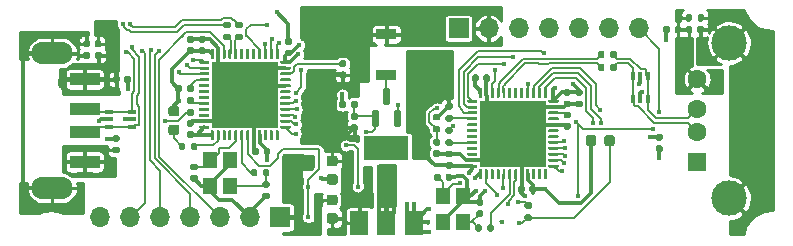
<source format=gbr>
G04 #@! TF.GenerationSoftware,KiCad,Pcbnew,5.1.6-c6e7f7d~87~ubuntu18.04.1*
G04 #@! TF.CreationDate,2021-03-10T21:37:55+06:00*
G04 #@! TF.ProjectId,USG_plus_QFN,5553475f-706c-4757-935f-51464e2e6b69,rev?*
G04 #@! TF.SameCoordinates,Original*
G04 #@! TF.FileFunction,Copper,L1,Top*
G04 #@! TF.FilePolarity,Positive*
%FSLAX46Y46*%
G04 Gerber Fmt 4.6, Leading zero omitted, Abs format (unit mm)*
G04 Created by KiCad (PCBNEW 5.1.6-c6e7f7d~87~ubuntu18.04.1) date 2021-03-10 21:37:55*
%MOMM*%
%LPD*%
G01*
G04 APERTURE LIST*
G04 #@! TA.AperFunction,SMDPad,CuDef*
%ADD10R,2.500000X1.100000*%
G04 #@! TD*
G04 #@! TA.AperFunction,ComponentPad*
%ADD11O,3.500000X1.900000*%
G04 #@! TD*
G04 #@! TA.AperFunction,ComponentPad*
%ADD12O,1.700000X1.700000*%
G04 #@! TD*
G04 #@! TA.AperFunction,ComponentPad*
%ADD13R,1.700000X1.700000*%
G04 #@! TD*
G04 #@! TA.AperFunction,ComponentPad*
%ADD14C,3.000000*%
G04 #@! TD*
G04 #@! TA.AperFunction,ComponentPad*
%ADD15R,1.500000X1.600000*%
G04 #@! TD*
G04 #@! TA.AperFunction,ComponentPad*
%ADD16C,1.600000*%
G04 #@! TD*
G04 #@! TA.AperFunction,SMDPad,CuDef*
%ADD17R,1.700000X0.900000*%
G04 #@! TD*
G04 #@! TA.AperFunction,SMDPad,CuDef*
%ADD18R,3.800000X2.000000*%
G04 #@! TD*
G04 #@! TA.AperFunction,SMDPad,CuDef*
%ADD19R,1.500000X2.000000*%
G04 #@! TD*
G04 #@! TA.AperFunction,SMDPad,CuDef*
%ADD20R,0.650000X0.400000*%
G04 #@! TD*
G04 #@! TA.AperFunction,SMDPad,CuDef*
%ADD21R,0.400000X0.650000*%
G04 #@! TD*
G04 #@! TA.AperFunction,SMDPad,CuDef*
%ADD22R,1.200000X1.400000*%
G04 #@! TD*
G04 #@! TA.AperFunction,SMDPad,CuDef*
%ADD23R,5.600000X5.600000*%
G04 #@! TD*
G04 #@! TA.AperFunction,ViaPad*
%ADD24C,0.450000*%
G04 #@! TD*
G04 #@! TA.AperFunction,Conductor*
%ADD25C,0.300000*%
G04 #@! TD*
G04 #@! TA.AperFunction,Conductor*
%ADD26C,0.200000*%
G04 #@! TD*
G04 #@! TA.AperFunction,Conductor*
%ADD27C,0.254000*%
G04 #@! TD*
G04 APERTURE END LIST*
G04 #@! TA.AperFunction,SMDPad,CuDef*
G36*
G01*
X147530000Y-137340000D02*
X147870000Y-137340000D01*
G75*
G02*
X148010000Y-137480000I0J-140000D01*
G01*
X148010000Y-137760000D01*
G75*
G02*
X147870000Y-137900000I-140000J0D01*
G01*
X147530000Y-137900000D01*
G75*
G02*
X147390000Y-137760000I0J140000D01*
G01*
X147390000Y-137480000D01*
G75*
G02*
X147530000Y-137340000I140000J0D01*
G01*
G37*
G04 #@! TD.AperFunction*
G04 #@! TA.AperFunction,SMDPad,CuDef*
G36*
G01*
X147530000Y-138300000D02*
X147870000Y-138300000D01*
G75*
G02*
X148010000Y-138440000I0J-140000D01*
G01*
X148010000Y-138720000D01*
G75*
G02*
X147870000Y-138860000I-140000J0D01*
G01*
X147530000Y-138860000D01*
G75*
G02*
X147390000Y-138720000I0J140000D01*
G01*
X147390000Y-138440000D01*
G75*
G02*
X147530000Y-138300000I140000J0D01*
G01*
G37*
G04 #@! TD.AperFunction*
G04 #@! TA.AperFunction,SMDPad,CuDef*
G36*
G01*
X127050000Y-145425000D02*
X126550000Y-145425000D01*
G75*
G02*
X126325000Y-145200000I0J225000D01*
G01*
X126325000Y-144750000D01*
G75*
G02*
X126550000Y-144525000I225000J0D01*
G01*
X127050000Y-144525000D01*
G75*
G02*
X127275000Y-144750000I0J-225000D01*
G01*
X127275000Y-145200000D01*
G75*
G02*
X127050000Y-145425000I-225000J0D01*
G01*
G37*
G04 #@! TD.AperFunction*
G04 #@! TA.AperFunction,SMDPad,CuDef*
G36*
G01*
X127050000Y-143875000D02*
X126550000Y-143875000D01*
G75*
G02*
X126325000Y-143650000I0J225000D01*
G01*
X126325000Y-143200000D01*
G75*
G02*
X126550000Y-142975000I225000J0D01*
G01*
X127050000Y-142975000D01*
G75*
G02*
X127275000Y-143200000I0J-225000D01*
G01*
X127275000Y-143650000D01*
G75*
G02*
X127050000Y-143875000I-225000J0D01*
G01*
G37*
G04 #@! TD.AperFunction*
G04 #@! TA.AperFunction,SMDPad,CuDef*
G36*
G01*
X126550000Y-146275000D02*
X127050000Y-146275000D01*
G75*
G02*
X127275000Y-146500000I0J-225000D01*
G01*
X127275000Y-146950000D01*
G75*
G02*
X127050000Y-147175000I-225000J0D01*
G01*
X126550000Y-147175000D01*
G75*
G02*
X126325000Y-146950000I0J225000D01*
G01*
X126325000Y-146500000D01*
G75*
G02*
X126550000Y-146275000I225000J0D01*
G01*
G37*
G04 #@! TD.AperFunction*
G04 #@! TA.AperFunction,SMDPad,CuDef*
G36*
G01*
X126550000Y-147825000D02*
X127050000Y-147825000D01*
G75*
G02*
X127275000Y-148050000I0J-225000D01*
G01*
X127275000Y-148500000D01*
G75*
G02*
X127050000Y-148725000I-225000J0D01*
G01*
X126550000Y-148725000D01*
G75*
G02*
X126325000Y-148500000I0J225000D01*
G01*
X126325000Y-148050000D01*
G75*
G02*
X126550000Y-147825000I225000J0D01*
G01*
G37*
G04 #@! TD.AperFunction*
G04 #@! TA.AperFunction,SMDPad,CuDef*
G36*
G01*
X113656250Y-141225000D02*
X113143750Y-141225000D01*
G75*
G02*
X112925000Y-141006250I0J218750D01*
G01*
X112925000Y-140568750D01*
G75*
G02*
X113143750Y-140350000I218750J0D01*
G01*
X113656250Y-140350000D01*
G75*
G02*
X113875000Y-140568750I0J-218750D01*
G01*
X113875000Y-141006250D01*
G75*
G02*
X113656250Y-141225000I-218750J0D01*
G01*
G37*
G04 #@! TD.AperFunction*
G04 #@! TA.AperFunction,SMDPad,CuDef*
G36*
G01*
X113656250Y-139650000D02*
X113143750Y-139650000D01*
G75*
G02*
X112925000Y-139431250I0J218750D01*
G01*
X112925000Y-138993750D01*
G75*
G02*
X113143750Y-138775000I218750J0D01*
G01*
X113656250Y-138775000D01*
G75*
G02*
X113875000Y-138993750I0J-218750D01*
G01*
X113875000Y-139431250D01*
G75*
G02*
X113656250Y-139650000I-218750J0D01*
G01*
G37*
G04 #@! TD.AperFunction*
G04 #@! TA.AperFunction,SMDPad,CuDef*
G36*
G01*
X130600000Y-140575000D02*
X130300000Y-140575000D01*
G75*
G02*
X130150000Y-140425000I0J150000D01*
G01*
X130150000Y-139250000D01*
G75*
G02*
X130300000Y-139100000I150000J0D01*
G01*
X130600000Y-139100000D01*
G75*
G02*
X130750000Y-139250000I0J-150000D01*
G01*
X130750000Y-140425000D01*
G75*
G02*
X130600000Y-140575000I-150000J0D01*
G01*
G37*
G04 #@! TD.AperFunction*
G04 #@! TA.AperFunction,SMDPad,CuDef*
G36*
G01*
X132500000Y-140575000D02*
X132200000Y-140575000D01*
G75*
G02*
X132050000Y-140425000I0J150000D01*
G01*
X132050000Y-139250000D01*
G75*
G02*
X132200000Y-139100000I150000J0D01*
G01*
X132500000Y-139100000D01*
G75*
G02*
X132650000Y-139250000I0J-150000D01*
G01*
X132650000Y-140425000D01*
G75*
G02*
X132500000Y-140575000I-150000J0D01*
G01*
G37*
G04 #@! TD.AperFunction*
G04 #@! TA.AperFunction,SMDPad,CuDef*
G36*
G01*
X131550000Y-138700000D02*
X131250000Y-138700000D01*
G75*
G02*
X131100000Y-138550000I0J150000D01*
G01*
X131100000Y-137375000D01*
G75*
G02*
X131250000Y-137225000I150000J0D01*
G01*
X131550000Y-137225000D01*
G75*
G02*
X131700000Y-137375000I0J-150000D01*
G01*
X131700000Y-138550000D01*
G75*
G02*
X131550000Y-138700000I-150000J0D01*
G01*
G37*
G04 #@! TD.AperFunction*
G04 #@! TA.AperFunction,SMDPad,CuDef*
G36*
G01*
X149150000Y-141443750D02*
X149150000Y-141956250D01*
G75*
G02*
X148931250Y-142175000I-218750J0D01*
G01*
X148493750Y-142175000D01*
G75*
G02*
X148275000Y-141956250I0J218750D01*
G01*
X148275000Y-141443750D01*
G75*
G02*
X148493750Y-141225000I218750J0D01*
G01*
X148931250Y-141225000D01*
G75*
G02*
X149150000Y-141443750I0J-218750D01*
G01*
G37*
G04 #@! TD.AperFunction*
G04 #@! TA.AperFunction,SMDPad,CuDef*
G36*
G01*
X150725000Y-141443750D02*
X150725000Y-141956250D01*
G75*
G02*
X150506250Y-142175000I-218750J0D01*
G01*
X150068750Y-142175000D01*
G75*
G02*
X149850000Y-141956250I0J218750D01*
G01*
X149850000Y-141443750D01*
G75*
G02*
X150068750Y-141225000I218750J0D01*
G01*
X150506250Y-141225000D01*
G75*
G02*
X150725000Y-141443750I0J-218750D01*
G01*
G37*
G04 #@! TD.AperFunction*
D10*
X105850000Y-141000000D03*
X105850000Y-139000000D03*
X105850000Y-143500000D03*
X105850000Y-136500000D03*
D11*
X103100000Y-145700000D03*
X103100000Y-134300000D03*
D12*
X107160000Y-148200000D03*
X109700000Y-148200000D03*
X112240000Y-148200000D03*
X114780000Y-148200000D03*
X117320000Y-148200000D03*
X119860000Y-148200000D03*
D13*
X122400000Y-148200000D03*
X137500000Y-132200000D03*
D12*
X140040000Y-132200000D03*
X142580000Y-132200000D03*
X145120000Y-132200000D03*
X147660000Y-132200000D03*
X150200000Y-132200000D03*
X152740000Y-132200000D03*
D14*
X160410000Y-146570000D03*
X160410000Y-133430000D03*
D15*
X157700000Y-143500000D03*
D16*
X157700000Y-141000000D03*
X157700000Y-139000000D03*
X157700000Y-136500000D03*
D17*
X131400000Y-136100000D03*
X131400000Y-132700000D03*
D18*
X131400000Y-142350000D03*
D19*
X131400000Y-148650000D03*
X133700000Y-148650000D03*
X129100000Y-148650000D03*
D20*
X107950000Y-139250000D03*
X107950000Y-140550000D03*
X109850000Y-139900000D03*
X107950000Y-139900000D03*
X109850000Y-140550000D03*
X109850000Y-139250000D03*
D21*
X153550000Y-138150000D03*
X152250000Y-138150000D03*
X152900000Y-136250000D03*
X152900000Y-138150000D03*
X152250000Y-136250000D03*
X153550000Y-136250000D03*
D22*
X118150000Y-143300000D03*
X118150000Y-145500000D03*
X116450000Y-145500000D03*
X116450000Y-143300000D03*
X136150000Y-146400000D03*
X136150000Y-148600000D03*
X137850000Y-148600000D03*
X137850000Y-146400000D03*
G04 #@! TA.AperFunction,SMDPad,CuDef*
G36*
G01*
X114930000Y-144600000D02*
X115270000Y-144600000D01*
G75*
G02*
X115410000Y-144740000I0J-140000D01*
G01*
X115410000Y-145020000D01*
G75*
G02*
X115270000Y-145160000I-140000J0D01*
G01*
X114930000Y-145160000D01*
G75*
G02*
X114790000Y-145020000I0J140000D01*
G01*
X114790000Y-144740000D01*
G75*
G02*
X114930000Y-144600000I140000J0D01*
G01*
G37*
G04 #@! TD.AperFunction*
G04 #@! TA.AperFunction,SMDPad,CuDef*
G36*
G01*
X114930000Y-143640000D02*
X115270000Y-143640000D01*
G75*
G02*
X115410000Y-143780000I0J-140000D01*
G01*
X115410000Y-144060000D01*
G75*
G02*
X115270000Y-144200000I-140000J0D01*
G01*
X114930000Y-144200000D01*
G75*
G02*
X114790000Y-144060000I0J140000D01*
G01*
X114790000Y-143780000D01*
G75*
G02*
X114930000Y-143640000I140000J0D01*
G01*
G37*
G04 #@! TD.AperFunction*
G04 #@! TA.AperFunction,SMDPad,CuDef*
G36*
G01*
X121030000Y-145140000D02*
X121370000Y-145140000D01*
G75*
G02*
X121510000Y-145280000I0J-140000D01*
G01*
X121510000Y-145560000D01*
G75*
G02*
X121370000Y-145700000I-140000J0D01*
G01*
X121030000Y-145700000D01*
G75*
G02*
X120890000Y-145560000I0J140000D01*
G01*
X120890000Y-145280000D01*
G75*
G02*
X121030000Y-145140000I140000J0D01*
G01*
G37*
G04 #@! TD.AperFunction*
G04 #@! TA.AperFunction,SMDPad,CuDef*
G36*
G01*
X121030000Y-146100000D02*
X121370000Y-146100000D01*
G75*
G02*
X121510000Y-146240000I0J-140000D01*
G01*
X121510000Y-146520000D01*
G75*
G02*
X121370000Y-146660000I-140000J0D01*
G01*
X121030000Y-146660000D01*
G75*
G02*
X120890000Y-146520000I0J140000D01*
G01*
X120890000Y-146240000D01*
G75*
G02*
X121030000Y-146100000I140000J0D01*
G01*
G37*
G04 #@! TD.AperFunction*
G04 #@! TA.AperFunction,SMDPad,CuDef*
G36*
G01*
X127530000Y-134900000D02*
X127870000Y-134900000D01*
G75*
G02*
X128010000Y-135040000I0J-140000D01*
G01*
X128010000Y-135320000D01*
G75*
G02*
X127870000Y-135460000I-140000J0D01*
G01*
X127530000Y-135460000D01*
G75*
G02*
X127390000Y-135320000I0J140000D01*
G01*
X127390000Y-135040000D01*
G75*
G02*
X127530000Y-134900000I140000J0D01*
G01*
G37*
G04 #@! TD.AperFunction*
G04 #@! TA.AperFunction,SMDPad,CuDef*
G36*
G01*
X127530000Y-135860000D02*
X127870000Y-135860000D01*
G75*
G02*
X128010000Y-136000000I0J-140000D01*
G01*
X128010000Y-136280000D01*
G75*
G02*
X127870000Y-136420000I-140000J0D01*
G01*
X127530000Y-136420000D01*
G75*
G02*
X127390000Y-136280000I0J140000D01*
G01*
X127390000Y-136000000D01*
G75*
G02*
X127530000Y-135860000I140000J0D01*
G01*
G37*
G04 #@! TD.AperFunction*
G04 #@! TA.AperFunction,SMDPad,CuDef*
G36*
G01*
X114970000Y-134360000D02*
X114630000Y-134360000D01*
G75*
G02*
X114490000Y-134220000I0J140000D01*
G01*
X114490000Y-133940000D01*
G75*
G02*
X114630000Y-133800000I140000J0D01*
G01*
X114970000Y-133800000D01*
G75*
G02*
X115110000Y-133940000I0J-140000D01*
G01*
X115110000Y-134220000D01*
G75*
G02*
X114970000Y-134360000I-140000J0D01*
G01*
G37*
G04 #@! TD.AperFunction*
G04 #@! TA.AperFunction,SMDPad,CuDef*
G36*
G01*
X114970000Y-133400000D02*
X114630000Y-133400000D01*
G75*
G02*
X114490000Y-133260000I0J140000D01*
G01*
X114490000Y-132980000D01*
G75*
G02*
X114630000Y-132840000I140000J0D01*
G01*
X114970000Y-132840000D01*
G75*
G02*
X115110000Y-132980000I0J-140000D01*
G01*
X115110000Y-133260000D01*
G75*
G02*
X114970000Y-133400000I-140000J0D01*
G01*
G37*
G04 #@! TD.AperFunction*
G04 #@! TA.AperFunction,SMDPad,CuDef*
G36*
G01*
X128850000Y-140880000D02*
X128510000Y-140880000D01*
G75*
G02*
X128370000Y-140740000I0J140000D01*
G01*
X128370000Y-140460000D01*
G75*
G02*
X128510000Y-140320000I140000J0D01*
G01*
X128850000Y-140320000D01*
G75*
G02*
X128990000Y-140460000I0J-140000D01*
G01*
X128990000Y-140740000D01*
G75*
G02*
X128850000Y-140880000I-140000J0D01*
G01*
G37*
G04 #@! TD.AperFunction*
G04 #@! TA.AperFunction,SMDPad,CuDef*
G36*
G01*
X128850000Y-139920000D02*
X128510000Y-139920000D01*
G75*
G02*
X128370000Y-139780000I0J140000D01*
G01*
X128370000Y-139500000D01*
G75*
G02*
X128510000Y-139360000I140000J0D01*
G01*
X128850000Y-139360000D01*
G75*
G02*
X128990000Y-139500000I0J-140000D01*
G01*
X128990000Y-139780000D01*
G75*
G02*
X128850000Y-139920000I-140000J0D01*
G01*
G37*
G04 #@! TD.AperFunction*
G04 #@! TA.AperFunction,SMDPad,CuDef*
G36*
G01*
X121560000Y-142430000D02*
X121560000Y-142770000D01*
G75*
G02*
X121420000Y-142910000I-140000J0D01*
G01*
X121140000Y-142910000D01*
G75*
G02*
X121000000Y-142770000I0J140000D01*
G01*
X121000000Y-142430000D01*
G75*
G02*
X121140000Y-142290000I140000J0D01*
G01*
X121420000Y-142290000D01*
G75*
G02*
X121560000Y-142430000I0J-140000D01*
G01*
G37*
G04 #@! TD.AperFunction*
G04 #@! TA.AperFunction,SMDPad,CuDef*
G36*
G01*
X120600000Y-142430000D02*
X120600000Y-142770000D01*
G75*
G02*
X120460000Y-142910000I-140000J0D01*
G01*
X120180000Y-142910000D01*
G75*
G02*
X120040000Y-142770000I0J140000D01*
G01*
X120040000Y-142430000D01*
G75*
G02*
X120180000Y-142290000I140000J0D01*
G01*
X120460000Y-142290000D01*
G75*
G02*
X120600000Y-142430000I0J-140000D01*
G01*
G37*
G04 #@! TD.AperFunction*
G04 #@! TA.AperFunction,SMDPad,CuDef*
G36*
G01*
X114970000Y-140500000D02*
X114630000Y-140500000D01*
G75*
G02*
X114490000Y-140360000I0J140000D01*
G01*
X114490000Y-140080000D01*
G75*
G02*
X114630000Y-139940000I140000J0D01*
G01*
X114970000Y-139940000D01*
G75*
G02*
X115110000Y-140080000I0J-140000D01*
G01*
X115110000Y-140360000D01*
G75*
G02*
X114970000Y-140500000I-140000J0D01*
G01*
G37*
G04 #@! TD.AperFunction*
G04 #@! TA.AperFunction,SMDPad,CuDef*
G36*
G01*
X114970000Y-141460000D02*
X114630000Y-141460000D01*
G75*
G02*
X114490000Y-141320000I0J140000D01*
G01*
X114490000Y-141040000D01*
G75*
G02*
X114630000Y-140900000I140000J0D01*
G01*
X114970000Y-140900000D01*
G75*
G02*
X115110000Y-141040000I0J-140000D01*
G01*
X115110000Y-141320000D01*
G75*
G02*
X114970000Y-141460000I-140000J0D01*
G01*
G37*
G04 #@! TD.AperFunction*
G04 #@! TA.AperFunction,SMDPad,CuDef*
G36*
G01*
X106700000Y-133670000D02*
X106700000Y-133330000D01*
G75*
G02*
X106840000Y-133190000I140000J0D01*
G01*
X107120000Y-133190000D01*
G75*
G02*
X107260000Y-133330000I0J-140000D01*
G01*
X107260000Y-133670000D01*
G75*
G02*
X107120000Y-133810000I-140000J0D01*
G01*
X106840000Y-133810000D01*
G75*
G02*
X106700000Y-133670000I0J140000D01*
G01*
G37*
G04 #@! TD.AperFunction*
G04 #@! TA.AperFunction,SMDPad,CuDef*
G36*
G01*
X105740000Y-133670000D02*
X105740000Y-133330000D01*
G75*
G02*
X105880000Y-133190000I140000J0D01*
G01*
X106160000Y-133190000D01*
G75*
G02*
X106300000Y-133330000I0J-140000D01*
G01*
X106300000Y-133670000D01*
G75*
G02*
X106160000Y-133810000I-140000J0D01*
G01*
X105880000Y-133810000D01*
G75*
G02*
X105740000Y-133670000I0J140000D01*
G01*
G37*
G04 #@! TD.AperFunction*
G04 #@! TA.AperFunction,SMDPad,CuDef*
G36*
G01*
X115970000Y-134360000D02*
X115630000Y-134360000D01*
G75*
G02*
X115490000Y-134220000I0J140000D01*
G01*
X115490000Y-133940000D01*
G75*
G02*
X115630000Y-133800000I140000J0D01*
G01*
X115970000Y-133800000D01*
G75*
G02*
X116110000Y-133940000I0J-140000D01*
G01*
X116110000Y-134220000D01*
G75*
G02*
X115970000Y-134360000I-140000J0D01*
G01*
G37*
G04 #@! TD.AperFunction*
G04 #@! TA.AperFunction,SMDPad,CuDef*
G36*
G01*
X115970000Y-133400000D02*
X115630000Y-133400000D01*
G75*
G02*
X115490000Y-133260000I0J140000D01*
G01*
X115490000Y-132980000D01*
G75*
G02*
X115630000Y-132840000I140000J0D01*
G01*
X115970000Y-132840000D01*
G75*
G02*
X116110000Y-132980000I0J-140000D01*
G01*
X116110000Y-133260000D01*
G75*
G02*
X115970000Y-133400000I-140000J0D01*
G01*
G37*
G04 #@! TD.AperFunction*
G04 #@! TA.AperFunction,SMDPad,CuDef*
G36*
G01*
X109760000Y-136330000D02*
X109760000Y-136670000D01*
G75*
G02*
X109620000Y-136810000I-140000J0D01*
G01*
X109340000Y-136810000D01*
G75*
G02*
X109200000Y-136670000I0J140000D01*
G01*
X109200000Y-136330000D01*
G75*
G02*
X109340000Y-136190000I140000J0D01*
G01*
X109620000Y-136190000D01*
G75*
G02*
X109760000Y-136330000I0J-140000D01*
G01*
G37*
G04 #@! TD.AperFunction*
G04 #@! TA.AperFunction,SMDPad,CuDef*
G36*
G01*
X108800000Y-136330000D02*
X108800000Y-136670000D01*
G75*
G02*
X108660000Y-136810000I-140000J0D01*
G01*
X108380000Y-136810000D01*
G75*
G02*
X108240000Y-136670000I0J140000D01*
G01*
X108240000Y-136330000D01*
G75*
G02*
X108380000Y-136190000I140000J0D01*
G01*
X108660000Y-136190000D01*
G75*
G02*
X108800000Y-136330000I0J-140000D01*
G01*
G37*
G04 #@! TD.AperFunction*
G04 #@! TA.AperFunction,SMDPad,CuDef*
G36*
G01*
X123270000Y-134560000D02*
X122930000Y-134560000D01*
G75*
G02*
X122790000Y-134420000I0J140000D01*
G01*
X122790000Y-134140000D01*
G75*
G02*
X122930000Y-134000000I140000J0D01*
G01*
X123270000Y-134000000D01*
G75*
G02*
X123410000Y-134140000I0J-140000D01*
G01*
X123410000Y-134420000D01*
G75*
G02*
X123270000Y-134560000I-140000J0D01*
G01*
G37*
G04 #@! TD.AperFunction*
G04 #@! TA.AperFunction,SMDPad,CuDef*
G36*
G01*
X123270000Y-133600000D02*
X122930000Y-133600000D01*
G75*
G02*
X122790000Y-133460000I0J140000D01*
G01*
X122790000Y-133180000D01*
G75*
G02*
X122930000Y-133040000I140000J0D01*
G01*
X123270000Y-133040000D01*
G75*
G02*
X123410000Y-133180000I0J-140000D01*
G01*
X123410000Y-133460000D01*
G75*
G02*
X123270000Y-133600000I-140000J0D01*
G01*
G37*
G04 #@! TD.AperFunction*
G04 #@! TA.AperFunction,SMDPad,CuDef*
G36*
G01*
X108670000Y-141800000D02*
X108330000Y-141800000D01*
G75*
G02*
X108190000Y-141660000I0J140000D01*
G01*
X108190000Y-141380000D01*
G75*
G02*
X108330000Y-141240000I140000J0D01*
G01*
X108670000Y-141240000D01*
G75*
G02*
X108810000Y-141380000I0J-140000D01*
G01*
X108810000Y-141660000D01*
G75*
G02*
X108670000Y-141800000I-140000J0D01*
G01*
G37*
G04 #@! TD.AperFunction*
G04 #@! TA.AperFunction,SMDPad,CuDef*
G36*
G01*
X108670000Y-142760000D02*
X108330000Y-142760000D01*
G75*
G02*
X108190000Y-142620000I0J140000D01*
G01*
X108190000Y-142340000D01*
G75*
G02*
X108330000Y-142200000I140000J0D01*
G01*
X108670000Y-142200000D01*
G75*
G02*
X108810000Y-142340000I0J-140000D01*
G01*
X108810000Y-142620000D01*
G75*
G02*
X108670000Y-142760000I-140000J0D01*
G01*
G37*
G04 #@! TD.AperFunction*
G04 #@! TA.AperFunction,SMDPad,CuDef*
G36*
G01*
X136400000Y-144970000D02*
X136400000Y-144630000D01*
G75*
G02*
X136540000Y-144490000I140000J0D01*
G01*
X136820000Y-144490000D01*
G75*
G02*
X136960000Y-144630000I0J-140000D01*
G01*
X136960000Y-144970000D01*
G75*
G02*
X136820000Y-145110000I-140000J0D01*
G01*
X136540000Y-145110000D01*
G75*
G02*
X136400000Y-144970000I0J140000D01*
G01*
G37*
G04 #@! TD.AperFunction*
G04 #@! TA.AperFunction,SMDPad,CuDef*
G36*
G01*
X135440000Y-144970000D02*
X135440000Y-144630000D01*
G75*
G02*
X135580000Y-144490000I140000J0D01*
G01*
X135860000Y-144490000D01*
G75*
G02*
X136000000Y-144630000I0J-140000D01*
G01*
X136000000Y-144970000D01*
G75*
G02*
X135860000Y-145110000I-140000J0D01*
G01*
X135580000Y-145110000D01*
G75*
G02*
X135440000Y-144970000I0J140000D01*
G01*
G37*
G04 #@! TD.AperFunction*
G04 #@! TA.AperFunction,SMDPad,CuDef*
G36*
G01*
X139470000Y-147200000D02*
X139130000Y-147200000D01*
G75*
G02*
X138990000Y-147060000I0J140000D01*
G01*
X138990000Y-146780000D01*
G75*
G02*
X139130000Y-146640000I140000J0D01*
G01*
X139470000Y-146640000D01*
G75*
G02*
X139610000Y-146780000I0J-140000D01*
G01*
X139610000Y-147060000D01*
G75*
G02*
X139470000Y-147200000I-140000J0D01*
G01*
G37*
G04 #@! TD.AperFunction*
G04 #@! TA.AperFunction,SMDPad,CuDef*
G36*
G01*
X139470000Y-148160000D02*
X139130000Y-148160000D01*
G75*
G02*
X138990000Y-148020000I0J140000D01*
G01*
X138990000Y-147740000D01*
G75*
G02*
X139130000Y-147600000I140000J0D01*
G01*
X139470000Y-147600000D01*
G75*
G02*
X139610000Y-147740000I0J-140000D01*
G01*
X139610000Y-148020000D01*
G75*
G02*
X139470000Y-148160000I-140000J0D01*
G01*
G37*
G04 #@! TD.AperFunction*
G04 #@! TA.AperFunction,SMDPad,CuDef*
G36*
G01*
X146530000Y-139240000D02*
X146870000Y-139240000D01*
G75*
G02*
X147010000Y-139380000I0J-140000D01*
G01*
X147010000Y-139660000D01*
G75*
G02*
X146870000Y-139800000I-140000J0D01*
G01*
X146530000Y-139800000D01*
G75*
G02*
X146390000Y-139660000I0J140000D01*
G01*
X146390000Y-139380000D01*
G75*
G02*
X146530000Y-139240000I140000J0D01*
G01*
G37*
G04 #@! TD.AperFunction*
G04 #@! TA.AperFunction,SMDPad,CuDef*
G36*
G01*
X146530000Y-140200000D02*
X146870000Y-140200000D01*
G75*
G02*
X147010000Y-140340000I0J-140000D01*
G01*
X147010000Y-140620000D01*
G75*
G02*
X146870000Y-140760000I-140000J0D01*
G01*
X146530000Y-140760000D01*
G75*
G02*
X146390000Y-140620000I0J140000D01*
G01*
X146390000Y-140340000D01*
G75*
G02*
X146530000Y-140200000I140000J0D01*
G01*
G37*
G04 #@! TD.AperFunction*
G04 #@! TA.AperFunction,SMDPad,CuDef*
G36*
G01*
X135810000Y-143070000D02*
X135470000Y-143070000D01*
G75*
G02*
X135330000Y-142930000I0J140000D01*
G01*
X135330000Y-142650000D01*
G75*
G02*
X135470000Y-142510000I140000J0D01*
G01*
X135810000Y-142510000D01*
G75*
G02*
X135950000Y-142650000I0J-140000D01*
G01*
X135950000Y-142930000D01*
G75*
G02*
X135810000Y-143070000I-140000J0D01*
G01*
G37*
G04 #@! TD.AperFunction*
G04 #@! TA.AperFunction,SMDPad,CuDef*
G36*
G01*
X135810000Y-142110000D02*
X135470000Y-142110000D01*
G75*
G02*
X135330000Y-141970000I0J140000D01*
G01*
X135330000Y-141690000D01*
G75*
G02*
X135470000Y-141550000I140000J0D01*
G01*
X135810000Y-141550000D01*
G75*
G02*
X135950000Y-141690000I0J-140000D01*
G01*
X135950000Y-141970000D01*
G75*
G02*
X135810000Y-142110000I-140000J0D01*
G01*
G37*
G04 #@! TD.AperFunction*
G04 #@! TA.AperFunction,SMDPad,CuDef*
G36*
G01*
X139600000Y-136570000D02*
X139600000Y-136230000D01*
G75*
G02*
X139740000Y-136090000I140000J0D01*
G01*
X140020000Y-136090000D01*
G75*
G02*
X140160000Y-136230000I0J-140000D01*
G01*
X140160000Y-136570000D01*
G75*
G02*
X140020000Y-136710000I-140000J0D01*
G01*
X139740000Y-136710000D01*
G75*
G02*
X139600000Y-136570000I0J140000D01*
G01*
G37*
G04 #@! TD.AperFunction*
G04 #@! TA.AperFunction,SMDPad,CuDef*
G36*
G01*
X138640000Y-136570000D02*
X138640000Y-136230000D01*
G75*
G02*
X138780000Y-136090000I140000J0D01*
G01*
X139060000Y-136090000D01*
G75*
G02*
X139200000Y-136230000I0J-140000D01*
G01*
X139200000Y-136570000D01*
G75*
G02*
X139060000Y-136710000I-140000J0D01*
G01*
X138780000Y-136710000D01*
G75*
G02*
X138640000Y-136570000I0J140000D01*
G01*
G37*
G04 #@! TD.AperFunction*
G04 #@! TA.AperFunction,SMDPad,CuDef*
G36*
G01*
X146530000Y-137340000D02*
X146870000Y-137340000D01*
G75*
G02*
X147010000Y-137480000I0J-140000D01*
G01*
X147010000Y-137760000D01*
G75*
G02*
X146870000Y-137900000I-140000J0D01*
G01*
X146530000Y-137900000D01*
G75*
G02*
X146390000Y-137760000I0J140000D01*
G01*
X146390000Y-137480000D01*
G75*
G02*
X146530000Y-137340000I140000J0D01*
G01*
G37*
G04 #@! TD.AperFunction*
G04 #@! TA.AperFunction,SMDPad,CuDef*
G36*
G01*
X146530000Y-138300000D02*
X146870000Y-138300000D01*
G75*
G02*
X147010000Y-138440000I0J-140000D01*
G01*
X147010000Y-138720000D01*
G75*
G02*
X146870000Y-138860000I-140000J0D01*
G01*
X146530000Y-138860000D01*
G75*
G02*
X146390000Y-138720000I0J140000D01*
G01*
X146390000Y-138440000D01*
G75*
G02*
X146530000Y-138300000I140000J0D01*
G01*
G37*
G04 #@! TD.AperFunction*
G04 #@! TA.AperFunction,SMDPad,CuDef*
G36*
G01*
X136870000Y-143100000D02*
X136530000Y-143100000D01*
G75*
G02*
X136390000Y-142960000I0J140000D01*
G01*
X136390000Y-142680000D01*
G75*
G02*
X136530000Y-142540000I140000J0D01*
G01*
X136870000Y-142540000D01*
G75*
G02*
X137010000Y-142680000I0J-140000D01*
G01*
X137010000Y-142960000D01*
G75*
G02*
X136870000Y-143100000I-140000J0D01*
G01*
G37*
G04 #@! TD.AperFunction*
G04 #@! TA.AperFunction,SMDPad,CuDef*
G36*
G01*
X136870000Y-144060000D02*
X136530000Y-144060000D01*
G75*
G02*
X136390000Y-143920000I0J140000D01*
G01*
X136390000Y-143640000D01*
G75*
G02*
X136530000Y-143500000I140000J0D01*
G01*
X136870000Y-143500000D01*
G75*
G02*
X137010000Y-143640000I0J-140000D01*
G01*
X137010000Y-143920000D01*
G75*
G02*
X136870000Y-144060000I-140000J0D01*
G01*
G37*
G04 #@! TD.AperFunction*
G04 #@! TA.AperFunction,SMDPad,CuDef*
G36*
G01*
X144060000Y-145630000D02*
X144060000Y-145970000D01*
G75*
G02*
X143920000Y-146110000I-140000J0D01*
G01*
X143640000Y-146110000D01*
G75*
G02*
X143500000Y-145970000I0J140000D01*
G01*
X143500000Y-145630000D01*
G75*
G02*
X143640000Y-145490000I140000J0D01*
G01*
X143920000Y-145490000D01*
G75*
G02*
X144060000Y-145630000I0J-140000D01*
G01*
G37*
G04 #@! TD.AperFunction*
G04 #@! TA.AperFunction,SMDPad,CuDef*
G36*
G01*
X143100000Y-145630000D02*
X143100000Y-145970000D01*
G75*
G02*
X142960000Y-146110000I-140000J0D01*
G01*
X142680000Y-146110000D01*
G75*
G02*
X142540000Y-145970000I0J140000D01*
G01*
X142540000Y-145630000D01*
G75*
G02*
X142680000Y-145490000I140000J0D01*
G01*
X142960000Y-145490000D01*
G75*
G02*
X143100000Y-145630000I0J-140000D01*
G01*
G37*
G04 #@! TD.AperFunction*
G04 #@! TA.AperFunction,SMDPad,CuDef*
G36*
G01*
X155800000Y-132470000D02*
X155800000Y-132130000D01*
G75*
G02*
X155940000Y-131990000I140000J0D01*
G01*
X156220000Y-131990000D01*
G75*
G02*
X156360000Y-132130000I0J-140000D01*
G01*
X156360000Y-132470000D01*
G75*
G02*
X156220000Y-132610000I-140000J0D01*
G01*
X155940000Y-132610000D01*
G75*
G02*
X155800000Y-132470000I0J140000D01*
G01*
G37*
G04 #@! TD.AperFunction*
G04 #@! TA.AperFunction,SMDPad,CuDef*
G36*
G01*
X154840000Y-132470000D02*
X154840000Y-132130000D01*
G75*
G02*
X154980000Y-131990000I140000J0D01*
G01*
X155260000Y-131990000D01*
G75*
G02*
X155400000Y-132130000I0J-140000D01*
G01*
X155400000Y-132470000D01*
G75*
G02*
X155260000Y-132610000I-140000J0D01*
G01*
X154980000Y-132610000D01*
G75*
G02*
X154840000Y-132470000I0J140000D01*
G01*
G37*
G04 #@! TD.AperFunction*
G04 #@! TA.AperFunction,SMDPad,CuDef*
G36*
G01*
X154670000Y-141700000D02*
X154330000Y-141700000D01*
G75*
G02*
X154190000Y-141560000I0J140000D01*
G01*
X154190000Y-141280000D01*
G75*
G02*
X154330000Y-141140000I140000J0D01*
G01*
X154670000Y-141140000D01*
G75*
G02*
X154810000Y-141280000I0J-140000D01*
G01*
X154810000Y-141560000D01*
G75*
G02*
X154670000Y-141700000I-140000J0D01*
G01*
G37*
G04 #@! TD.AperFunction*
G04 #@! TA.AperFunction,SMDPad,CuDef*
G36*
G01*
X154670000Y-142660000D02*
X154330000Y-142660000D01*
G75*
G02*
X154190000Y-142520000I0J140000D01*
G01*
X154190000Y-142240000D01*
G75*
G02*
X154330000Y-142100000I140000J0D01*
G01*
X154670000Y-142100000D01*
G75*
G02*
X154810000Y-142240000I0J-140000D01*
G01*
X154810000Y-142520000D01*
G75*
G02*
X154670000Y-142660000I-140000J0D01*
G01*
G37*
G04 #@! TD.AperFunction*
G04 #@! TA.AperFunction,SMDPad,CuDef*
G36*
G01*
X157300000Y-132130000D02*
X157300000Y-132470000D01*
G75*
G02*
X157160000Y-132610000I-140000J0D01*
G01*
X156880000Y-132610000D01*
G75*
G02*
X156740000Y-132470000I0J140000D01*
G01*
X156740000Y-132130000D01*
G75*
G02*
X156880000Y-131990000I140000J0D01*
G01*
X157160000Y-131990000D01*
G75*
G02*
X157300000Y-132130000I0J-140000D01*
G01*
G37*
G04 #@! TD.AperFunction*
G04 #@! TA.AperFunction,SMDPad,CuDef*
G36*
G01*
X158260000Y-132130000D02*
X158260000Y-132470000D01*
G75*
G02*
X158120000Y-132610000I-140000J0D01*
G01*
X157840000Y-132610000D01*
G75*
G02*
X157700000Y-132470000I0J140000D01*
G01*
X157700000Y-132130000D01*
G75*
G02*
X157840000Y-131990000I140000J0D01*
G01*
X158120000Y-131990000D01*
G75*
G02*
X158260000Y-132130000I0J-140000D01*
G01*
G37*
G04 #@! TD.AperFunction*
G04 #@! TA.AperFunction,SMDPad,CuDef*
G36*
G01*
X128960000Y-138435000D02*
X128960000Y-138805000D01*
G75*
G02*
X128825000Y-138940000I-135000J0D01*
G01*
X128555000Y-138940000D01*
G75*
G02*
X128420000Y-138805000I0J135000D01*
G01*
X128420000Y-138435000D01*
G75*
G02*
X128555000Y-138300000I135000J0D01*
G01*
X128825000Y-138300000D01*
G75*
G02*
X128960000Y-138435000I0J-135000D01*
G01*
G37*
G04 #@! TD.AperFunction*
G04 #@! TA.AperFunction,SMDPad,CuDef*
G36*
G01*
X127940000Y-138435000D02*
X127940000Y-138805000D01*
G75*
G02*
X127805000Y-138940000I-135000J0D01*
G01*
X127535000Y-138940000D01*
G75*
G02*
X127400000Y-138805000I0J135000D01*
G01*
X127400000Y-138435000D01*
G75*
G02*
X127535000Y-138300000I135000J0D01*
G01*
X127805000Y-138300000D01*
G75*
G02*
X127940000Y-138435000I0J-135000D01*
G01*
G37*
G04 #@! TD.AperFunction*
G04 #@! TA.AperFunction,SMDPad,CuDef*
G36*
G01*
X114615000Y-138020000D02*
X114985000Y-138020000D01*
G75*
G02*
X115120000Y-138155000I0J-135000D01*
G01*
X115120000Y-138425000D01*
G75*
G02*
X114985000Y-138560000I-135000J0D01*
G01*
X114615000Y-138560000D01*
G75*
G02*
X114480000Y-138425000I0J135000D01*
G01*
X114480000Y-138155000D01*
G75*
G02*
X114615000Y-138020000I135000J0D01*
G01*
G37*
G04 #@! TD.AperFunction*
G04 #@! TA.AperFunction,SMDPad,CuDef*
G36*
G01*
X114615000Y-139040000D02*
X114985000Y-139040000D01*
G75*
G02*
X115120000Y-139175000I0J-135000D01*
G01*
X115120000Y-139445000D01*
G75*
G02*
X114985000Y-139580000I-135000J0D01*
G01*
X114615000Y-139580000D01*
G75*
G02*
X114480000Y-139445000I0J135000D01*
G01*
X114480000Y-139175000D01*
G75*
G02*
X114615000Y-139040000I135000J0D01*
G01*
G37*
G04 #@! TD.AperFunction*
G04 #@! TA.AperFunction,SMDPad,CuDef*
G36*
G01*
X119920000Y-144585000D02*
X119920000Y-144215000D01*
G75*
G02*
X120055000Y-144080000I135000J0D01*
G01*
X120325000Y-144080000D01*
G75*
G02*
X120460000Y-144215000I0J-135000D01*
G01*
X120460000Y-144585000D01*
G75*
G02*
X120325000Y-144720000I-135000J0D01*
G01*
X120055000Y-144720000D01*
G75*
G02*
X119920000Y-144585000I0J135000D01*
G01*
G37*
G04 #@! TD.AperFunction*
G04 #@! TA.AperFunction,SMDPad,CuDef*
G36*
G01*
X120940000Y-144585000D02*
X120940000Y-144215000D01*
G75*
G02*
X121075000Y-144080000I135000J0D01*
G01*
X121345000Y-144080000D01*
G75*
G02*
X121480000Y-144215000I0J-135000D01*
G01*
X121480000Y-144585000D01*
G75*
G02*
X121345000Y-144720000I-135000J0D01*
G01*
X121075000Y-144720000D01*
G75*
G02*
X120940000Y-144585000I0J135000D01*
G01*
G37*
G04 #@! TD.AperFunction*
G04 #@! TA.AperFunction,SMDPad,CuDef*
G36*
G01*
X114840000Y-142385000D02*
X114840000Y-142015000D01*
G75*
G02*
X114975000Y-141880000I135000J0D01*
G01*
X115245000Y-141880000D01*
G75*
G02*
X115380000Y-142015000I0J-135000D01*
G01*
X115380000Y-142385000D01*
G75*
G02*
X115245000Y-142520000I-135000J0D01*
G01*
X114975000Y-142520000D01*
G75*
G02*
X114840000Y-142385000I0J135000D01*
G01*
G37*
G04 #@! TD.AperFunction*
G04 #@! TA.AperFunction,SMDPad,CuDef*
G36*
G01*
X113820000Y-142385000D02*
X113820000Y-142015000D01*
G75*
G02*
X113955000Y-141880000I135000J0D01*
G01*
X114225000Y-141880000D01*
G75*
G02*
X114360000Y-142015000I0J-135000D01*
G01*
X114360000Y-142385000D01*
G75*
G02*
X114225000Y-142520000I-135000J0D01*
G01*
X113955000Y-142520000D01*
G75*
G02*
X113820000Y-142385000I0J135000D01*
G01*
G37*
G04 #@! TD.AperFunction*
G04 #@! TA.AperFunction,SMDPad,CuDef*
G36*
G01*
X106260000Y-134315000D02*
X106260000Y-134685000D01*
G75*
G02*
X106125000Y-134820000I-135000J0D01*
G01*
X105855000Y-134820000D01*
G75*
G02*
X105720000Y-134685000I0J135000D01*
G01*
X105720000Y-134315000D01*
G75*
G02*
X105855000Y-134180000I135000J0D01*
G01*
X106125000Y-134180000D01*
G75*
G02*
X106260000Y-134315000I0J-135000D01*
G01*
G37*
G04 #@! TD.AperFunction*
G04 #@! TA.AperFunction,SMDPad,CuDef*
G36*
G01*
X107280000Y-134315000D02*
X107280000Y-134685000D01*
G75*
G02*
X107145000Y-134820000I-135000J0D01*
G01*
X106875000Y-134820000D01*
G75*
G02*
X106740000Y-134685000I0J135000D01*
G01*
X106740000Y-134315000D01*
G75*
G02*
X106875000Y-134180000I135000J0D01*
G01*
X107145000Y-134180000D01*
G75*
G02*
X107280000Y-134315000I0J-135000D01*
G01*
G37*
G04 #@! TD.AperFunction*
G04 #@! TA.AperFunction,SMDPad,CuDef*
G36*
G01*
X114540000Y-137485000D02*
X114540000Y-137115000D01*
G75*
G02*
X114675000Y-136980000I135000J0D01*
G01*
X114945000Y-136980000D01*
G75*
G02*
X115080000Y-137115000I0J-135000D01*
G01*
X115080000Y-137485000D01*
G75*
G02*
X114945000Y-137620000I-135000J0D01*
G01*
X114675000Y-137620000D01*
G75*
G02*
X114540000Y-137485000I0J135000D01*
G01*
G37*
G04 #@! TD.AperFunction*
G04 #@! TA.AperFunction,SMDPad,CuDef*
G36*
G01*
X113520000Y-137485000D02*
X113520000Y-137115000D01*
G75*
G02*
X113655000Y-136980000I135000J0D01*
G01*
X113925000Y-136980000D01*
G75*
G02*
X114060000Y-137115000I0J-135000D01*
G01*
X114060000Y-137485000D01*
G75*
G02*
X113925000Y-137620000I-135000J0D01*
G01*
X113655000Y-137620000D01*
G75*
G02*
X113520000Y-137485000I0J135000D01*
G01*
G37*
G04 #@! TD.AperFunction*
G04 #@! TA.AperFunction,SMDPad,CuDef*
G36*
G01*
X118085000Y-133180000D02*
X117715000Y-133180000D01*
G75*
G02*
X117580000Y-133045000I0J135000D01*
G01*
X117580000Y-132775000D01*
G75*
G02*
X117715000Y-132640000I135000J0D01*
G01*
X118085000Y-132640000D01*
G75*
G02*
X118220000Y-132775000I0J-135000D01*
G01*
X118220000Y-133045000D01*
G75*
G02*
X118085000Y-133180000I-135000J0D01*
G01*
G37*
G04 #@! TD.AperFunction*
G04 #@! TA.AperFunction,SMDPad,CuDef*
G36*
G01*
X118085000Y-132160000D02*
X117715000Y-132160000D01*
G75*
G02*
X117580000Y-132025000I0J135000D01*
G01*
X117580000Y-131755000D01*
G75*
G02*
X117715000Y-131620000I135000J0D01*
G01*
X118085000Y-131620000D01*
G75*
G02*
X118220000Y-131755000I0J-135000D01*
G01*
X118220000Y-132025000D01*
G75*
G02*
X118085000Y-132160000I-135000J0D01*
G01*
G37*
G04 #@! TD.AperFunction*
G04 #@! TA.AperFunction,SMDPad,CuDef*
G36*
G01*
X119085000Y-132160000D02*
X118715000Y-132160000D01*
G75*
G02*
X118580000Y-132025000I0J135000D01*
G01*
X118580000Y-131755000D01*
G75*
G02*
X118715000Y-131620000I135000J0D01*
G01*
X119085000Y-131620000D01*
G75*
G02*
X119220000Y-131755000I0J-135000D01*
G01*
X119220000Y-132025000D01*
G75*
G02*
X119085000Y-132160000I-135000J0D01*
G01*
G37*
G04 #@! TD.AperFunction*
G04 #@! TA.AperFunction,SMDPad,CuDef*
G36*
G01*
X119085000Y-133180000D02*
X118715000Y-133180000D01*
G75*
G02*
X118580000Y-133045000I0J135000D01*
G01*
X118580000Y-132775000D01*
G75*
G02*
X118715000Y-132640000I135000J0D01*
G01*
X119085000Y-132640000D01*
G75*
G02*
X119220000Y-132775000I0J-135000D01*
G01*
X119220000Y-133045000D01*
G75*
G02*
X119085000Y-133180000I-135000J0D01*
G01*
G37*
G04 #@! TD.AperFunction*
G04 #@! TA.AperFunction,SMDPad,CuDef*
G36*
G01*
X135825000Y-141000000D02*
X135455000Y-141000000D01*
G75*
G02*
X135320000Y-140865000I0J135000D01*
G01*
X135320000Y-140595000D01*
G75*
G02*
X135455000Y-140460000I135000J0D01*
G01*
X135825000Y-140460000D01*
G75*
G02*
X135960000Y-140595000I0J-135000D01*
G01*
X135960000Y-140865000D01*
G75*
G02*
X135825000Y-141000000I-135000J0D01*
G01*
G37*
G04 #@! TD.AperFunction*
G04 #@! TA.AperFunction,SMDPad,CuDef*
G36*
G01*
X135825000Y-139980000D02*
X135455000Y-139980000D01*
G75*
G02*
X135320000Y-139845000I0J135000D01*
G01*
X135320000Y-139575000D01*
G75*
G02*
X135455000Y-139440000I135000J0D01*
G01*
X135825000Y-139440000D01*
G75*
G02*
X135960000Y-139575000I0J-135000D01*
G01*
X135960000Y-139845000D01*
G75*
G02*
X135825000Y-139980000I-135000J0D01*
G01*
G37*
G04 #@! TD.AperFunction*
G04 #@! TA.AperFunction,SMDPad,CuDef*
G36*
G01*
X136885000Y-142130000D02*
X136515000Y-142130000D01*
G75*
G02*
X136380000Y-141995000I0J135000D01*
G01*
X136380000Y-141725000D01*
G75*
G02*
X136515000Y-141590000I135000J0D01*
G01*
X136885000Y-141590000D01*
G75*
G02*
X137020000Y-141725000I0J-135000D01*
G01*
X137020000Y-141995000D01*
G75*
G02*
X136885000Y-142130000I-135000J0D01*
G01*
G37*
G04 #@! TD.AperFunction*
G04 #@! TA.AperFunction,SMDPad,CuDef*
G36*
G01*
X136885000Y-141110000D02*
X136515000Y-141110000D01*
G75*
G02*
X136380000Y-140975000I0J135000D01*
G01*
X136380000Y-140705000D01*
G75*
G02*
X136515000Y-140570000I135000J0D01*
G01*
X136885000Y-140570000D01*
G75*
G02*
X137020000Y-140705000I0J-135000D01*
G01*
X137020000Y-140975000D01*
G75*
G02*
X136885000Y-141110000I-135000J0D01*
G01*
G37*
G04 #@! TD.AperFunction*
G04 #@! TA.AperFunction,SMDPad,CuDef*
G36*
G01*
X140480000Y-148915000D02*
X140480000Y-149285000D01*
G75*
G02*
X140345000Y-149420000I-135000J0D01*
G01*
X140075000Y-149420000D01*
G75*
G02*
X139940000Y-149285000I0J135000D01*
G01*
X139940000Y-148915000D01*
G75*
G02*
X140075000Y-148780000I135000J0D01*
G01*
X140345000Y-148780000D01*
G75*
G02*
X140480000Y-148915000I0J-135000D01*
G01*
G37*
G04 #@! TD.AperFunction*
G04 #@! TA.AperFunction,SMDPad,CuDef*
G36*
G01*
X139460000Y-148915000D02*
X139460000Y-149285000D01*
G75*
G02*
X139325000Y-149420000I-135000J0D01*
G01*
X139055000Y-149420000D01*
G75*
G02*
X138920000Y-149285000I0J135000D01*
G01*
X138920000Y-148915000D01*
G75*
G02*
X139055000Y-148780000I135000J0D01*
G01*
X139325000Y-148780000D01*
G75*
G02*
X139460000Y-148915000I0J-135000D01*
G01*
G37*
G04 #@! TD.AperFunction*
G04 #@! TA.AperFunction,SMDPad,CuDef*
G36*
G01*
X143585000Y-147460000D02*
X143215000Y-147460000D01*
G75*
G02*
X143080000Y-147325000I0J135000D01*
G01*
X143080000Y-147055000D01*
G75*
G02*
X143215000Y-146920000I135000J0D01*
G01*
X143585000Y-146920000D01*
G75*
G02*
X143720000Y-147055000I0J-135000D01*
G01*
X143720000Y-147325000D01*
G75*
G02*
X143585000Y-147460000I-135000J0D01*
G01*
G37*
G04 #@! TD.AperFunction*
G04 #@! TA.AperFunction,SMDPad,CuDef*
G36*
G01*
X143585000Y-148480000D02*
X143215000Y-148480000D01*
G75*
G02*
X143080000Y-148345000I0J135000D01*
G01*
X143080000Y-148075000D01*
G75*
G02*
X143215000Y-147940000I135000J0D01*
G01*
X143585000Y-147940000D01*
G75*
G02*
X143720000Y-148075000I0J-135000D01*
G01*
X143720000Y-148345000D01*
G75*
G02*
X143585000Y-148480000I-135000J0D01*
G01*
G37*
G04 #@! TD.AperFunction*
G04 #@! TA.AperFunction,SMDPad,CuDef*
G36*
G01*
X136515000Y-138520000D02*
X136885000Y-138520000D01*
G75*
G02*
X137020000Y-138655000I0J-135000D01*
G01*
X137020000Y-138925000D01*
G75*
G02*
X136885000Y-139060000I-135000J0D01*
G01*
X136515000Y-139060000D01*
G75*
G02*
X136380000Y-138925000I0J135000D01*
G01*
X136380000Y-138655000D01*
G75*
G02*
X136515000Y-138520000I135000J0D01*
G01*
G37*
G04 #@! TD.AperFunction*
G04 #@! TA.AperFunction,SMDPad,CuDef*
G36*
G01*
X136515000Y-139540000D02*
X136885000Y-139540000D01*
G75*
G02*
X137020000Y-139675000I0J-135000D01*
G01*
X137020000Y-139945000D01*
G75*
G02*
X136885000Y-140080000I-135000J0D01*
G01*
X136515000Y-140080000D01*
G75*
G02*
X136380000Y-139945000I0J135000D01*
G01*
X136380000Y-139675000D01*
G75*
G02*
X136515000Y-139540000I135000J0D01*
G01*
G37*
G04 #@! TD.AperFunction*
G04 #@! TA.AperFunction,SMDPad,CuDef*
G36*
G01*
X150880000Y-134225000D02*
X150880000Y-134595000D01*
G75*
G02*
X150745000Y-134730000I-135000J0D01*
G01*
X150475000Y-134730000D01*
G75*
G02*
X150340000Y-134595000I0J135000D01*
G01*
X150340000Y-134225000D01*
G75*
G02*
X150475000Y-134090000I135000J0D01*
G01*
X150745000Y-134090000D01*
G75*
G02*
X150880000Y-134225000I0J-135000D01*
G01*
G37*
G04 #@! TD.AperFunction*
G04 #@! TA.AperFunction,SMDPad,CuDef*
G36*
G01*
X149860000Y-134225000D02*
X149860000Y-134595000D01*
G75*
G02*
X149725000Y-134730000I-135000J0D01*
G01*
X149455000Y-134730000D01*
G75*
G02*
X149320000Y-134595000I0J135000D01*
G01*
X149320000Y-134225000D01*
G75*
G02*
X149455000Y-134090000I135000J0D01*
G01*
X149725000Y-134090000D01*
G75*
G02*
X149860000Y-134225000I0J-135000D01*
G01*
G37*
G04 #@! TD.AperFunction*
G04 #@! TA.AperFunction,SMDPad,CuDef*
G36*
G01*
X149860000Y-135315000D02*
X149860000Y-135685000D01*
G75*
G02*
X149725000Y-135820000I-135000J0D01*
G01*
X149455000Y-135820000D01*
G75*
G02*
X149320000Y-135685000I0J135000D01*
G01*
X149320000Y-135315000D01*
G75*
G02*
X149455000Y-135180000I135000J0D01*
G01*
X149725000Y-135180000D01*
G75*
G02*
X149860000Y-135315000I0J-135000D01*
G01*
G37*
G04 #@! TD.AperFunction*
G04 #@! TA.AperFunction,SMDPad,CuDef*
G36*
G01*
X150880000Y-135315000D02*
X150880000Y-135685000D01*
G75*
G02*
X150745000Y-135820000I-135000J0D01*
G01*
X150475000Y-135820000D01*
G75*
G02*
X150340000Y-135685000I0J135000D01*
G01*
X150340000Y-135315000D01*
G75*
G02*
X150475000Y-135180000I135000J0D01*
G01*
X150745000Y-135180000D01*
G75*
G02*
X150880000Y-135315000I0J-135000D01*
G01*
G37*
G04 #@! TD.AperFunction*
G04 #@! TA.AperFunction,SMDPad,CuDef*
G36*
G01*
X157740000Y-131485000D02*
X157740000Y-131115000D01*
G75*
G02*
X157875000Y-130980000I135000J0D01*
G01*
X158145000Y-130980000D01*
G75*
G02*
X158280000Y-131115000I0J-135000D01*
G01*
X158280000Y-131485000D01*
G75*
G02*
X158145000Y-131620000I-135000J0D01*
G01*
X157875000Y-131620000D01*
G75*
G02*
X157740000Y-131485000I0J135000D01*
G01*
G37*
G04 #@! TD.AperFunction*
G04 #@! TA.AperFunction,SMDPad,CuDef*
G36*
G01*
X156720000Y-131485000D02*
X156720000Y-131115000D01*
G75*
G02*
X156855000Y-130980000I135000J0D01*
G01*
X157125000Y-130980000D01*
G75*
G02*
X157260000Y-131115000I0J-135000D01*
G01*
X157260000Y-131485000D01*
G75*
G02*
X157125000Y-131620000I-135000J0D01*
G01*
X156855000Y-131620000D01*
G75*
G02*
X156720000Y-131485000I0J135000D01*
G01*
G37*
G04 #@! TD.AperFunction*
G04 #@! TA.AperFunction,SMDPad,CuDef*
G36*
G01*
X139412500Y-144975000D02*
X139287500Y-144975000D01*
G75*
G02*
X139225000Y-144912500I0J62500D01*
G01*
X139225000Y-144162500D01*
G75*
G02*
X139287500Y-144100000I62500J0D01*
G01*
X139412500Y-144100000D01*
G75*
G02*
X139475000Y-144162500I0J-62500D01*
G01*
X139475000Y-144912500D01*
G75*
G02*
X139412500Y-144975000I-62500J0D01*
G01*
G37*
G04 #@! TD.AperFunction*
G04 #@! TA.AperFunction,SMDPad,CuDef*
G36*
G01*
X139912500Y-144975000D02*
X139787500Y-144975000D01*
G75*
G02*
X139725000Y-144912500I0J62500D01*
G01*
X139725000Y-144162500D01*
G75*
G02*
X139787500Y-144100000I62500J0D01*
G01*
X139912500Y-144100000D01*
G75*
G02*
X139975000Y-144162500I0J-62500D01*
G01*
X139975000Y-144912500D01*
G75*
G02*
X139912500Y-144975000I-62500J0D01*
G01*
G37*
G04 #@! TD.AperFunction*
G04 #@! TA.AperFunction,SMDPad,CuDef*
G36*
G01*
X140412500Y-144975000D02*
X140287500Y-144975000D01*
G75*
G02*
X140225000Y-144912500I0J62500D01*
G01*
X140225000Y-144162500D01*
G75*
G02*
X140287500Y-144100000I62500J0D01*
G01*
X140412500Y-144100000D01*
G75*
G02*
X140475000Y-144162500I0J-62500D01*
G01*
X140475000Y-144912500D01*
G75*
G02*
X140412500Y-144975000I-62500J0D01*
G01*
G37*
G04 #@! TD.AperFunction*
G04 #@! TA.AperFunction,SMDPad,CuDef*
G36*
G01*
X140912500Y-144975000D02*
X140787500Y-144975000D01*
G75*
G02*
X140725000Y-144912500I0J62500D01*
G01*
X140725000Y-144162500D01*
G75*
G02*
X140787500Y-144100000I62500J0D01*
G01*
X140912500Y-144100000D01*
G75*
G02*
X140975000Y-144162500I0J-62500D01*
G01*
X140975000Y-144912500D01*
G75*
G02*
X140912500Y-144975000I-62500J0D01*
G01*
G37*
G04 #@! TD.AperFunction*
G04 #@! TA.AperFunction,SMDPad,CuDef*
G36*
G01*
X141412500Y-144975000D02*
X141287500Y-144975000D01*
G75*
G02*
X141225000Y-144912500I0J62500D01*
G01*
X141225000Y-144162500D01*
G75*
G02*
X141287500Y-144100000I62500J0D01*
G01*
X141412500Y-144100000D01*
G75*
G02*
X141475000Y-144162500I0J-62500D01*
G01*
X141475000Y-144912500D01*
G75*
G02*
X141412500Y-144975000I-62500J0D01*
G01*
G37*
G04 #@! TD.AperFunction*
G04 #@! TA.AperFunction,SMDPad,CuDef*
G36*
G01*
X141912500Y-144975000D02*
X141787500Y-144975000D01*
G75*
G02*
X141725000Y-144912500I0J62500D01*
G01*
X141725000Y-144162500D01*
G75*
G02*
X141787500Y-144100000I62500J0D01*
G01*
X141912500Y-144100000D01*
G75*
G02*
X141975000Y-144162500I0J-62500D01*
G01*
X141975000Y-144912500D01*
G75*
G02*
X141912500Y-144975000I-62500J0D01*
G01*
G37*
G04 #@! TD.AperFunction*
G04 #@! TA.AperFunction,SMDPad,CuDef*
G36*
G01*
X142412500Y-144975000D02*
X142287500Y-144975000D01*
G75*
G02*
X142225000Y-144912500I0J62500D01*
G01*
X142225000Y-144162500D01*
G75*
G02*
X142287500Y-144100000I62500J0D01*
G01*
X142412500Y-144100000D01*
G75*
G02*
X142475000Y-144162500I0J-62500D01*
G01*
X142475000Y-144912500D01*
G75*
G02*
X142412500Y-144975000I-62500J0D01*
G01*
G37*
G04 #@! TD.AperFunction*
G04 #@! TA.AperFunction,SMDPad,CuDef*
G36*
G01*
X142912500Y-144975000D02*
X142787500Y-144975000D01*
G75*
G02*
X142725000Y-144912500I0J62500D01*
G01*
X142725000Y-144162500D01*
G75*
G02*
X142787500Y-144100000I62500J0D01*
G01*
X142912500Y-144100000D01*
G75*
G02*
X142975000Y-144162500I0J-62500D01*
G01*
X142975000Y-144912500D01*
G75*
G02*
X142912500Y-144975000I-62500J0D01*
G01*
G37*
G04 #@! TD.AperFunction*
G04 #@! TA.AperFunction,SMDPad,CuDef*
G36*
G01*
X143412500Y-144975000D02*
X143287500Y-144975000D01*
G75*
G02*
X143225000Y-144912500I0J62500D01*
G01*
X143225000Y-144162500D01*
G75*
G02*
X143287500Y-144100000I62500J0D01*
G01*
X143412500Y-144100000D01*
G75*
G02*
X143475000Y-144162500I0J-62500D01*
G01*
X143475000Y-144912500D01*
G75*
G02*
X143412500Y-144975000I-62500J0D01*
G01*
G37*
G04 #@! TD.AperFunction*
G04 #@! TA.AperFunction,SMDPad,CuDef*
G36*
G01*
X143912500Y-144975000D02*
X143787500Y-144975000D01*
G75*
G02*
X143725000Y-144912500I0J62500D01*
G01*
X143725000Y-144162500D01*
G75*
G02*
X143787500Y-144100000I62500J0D01*
G01*
X143912500Y-144100000D01*
G75*
G02*
X143975000Y-144162500I0J-62500D01*
G01*
X143975000Y-144912500D01*
G75*
G02*
X143912500Y-144975000I-62500J0D01*
G01*
G37*
G04 #@! TD.AperFunction*
G04 #@! TA.AperFunction,SMDPad,CuDef*
G36*
G01*
X144412500Y-144975000D02*
X144287500Y-144975000D01*
G75*
G02*
X144225000Y-144912500I0J62500D01*
G01*
X144225000Y-144162500D01*
G75*
G02*
X144287500Y-144100000I62500J0D01*
G01*
X144412500Y-144100000D01*
G75*
G02*
X144475000Y-144162500I0J-62500D01*
G01*
X144475000Y-144912500D01*
G75*
G02*
X144412500Y-144975000I-62500J0D01*
G01*
G37*
G04 #@! TD.AperFunction*
G04 #@! TA.AperFunction,SMDPad,CuDef*
G36*
G01*
X144912500Y-144975000D02*
X144787500Y-144975000D01*
G75*
G02*
X144725000Y-144912500I0J62500D01*
G01*
X144725000Y-144162500D01*
G75*
G02*
X144787500Y-144100000I62500J0D01*
G01*
X144912500Y-144100000D01*
G75*
G02*
X144975000Y-144162500I0J-62500D01*
G01*
X144975000Y-144912500D01*
G75*
G02*
X144912500Y-144975000I-62500J0D01*
G01*
G37*
G04 #@! TD.AperFunction*
G04 #@! TA.AperFunction,SMDPad,CuDef*
G36*
G01*
X145912500Y-143975000D02*
X145162500Y-143975000D01*
G75*
G02*
X145100000Y-143912500I0J62500D01*
G01*
X145100000Y-143787500D01*
G75*
G02*
X145162500Y-143725000I62500J0D01*
G01*
X145912500Y-143725000D01*
G75*
G02*
X145975000Y-143787500I0J-62500D01*
G01*
X145975000Y-143912500D01*
G75*
G02*
X145912500Y-143975000I-62500J0D01*
G01*
G37*
G04 #@! TD.AperFunction*
G04 #@! TA.AperFunction,SMDPad,CuDef*
G36*
G01*
X145912500Y-143475000D02*
X145162500Y-143475000D01*
G75*
G02*
X145100000Y-143412500I0J62500D01*
G01*
X145100000Y-143287500D01*
G75*
G02*
X145162500Y-143225000I62500J0D01*
G01*
X145912500Y-143225000D01*
G75*
G02*
X145975000Y-143287500I0J-62500D01*
G01*
X145975000Y-143412500D01*
G75*
G02*
X145912500Y-143475000I-62500J0D01*
G01*
G37*
G04 #@! TD.AperFunction*
G04 #@! TA.AperFunction,SMDPad,CuDef*
G36*
G01*
X145912500Y-142975000D02*
X145162500Y-142975000D01*
G75*
G02*
X145100000Y-142912500I0J62500D01*
G01*
X145100000Y-142787500D01*
G75*
G02*
X145162500Y-142725000I62500J0D01*
G01*
X145912500Y-142725000D01*
G75*
G02*
X145975000Y-142787500I0J-62500D01*
G01*
X145975000Y-142912500D01*
G75*
G02*
X145912500Y-142975000I-62500J0D01*
G01*
G37*
G04 #@! TD.AperFunction*
G04 #@! TA.AperFunction,SMDPad,CuDef*
G36*
G01*
X145912500Y-142475000D02*
X145162500Y-142475000D01*
G75*
G02*
X145100000Y-142412500I0J62500D01*
G01*
X145100000Y-142287500D01*
G75*
G02*
X145162500Y-142225000I62500J0D01*
G01*
X145912500Y-142225000D01*
G75*
G02*
X145975000Y-142287500I0J-62500D01*
G01*
X145975000Y-142412500D01*
G75*
G02*
X145912500Y-142475000I-62500J0D01*
G01*
G37*
G04 #@! TD.AperFunction*
G04 #@! TA.AperFunction,SMDPad,CuDef*
G36*
G01*
X145912500Y-141975000D02*
X145162500Y-141975000D01*
G75*
G02*
X145100000Y-141912500I0J62500D01*
G01*
X145100000Y-141787500D01*
G75*
G02*
X145162500Y-141725000I62500J0D01*
G01*
X145912500Y-141725000D01*
G75*
G02*
X145975000Y-141787500I0J-62500D01*
G01*
X145975000Y-141912500D01*
G75*
G02*
X145912500Y-141975000I-62500J0D01*
G01*
G37*
G04 #@! TD.AperFunction*
G04 #@! TA.AperFunction,SMDPad,CuDef*
G36*
G01*
X145912500Y-141475000D02*
X145162500Y-141475000D01*
G75*
G02*
X145100000Y-141412500I0J62500D01*
G01*
X145100000Y-141287500D01*
G75*
G02*
X145162500Y-141225000I62500J0D01*
G01*
X145912500Y-141225000D01*
G75*
G02*
X145975000Y-141287500I0J-62500D01*
G01*
X145975000Y-141412500D01*
G75*
G02*
X145912500Y-141475000I-62500J0D01*
G01*
G37*
G04 #@! TD.AperFunction*
G04 #@! TA.AperFunction,SMDPad,CuDef*
G36*
G01*
X145912500Y-140975000D02*
X145162500Y-140975000D01*
G75*
G02*
X145100000Y-140912500I0J62500D01*
G01*
X145100000Y-140787500D01*
G75*
G02*
X145162500Y-140725000I62500J0D01*
G01*
X145912500Y-140725000D01*
G75*
G02*
X145975000Y-140787500I0J-62500D01*
G01*
X145975000Y-140912500D01*
G75*
G02*
X145912500Y-140975000I-62500J0D01*
G01*
G37*
G04 #@! TD.AperFunction*
G04 #@! TA.AperFunction,SMDPad,CuDef*
G36*
G01*
X145912500Y-140475000D02*
X145162500Y-140475000D01*
G75*
G02*
X145100000Y-140412500I0J62500D01*
G01*
X145100000Y-140287500D01*
G75*
G02*
X145162500Y-140225000I62500J0D01*
G01*
X145912500Y-140225000D01*
G75*
G02*
X145975000Y-140287500I0J-62500D01*
G01*
X145975000Y-140412500D01*
G75*
G02*
X145912500Y-140475000I-62500J0D01*
G01*
G37*
G04 #@! TD.AperFunction*
G04 #@! TA.AperFunction,SMDPad,CuDef*
G36*
G01*
X145912500Y-139975000D02*
X145162500Y-139975000D01*
G75*
G02*
X145100000Y-139912500I0J62500D01*
G01*
X145100000Y-139787500D01*
G75*
G02*
X145162500Y-139725000I62500J0D01*
G01*
X145912500Y-139725000D01*
G75*
G02*
X145975000Y-139787500I0J-62500D01*
G01*
X145975000Y-139912500D01*
G75*
G02*
X145912500Y-139975000I-62500J0D01*
G01*
G37*
G04 #@! TD.AperFunction*
G04 #@! TA.AperFunction,SMDPad,CuDef*
G36*
G01*
X145912500Y-139475000D02*
X145162500Y-139475000D01*
G75*
G02*
X145100000Y-139412500I0J62500D01*
G01*
X145100000Y-139287500D01*
G75*
G02*
X145162500Y-139225000I62500J0D01*
G01*
X145912500Y-139225000D01*
G75*
G02*
X145975000Y-139287500I0J-62500D01*
G01*
X145975000Y-139412500D01*
G75*
G02*
X145912500Y-139475000I-62500J0D01*
G01*
G37*
G04 #@! TD.AperFunction*
G04 #@! TA.AperFunction,SMDPad,CuDef*
G36*
G01*
X145912500Y-138975000D02*
X145162500Y-138975000D01*
G75*
G02*
X145100000Y-138912500I0J62500D01*
G01*
X145100000Y-138787500D01*
G75*
G02*
X145162500Y-138725000I62500J0D01*
G01*
X145912500Y-138725000D01*
G75*
G02*
X145975000Y-138787500I0J-62500D01*
G01*
X145975000Y-138912500D01*
G75*
G02*
X145912500Y-138975000I-62500J0D01*
G01*
G37*
G04 #@! TD.AperFunction*
G04 #@! TA.AperFunction,SMDPad,CuDef*
G36*
G01*
X145912500Y-138475000D02*
X145162500Y-138475000D01*
G75*
G02*
X145100000Y-138412500I0J62500D01*
G01*
X145100000Y-138287500D01*
G75*
G02*
X145162500Y-138225000I62500J0D01*
G01*
X145912500Y-138225000D01*
G75*
G02*
X145975000Y-138287500I0J-62500D01*
G01*
X145975000Y-138412500D01*
G75*
G02*
X145912500Y-138475000I-62500J0D01*
G01*
G37*
G04 #@! TD.AperFunction*
G04 #@! TA.AperFunction,SMDPad,CuDef*
G36*
G01*
X144912500Y-138100000D02*
X144787500Y-138100000D01*
G75*
G02*
X144725000Y-138037500I0J62500D01*
G01*
X144725000Y-137287500D01*
G75*
G02*
X144787500Y-137225000I62500J0D01*
G01*
X144912500Y-137225000D01*
G75*
G02*
X144975000Y-137287500I0J-62500D01*
G01*
X144975000Y-138037500D01*
G75*
G02*
X144912500Y-138100000I-62500J0D01*
G01*
G37*
G04 #@! TD.AperFunction*
G04 #@! TA.AperFunction,SMDPad,CuDef*
G36*
G01*
X144412500Y-138100000D02*
X144287500Y-138100000D01*
G75*
G02*
X144225000Y-138037500I0J62500D01*
G01*
X144225000Y-137287500D01*
G75*
G02*
X144287500Y-137225000I62500J0D01*
G01*
X144412500Y-137225000D01*
G75*
G02*
X144475000Y-137287500I0J-62500D01*
G01*
X144475000Y-138037500D01*
G75*
G02*
X144412500Y-138100000I-62500J0D01*
G01*
G37*
G04 #@! TD.AperFunction*
G04 #@! TA.AperFunction,SMDPad,CuDef*
G36*
G01*
X143912500Y-138100000D02*
X143787500Y-138100000D01*
G75*
G02*
X143725000Y-138037500I0J62500D01*
G01*
X143725000Y-137287500D01*
G75*
G02*
X143787500Y-137225000I62500J0D01*
G01*
X143912500Y-137225000D01*
G75*
G02*
X143975000Y-137287500I0J-62500D01*
G01*
X143975000Y-138037500D01*
G75*
G02*
X143912500Y-138100000I-62500J0D01*
G01*
G37*
G04 #@! TD.AperFunction*
G04 #@! TA.AperFunction,SMDPad,CuDef*
G36*
G01*
X143412500Y-138100000D02*
X143287500Y-138100000D01*
G75*
G02*
X143225000Y-138037500I0J62500D01*
G01*
X143225000Y-137287500D01*
G75*
G02*
X143287500Y-137225000I62500J0D01*
G01*
X143412500Y-137225000D01*
G75*
G02*
X143475000Y-137287500I0J-62500D01*
G01*
X143475000Y-138037500D01*
G75*
G02*
X143412500Y-138100000I-62500J0D01*
G01*
G37*
G04 #@! TD.AperFunction*
G04 #@! TA.AperFunction,SMDPad,CuDef*
G36*
G01*
X142912500Y-138100000D02*
X142787500Y-138100000D01*
G75*
G02*
X142725000Y-138037500I0J62500D01*
G01*
X142725000Y-137287500D01*
G75*
G02*
X142787500Y-137225000I62500J0D01*
G01*
X142912500Y-137225000D01*
G75*
G02*
X142975000Y-137287500I0J-62500D01*
G01*
X142975000Y-138037500D01*
G75*
G02*
X142912500Y-138100000I-62500J0D01*
G01*
G37*
G04 #@! TD.AperFunction*
G04 #@! TA.AperFunction,SMDPad,CuDef*
G36*
G01*
X142412500Y-138100000D02*
X142287500Y-138100000D01*
G75*
G02*
X142225000Y-138037500I0J62500D01*
G01*
X142225000Y-137287500D01*
G75*
G02*
X142287500Y-137225000I62500J0D01*
G01*
X142412500Y-137225000D01*
G75*
G02*
X142475000Y-137287500I0J-62500D01*
G01*
X142475000Y-138037500D01*
G75*
G02*
X142412500Y-138100000I-62500J0D01*
G01*
G37*
G04 #@! TD.AperFunction*
G04 #@! TA.AperFunction,SMDPad,CuDef*
G36*
G01*
X141912500Y-138100000D02*
X141787500Y-138100000D01*
G75*
G02*
X141725000Y-138037500I0J62500D01*
G01*
X141725000Y-137287500D01*
G75*
G02*
X141787500Y-137225000I62500J0D01*
G01*
X141912500Y-137225000D01*
G75*
G02*
X141975000Y-137287500I0J-62500D01*
G01*
X141975000Y-138037500D01*
G75*
G02*
X141912500Y-138100000I-62500J0D01*
G01*
G37*
G04 #@! TD.AperFunction*
G04 #@! TA.AperFunction,SMDPad,CuDef*
G36*
G01*
X141412500Y-138100000D02*
X141287500Y-138100000D01*
G75*
G02*
X141225000Y-138037500I0J62500D01*
G01*
X141225000Y-137287500D01*
G75*
G02*
X141287500Y-137225000I62500J0D01*
G01*
X141412500Y-137225000D01*
G75*
G02*
X141475000Y-137287500I0J-62500D01*
G01*
X141475000Y-138037500D01*
G75*
G02*
X141412500Y-138100000I-62500J0D01*
G01*
G37*
G04 #@! TD.AperFunction*
G04 #@! TA.AperFunction,SMDPad,CuDef*
G36*
G01*
X140912500Y-138100000D02*
X140787500Y-138100000D01*
G75*
G02*
X140725000Y-138037500I0J62500D01*
G01*
X140725000Y-137287500D01*
G75*
G02*
X140787500Y-137225000I62500J0D01*
G01*
X140912500Y-137225000D01*
G75*
G02*
X140975000Y-137287500I0J-62500D01*
G01*
X140975000Y-138037500D01*
G75*
G02*
X140912500Y-138100000I-62500J0D01*
G01*
G37*
G04 #@! TD.AperFunction*
G04 #@! TA.AperFunction,SMDPad,CuDef*
G36*
G01*
X140412500Y-138100000D02*
X140287500Y-138100000D01*
G75*
G02*
X140225000Y-138037500I0J62500D01*
G01*
X140225000Y-137287500D01*
G75*
G02*
X140287500Y-137225000I62500J0D01*
G01*
X140412500Y-137225000D01*
G75*
G02*
X140475000Y-137287500I0J-62500D01*
G01*
X140475000Y-138037500D01*
G75*
G02*
X140412500Y-138100000I-62500J0D01*
G01*
G37*
G04 #@! TD.AperFunction*
G04 #@! TA.AperFunction,SMDPad,CuDef*
G36*
G01*
X139912500Y-138100000D02*
X139787500Y-138100000D01*
G75*
G02*
X139725000Y-138037500I0J62500D01*
G01*
X139725000Y-137287500D01*
G75*
G02*
X139787500Y-137225000I62500J0D01*
G01*
X139912500Y-137225000D01*
G75*
G02*
X139975000Y-137287500I0J-62500D01*
G01*
X139975000Y-138037500D01*
G75*
G02*
X139912500Y-138100000I-62500J0D01*
G01*
G37*
G04 #@! TD.AperFunction*
G04 #@! TA.AperFunction,SMDPad,CuDef*
G36*
G01*
X139412500Y-138100000D02*
X139287500Y-138100000D01*
G75*
G02*
X139225000Y-138037500I0J62500D01*
G01*
X139225000Y-137287500D01*
G75*
G02*
X139287500Y-137225000I62500J0D01*
G01*
X139412500Y-137225000D01*
G75*
G02*
X139475000Y-137287500I0J-62500D01*
G01*
X139475000Y-138037500D01*
G75*
G02*
X139412500Y-138100000I-62500J0D01*
G01*
G37*
G04 #@! TD.AperFunction*
G04 #@! TA.AperFunction,SMDPad,CuDef*
G36*
G01*
X139037500Y-138475000D02*
X138287500Y-138475000D01*
G75*
G02*
X138225000Y-138412500I0J62500D01*
G01*
X138225000Y-138287500D01*
G75*
G02*
X138287500Y-138225000I62500J0D01*
G01*
X139037500Y-138225000D01*
G75*
G02*
X139100000Y-138287500I0J-62500D01*
G01*
X139100000Y-138412500D01*
G75*
G02*
X139037500Y-138475000I-62500J0D01*
G01*
G37*
G04 #@! TD.AperFunction*
G04 #@! TA.AperFunction,SMDPad,CuDef*
G36*
G01*
X139037500Y-138975000D02*
X138287500Y-138975000D01*
G75*
G02*
X138225000Y-138912500I0J62500D01*
G01*
X138225000Y-138787500D01*
G75*
G02*
X138287500Y-138725000I62500J0D01*
G01*
X139037500Y-138725000D01*
G75*
G02*
X139100000Y-138787500I0J-62500D01*
G01*
X139100000Y-138912500D01*
G75*
G02*
X139037500Y-138975000I-62500J0D01*
G01*
G37*
G04 #@! TD.AperFunction*
G04 #@! TA.AperFunction,SMDPad,CuDef*
G36*
G01*
X139037500Y-139475000D02*
X138287500Y-139475000D01*
G75*
G02*
X138225000Y-139412500I0J62500D01*
G01*
X138225000Y-139287500D01*
G75*
G02*
X138287500Y-139225000I62500J0D01*
G01*
X139037500Y-139225000D01*
G75*
G02*
X139100000Y-139287500I0J-62500D01*
G01*
X139100000Y-139412500D01*
G75*
G02*
X139037500Y-139475000I-62500J0D01*
G01*
G37*
G04 #@! TD.AperFunction*
G04 #@! TA.AperFunction,SMDPad,CuDef*
G36*
G01*
X139037500Y-139975000D02*
X138287500Y-139975000D01*
G75*
G02*
X138225000Y-139912500I0J62500D01*
G01*
X138225000Y-139787500D01*
G75*
G02*
X138287500Y-139725000I62500J0D01*
G01*
X139037500Y-139725000D01*
G75*
G02*
X139100000Y-139787500I0J-62500D01*
G01*
X139100000Y-139912500D01*
G75*
G02*
X139037500Y-139975000I-62500J0D01*
G01*
G37*
G04 #@! TD.AperFunction*
G04 #@! TA.AperFunction,SMDPad,CuDef*
G36*
G01*
X139037500Y-140475000D02*
X138287500Y-140475000D01*
G75*
G02*
X138225000Y-140412500I0J62500D01*
G01*
X138225000Y-140287500D01*
G75*
G02*
X138287500Y-140225000I62500J0D01*
G01*
X139037500Y-140225000D01*
G75*
G02*
X139100000Y-140287500I0J-62500D01*
G01*
X139100000Y-140412500D01*
G75*
G02*
X139037500Y-140475000I-62500J0D01*
G01*
G37*
G04 #@! TD.AperFunction*
G04 #@! TA.AperFunction,SMDPad,CuDef*
G36*
G01*
X139037500Y-140975000D02*
X138287500Y-140975000D01*
G75*
G02*
X138225000Y-140912500I0J62500D01*
G01*
X138225000Y-140787500D01*
G75*
G02*
X138287500Y-140725000I62500J0D01*
G01*
X139037500Y-140725000D01*
G75*
G02*
X139100000Y-140787500I0J-62500D01*
G01*
X139100000Y-140912500D01*
G75*
G02*
X139037500Y-140975000I-62500J0D01*
G01*
G37*
G04 #@! TD.AperFunction*
G04 #@! TA.AperFunction,SMDPad,CuDef*
G36*
G01*
X139037500Y-141475000D02*
X138287500Y-141475000D01*
G75*
G02*
X138225000Y-141412500I0J62500D01*
G01*
X138225000Y-141287500D01*
G75*
G02*
X138287500Y-141225000I62500J0D01*
G01*
X139037500Y-141225000D01*
G75*
G02*
X139100000Y-141287500I0J-62500D01*
G01*
X139100000Y-141412500D01*
G75*
G02*
X139037500Y-141475000I-62500J0D01*
G01*
G37*
G04 #@! TD.AperFunction*
G04 #@! TA.AperFunction,SMDPad,CuDef*
G36*
G01*
X139037500Y-141975000D02*
X138287500Y-141975000D01*
G75*
G02*
X138225000Y-141912500I0J62500D01*
G01*
X138225000Y-141787500D01*
G75*
G02*
X138287500Y-141725000I62500J0D01*
G01*
X139037500Y-141725000D01*
G75*
G02*
X139100000Y-141787500I0J-62500D01*
G01*
X139100000Y-141912500D01*
G75*
G02*
X139037500Y-141975000I-62500J0D01*
G01*
G37*
G04 #@! TD.AperFunction*
G04 #@! TA.AperFunction,SMDPad,CuDef*
G36*
G01*
X139037500Y-142475000D02*
X138287500Y-142475000D01*
G75*
G02*
X138225000Y-142412500I0J62500D01*
G01*
X138225000Y-142287500D01*
G75*
G02*
X138287500Y-142225000I62500J0D01*
G01*
X139037500Y-142225000D01*
G75*
G02*
X139100000Y-142287500I0J-62500D01*
G01*
X139100000Y-142412500D01*
G75*
G02*
X139037500Y-142475000I-62500J0D01*
G01*
G37*
G04 #@! TD.AperFunction*
G04 #@! TA.AperFunction,SMDPad,CuDef*
G36*
G01*
X139037500Y-142975000D02*
X138287500Y-142975000D01*
G75*
G02*
X138225000Y-142912500I0J62500D01*
G01*
X138225000Y-142787500D01*
G75*
G02*
X138287500Y-142725000I62500J0D01*
G01*
X139037500Y-142725000D01*
G75*
G02*
X139100000Y-142787500I0J-62500D01*
G01*
X139100000Y-142912500D01*
G75*
G02*
X139037500Y-142975000I-62500J0D01*
G01*
G37*
G04 #@! TD.AperFunction*
G04 #@! TA.AperFunction,SMDPad,CuDef*
G36*
G01*
X139037500Y-143475000D02*
X138287500Y-143475000D01*
G75*
G02*
X138225000Y-143412500I0J62500D01*
G01*
X138225000Y-143287500D01*
G75*
G02*
X138287500Y-143225000I62500J0D01*
G01*
X139037500Y-143225000D01*
G75*
G02*
X139100000Y-143287500I0J-62500D01*
G01*
X139100000Y-143412500D01*
G75*
G02*
X139037500Y-143475000I-62500J0D01*
G01*
G37*
G04 #@! TD.AperFunction*
G04 #@! TA.AperFunction,SMDPad,CuDef*
G36*
G01*
X139037500Y-143975000D02*
X138287500Y-143975000D01*
G75*
G02*
X138225000Y-143912500I0J62500D01*
G01*
X138225000Y-143787500D01*
G75*
G02*
X138287500Y-143725000I62500J0D01*
G01*
X139037500Y-143725000D01*
G75*
G02*
X139100000Y-143787500I0J-62500D01*
G01*
X139100000Y-143912500D01*
G75*
G02*
X139037500Y-143975000I-62500J0D01*
G01*
G37*
G04 #@! TD.AperFunction*
D23*
X142100000Y-141100000D03*
G04 #@! TA.AperFunction,SMDPad,CuDef*
G36*
G01*
X116712500Y-141675000D02*
X116587500Y-141675000D01*
G75*
G02*
X116525000Y-141612500I0J62500D01*
G01*
X116525000Y-140862500D01*
G75*
G02*
X116587500Y-140800000I62500J0D01*
G01*
X116712500Y-140800000D01*
G75*
G02*
X116775000Y-140862500I0J-62500D01*
G01*
X116775000Y-141612500D01*
G75*
G02*
X116712500Y-141675000I-62500J0D01*
G01*
G37*
G04 #@! TD.AperFunction*
G04 #@! TA.AperFunction,SMDPad,CuDef*
G36*
G01*
X117212500Y-141675000D02*
X117087500Y-141675000D01*
G75*
G02*
X117025000Y-141612500I0J62500D01*
G01*
X117025000Y-140862500D01*
G75*
G02*
X117087500Y-140800000I62500J0D01*
G01*
X117212500Y-140800000D01*
G75*
G02*
X117275000Y-140862500I0J-62500D01*
G01*
X117275000Y-141612500D01*
G75*
G02*
X117212500Y-141675000I-62500J0D01*
G01*
G37*
G04 #@! TD.AperFunction*
G04 #@! TA.AperFunction,SMDPad,CuDef*
G36*
G01*
X117712500Y-141675000D02*
X117587500Y-141675000D01*
G75*
G02*
X117525000Y-141612500I0J62500D01*
G01*
X117525000Y-140862500D01*
G75*
G02*
X117587500Y-140800000I62500J0D01*
G01*
X117712500Y-140800000D01*
G75*
G02*
X117775000Y-140862500I0J-62500D01*
G01*
X117775000Y-141612500D01*
G75*
G02*
X117712500Y-141675000I-62500J0D01*
G01*
G37*
G04 #@! TD.AperFunction*
G04 #@! TA.AperFunction,SMDPad,CuDef*
G36*
G01*
X118212500Y-141675000D02*
X118087500Y-141675000D01*
G75*
G02*
X118025000Y-141612500I0J62500D01*
G01*
X118025000Y-140862500D01*
G75*
G02*
X118087500Y-140800000I62500J0D01*
G01*
X118212500Y-140800000D01*
G75*
G02*
X118275000Y-140862500I0J-62500D01*
G01*
X118275000Y-141612500D01*
G75*
G02*
X118212500Y-141675000I-62500J0D01*
G01*
G37*
G04 #@! TD.AperFunction*
G04 #@! TA.AperFunction,SMDPad,CuDef*
G36*
G01*
X118712500Y-141675000D02*
X118587500Y-141675000D01*
G75*
G02*
X118525000Y-141612500I0J62500D01*
G01*
X118525000Y-140862500D01*
G75*
G02*
X118587500Y-140800000I62500J0D01*
G01*
X118712500Y-140800000D01*
G75*
G02*
X118775000Y-140862500I0J-62500D01*
G01*
X118775000Y-141612500D01*
G75*
G02*
X118712500Y-141675000I-62500J0D01*
G01*
G37*
G04 #@! TD.AperFunction*
G04 #@! TA.AperFunction,SMDPad,CuDef*
G36*
G01*
X119212500Y-141675000D02*
X119087500Y-141675000D01*
G75*
G02*
X119025000Y-141612500I0J62500D01*
G01*
X119025000Y-140862500D01*
G75*
G02*
X119087500Y-140800000I62500J0D01*
G01*
X119212500Y-140800000D01*
G75*
G02*
X119275000Y-140862500I0J-62500D01*
G01*
X119275000Y-141612500D01*
G75*
G02*
X119212500Y-141675000I-62500J0D01*
G01*
G37*
G04 #@! TD.AperFunction*
G04 #@! TA.AperFunction,SMDPad,CuDef*
G36*
G01*
X119712500Y-141675000D02*
X119587500Y-141675000D01*
G75*
G02*
X119525000Y-141612500I0J62500D01*
G01*
X119525000Y-140862500D01*
G75*
G02*
X119587500Y-140800000I62500J0D01*
G01*
X119712500Y-140800000D01*
G75*
G02*
X119775000Y-140862500I0J-62500D01*
G01*
X119775000Y-141612500D01*
G75*
G02*
X119712500Y-141675000I-62500J0D01*
G01*
G37*
G04 #@! TD.AperFunction*
G04 #@! TA.AperFunction,SMDPad,CuDef*
G36*
G01*
X120212500Y-141675000D02*
X120087500Y-141675000D01*
G75*
G02*
X120025000Y-141612500I0J62500D01*
G01*
X120025000Y-140862500D01*
G75*
G02*
X120087500Y-140800000I62500J0D01*
G01*
X120212500Y-140800000D01*
G75*
G02*
X120275000Y-140862500I0J-62500D01*
G01*
X120275000Y-141612500D01*
G75*
G02*
X120212500Y-141675000I-62500J0D01*
G01*
G37*
G04 #@! TD.AperFunction*
G04 #@! TA.AperFunction,SMDPad,CuDef*
G36*
G01*
X120712500Y-141675000D02*
X120587500Y-141675000D01*
G75*
G02*
X120525000Y-141612500I0J62500D01*
G01*
X120525000Y-140862500D01*
G75*
G02*
X120587500Y-140800000I62500J0D01*
G01*
X120712500Y-140800000D01*
G75*
G02*
X120775000Y-140862500I0J-62500D01*
G01*
X120775000Y-141612500D01*
G75*
G02*
X120712500Y-141675000I-62500J0D01*
G01*
G37*
G04 #@! TD.AperFunction*
G04 #@! TA.AperFunction,SMDPad,CuDef*
G36*
G01*
X121212500Y-141675000D02*
X121087500Y-141675000D01*
G75*
G02*
X121025000Y-141612500I0J62500D01*
G01*
X121025000Y-140862500D01*
G75*
G02*
X121087500Y-140800000I62500J0D01*
G01*
X121212500Y-140800000D01*
G75*
G02*
X121275000Y-140862500I0J-62500D01*
G01*
X121275000Y-141612500D01*
G75*
G02*
X121212500Y-141675000I-62500J0D01*
G01*
G37*
G04 #@! TD.AperFunction*
G04 #@! TA.AperFunction,SMDPad,CuDef*
G36*
G01*
X121712500Y-141675000D02*
X121587500Y-141675000D01*
G75*
G02*
X121525000Y-141612500I0J62500D01*
G01*
X121525000Y-140862500D01*
G75*
G02*
X121587500Y-140800000I62500J0D01*
G01*
X121712500Y-140800000D01*
G75*
G02*
X121775000Y-140862500I0J-62500D01*
G01*
X121775000Y-141612500D01*
G75*
G02*
X121712500Y-141675000I-62500J0D01*
G01*
G37*
G04 #@! TD.AperFunction*
G04 #@! TA.AperFunction,SMDPad,CuDef*
G36*
G01*
X122212500Y-141675000D02*
X122087500Y-141675000D01*
G75*
G02*
X122025000Y-141612500I0J62500D01*
G01*
X122025000Y-140862500D01*
G75*
G02*
X122087500Y-140800000I62500J0D01*
G01*
X122212500Y-140800000D01*
G75*
G02*
X122275000Y-140862500I0J-62500D01*
G01*
X122275000Y-141612500D01*
G75*
G02*
X122212500Y-141675000I-62500J0D01*
G01*
G37*
G04 #@! TD.AperFunction*
G04 #@! TA.AperFunction,SMDPad,CuDef*
G36*
G01*
X123212500Y-140675000D02*
X122462500Y-140675000D01*
G75*
G02*
X122400000Y-140612500I0J62500D01*
G01*
X122400000Y-140487500D01*
G75*
G02*
X122462500Y-140425000I62500J0D01*
G01*
X123212500Y-140425000D01*
G75*
G02*
X123275000Y-140487500I0J-62500D01*
G01*
X123275000Y-140612500D01*
G75*
G02*
X123212500Y-140675000I-62500J0D01*
G01*
G37*
G04 #@! TD.AperFunction*
G04 #@! TA.AperFunction,SMDPad,CuDef*
G36*
G01*
X123212500Y-140175000D02*
X122462500Y-140175000D01*
G75*
G02*
X122400000Y-140112500I0J62500D01*
G01*
X122400000Y-139987500D01*
G75*
G02*
X122462500Y-139925000I62500J0D01*
G01*
X123212500Y-139925000D01*
G75*
G02*
X123275000Y-139987500I0J-62500D01*
G01*
X123275000Y-140112500D01*
G75*
G02*
X123212500Y-140175000I-62500J0D01*
G01*
G37*
G04 #@! TD.AperFunction*
G04 #@! TA.AperFunction,SMDPad,CuDef*
G36*
G01*
X123212500Y-139675000D02*
X122462500Y-139675000D01*
G75*
G02*
X122400000Y-139612500I0J62500D01*
G01*
X122400000Y-139487500D01*
G75*
G02*
X122462500Y-139425000I62500J0D01*
G01*
X123212500Y-139425000D01*
G75*
G02*
X123275000Y-139487500I0J-62500D01*
G01*
X123275000Y-139612500D01*
G75*
G02*
X123212500Y-139675000I-62500J0D01*
G01*
G37*
G04 #@! TD.AperFunction*
G04 #@! TA.AperFunction,SMDPad,CuDef*
G36*
G01*
X123212500Y-139175000D02*
X122462500Y-139175000D01*
G75*
G02*
X122400000Y-139112500I0J62500D01*
G01*
X122400000Y-138987500D01*
G75*
G02*
X122462500Y-138925000I62500J0D01*
G01*
X123212500Y-138925000D01*
G75*
G02*
X123275000Y-138987500I0J-62500D01*
G01*
X123275000Y-139112500D01*
G75*
G02*
X123212500Y-139175000I-62500J0D01*
G01*
G37*
G04 #@! TD.AperFunction*
G04 #@! TA.AperFunction,SMDPad,CuDef*
G36*
G01*
X123212500Y-138675000D02*
X122462500Y-138675000D01*
G75*
G02*
X122400000Y-138612500I0J62500D01*
G01*
X122400000Y-138487500D01*
G75*
G02*
X122462500Y-138425000I62500J0D01*
G01*
X123212500Y-138425000D01*
G75*
G02*
X123275000Y-138487500I0J-62500D01*
G01*
X123275000Y-138612500D01*
G75*
G02*
X123212500Y-138675000I-62500J0D01*
G01*
G37*
G04 #@! TD.AperFunction*
G04 #@! TA.AperFunction,SMDPad,CuDef*
G36*
G01*
X123212500Y-138175000D02*
X122462500Y-138175000D01*
G75*
G02*
X122400000Y-138112500I0J62500D01*
G01*
X122400000Y-137987500D01*
G75*
G02*
X122462500Y-137925000I62500J0D01*
G01*
X123212500Y-137925000D01*
G75*
G02*
X123275000Y-137987500I0J-62500D01*
G01*
X123275000Y-138112500D01*
G75*
G02*
X123212500Y-138175000I-62500J0D01*
G01*
G37*
G04 #@! TD.AperFunction*
G04 #@! TA.AperFunction,SMDPad,CuDef*
G36*
G01*
X123212500Y-137675000D02*
X122462500Y-137675000D01*
G75*
G02*
X122400000Y-137612500I0J62500D01*
G01*
X122400000Y-137487500D01*
G75*
G02*
X122462500Y-137425000I62500J0D01*
G01*
X123212500Y-137425000D01*
G75*
G02*
X123275000Y-137487500I0J-62500D01*
G01*
X123275000Y-137612500D01*
G75*
G02*
X123212500Y-137675000I-62500J0D01*
G01*
G37*
G04 #@! TD.AperFunction*
G04 #@! TA.AperFunction,SMDPad,CuDef*
G36*
G01*
X123212500Y-137175000D02*
X122462500Y-137175000D01*
G75*
G02*
X122400000Y-137112500I0J62500D01*
G01*
X122400000Y-136987500D01*
G75*
G02*
X122462500Y-136925000I62500J0D01*
G01*
X123212500Y-136925000D01*
G75*
G02*
X123275000Y-136987500I0J-62500D01*
G01*
X123275000Y-137112500D01*
G75*
G02*
X123212500Y-137175000I-62500J0D01*
G01*
G37*
G04 #@! TD.AperFunction*
G04 #@! TA.AperFunction,SMDPad,CuDef*
G36*
G01*
X123212500Y-136675000D02*
X122462500Y-136675000D01*
G75*
G02*
X122400000Y-136612500I0J62500D01*
G01*
X122400000Y-136487500D01*
G75*
G02*
X122462500Y-136425000I62500J0D01*
G01*
X123212500Y-136425000D01*
G75*
G02*
X123275000Y-136487500I0J-62500D01*
G01*
X123275000Y-136612500D01*
G75*
G02*
X123212500Y-136675000I-62500J0D01*
G01*
G37*
G04 #@! TD.AperFunction*
G04 #@! TA.AperFunction,SMDPad,CuDef*
G36*
G01*
X123212500Y-136175000D02*
X122462500Y-136175000D01*
G75*
G02*
X122400000Y-136112500I0J62500D01*
G01*
X122400000Y-135987500D01*
G75*
G02*
X122462500Y-135925000I62500J0D01*
G01*
X123212500Y-135925000D01*
G75*
G02*
X123275000Y-135987500I0J-62500D01*
G01*
X123275000Y-136112500D01*
G75*
G02*
X123212500Y-136175000I-62500J0D01*
G01*
G37*
G04 #@! TD.AperFunction*
G04 #@! TA.AperFunction,SMDPad,CuDef*
G36*
G01*
X123212500Y-135675000D02*
X122462500Y-135675000D01*
G75*
G02*
X122400000Y-135612500I0J62500D01*
G01*
X122400000Y-135487500D01*
G75*
G02*
X122462500Y-135425000I62500J0D01*
G01*
X123212500Y-135425000D01*
G75*
G02*
X123275000Y-135487500I0J-62500D01*
G01*
X123275000Y-135612500D01*
G75*
G02*
X123212500Y-135675000I-62500J0D01*
G01*
G37*
G04 #@! TD.AperFunction*
G04 #@! TA.AperFunction,SMDPad,CuDef*
G36*
G01*
X123212500Y-135175000D02*
X122462500Y-135175000D01*
G75*
G02*
X122400000Y-135112500I0J62500D01*
G01*
X122400000Y-134987500D01*
G75*
G02*
X122462500Y-134925000I62500J0D01*
G01*
X123212500Y-134925000D01*
G75*
G02*
X123275000Y-134987500I0J-62500D01*
G01*
X123275000Y-135112500D01*
G75*
G02*
X123212500Y-135175000I-62500J0D01*
G01*
G37*
G04 #@! TD.AperFunction*
G04 #@! TA.AperFunction,SMDPad,CuDef*
G36*
G01*
X122212500Y-134800000D02*
X122087500Y-134800000D01*
G75*
G02*
X122025000Y-134737500I0J62500D01*
G01*
X122025000Y-133987500D01*
G75*
G02*
X122087500Y-133925000I62500J0D01*
G01*
X122212500Y-133925000D01*
G75*
G02*
X122275000Y-133987500I0J-62500D01*
G01*
X122275000Y-134737500D01*
G75*
G02*
X122212500Y-134800000I-62500J0D01*
G01*
G37*
G04 #@! TD.AperFunction*
G04 #@! TA.AperFunction,SMDPad,CuDef*
G36*
G01*
X121712500Y-134800000D02*
X121587500Y-134800000D01*
G75*
G02*
X121525000Y-134737500I0J62500D01*
G01*
X121525000Y-133987500D01*
G75*
G02*
X121587500Y-133925000I62500J0D01*
G01*
X121712500Y-133925000D01*
G75*
G02*
X121775000Y-133987500I0J-62500D01*
G01*
X121775000Y-134737500D01*
G75*
G02*
X121712500Y-134800000I-62500J0D01*
G01*
G37*
G04 #@! TD.AperFunction*
G04 #@! TA.AperFunction,SMDPad,CuDef*
G36*
G01*
X121212500Y-134800000D02*
X121087500Y-134800000D01*
G75*
G02*
X121025000Y-134737500I0J62500D01*
G01*
X121025000Y-133987500D01*
G75*
G02*
X121087500Y-133925000I62500J0D01*
G01*
X121212500Y-133925000D01*
G75*
G02*
X121275000Y-133987500I0J-62500D01*
G01*
X121275000Y-134737500D01*
G75*
G02*
X121212500Y-134800000I-62500J0D01*
G01*
G37*
G04 #@! TD.AperFunction*
G04 #@! TA.AperFunction,SMDPad,CuDef*
G36*
G01*
X120712500Y-134800000D02*
X120587500Y-134800000D01*
G75*
G02*
X120525000Y-134737500I0J62500D01*
G01*
X120525000Y-133987500D01*
G75*
G02*
X120587500Y-133925000I62500J0D01*
G01*
X120712500Y-133925000D01*
G75*
G02*
X120775000Y-133987500I0J-62500D01*
G01*
X120775000Y-134737500D01*
G75*
G02*
X120712500Y-134800000I-62500J0D01*
G01*
G37*
G04 #@! TD.AperFunction*
G04 #@! TA.AperFunction,SMDPad,CuDef*
G36*
G01*
X120212500Y-134800000D02*
X120087500Y-134800000D01*
G75*
G02*
X120025000Y-134737500I0J62500D01*
G01*
X120025000Y-133987500D01*
G75*
G02*
X120087500Y-133925000I62500J0D01*
G01*
X120212500Y-133925000D01*
G75*
G02*
X120275000Y-133987500I0J-62500D01*
G01*
X120275000Y-134737500D01*
G75*
G02*
X120212500Y-134800000I-62500J0D01*
G01*
G37*
G04 #@! TD.AperFunction*
G04 #@! TA.AperFunction,SMDPad,CuDef*
G36*
G01*
X119712500Y-134800000D02*
X119587500Y-134800000D01*
G75*
G02*
X119525000Y-134737500I0J62500D01*
G01*
X119525000Y-133987500D01*
G75*
G02*
X119587500Y-133925000I62500J0D01*
G01*
X119712500Y-133925000D01*
G75*
G02*
X119775000Y-133987500I0J-62500D01*
G01*
X119775000Y-134737500D01*
G75*
G02*
X119712500Y-134800000I-62500J0D01*
G01*
G37*
G04 #@! TD.AperFunction*
G04 #@! TA.AperFunction,SMDPad,CuDef*
G36*
G01*
X119212500Y-134800000D02*
X119087500Y-134800000D01*
G75*
G02*
X119025000Y-134737500I0J62500D01*
G01*
X119025000Y-133987500D01*
G75*
G02*
X119087500Y-133925000I62500J0D01*
G01*
X119212500Y-133925000D01*
G75*
G02*
X119275000Y-133987500I0J-62500D01*
G01*
X119275000Y-134737500D01*
G75*
G02*
X119212500Y-134800000I-62500J0D01*
G01*
G37*
G04 #@! TD.AperFunction*
G04 #@! TA.AperFunction,SMDPad,CuDef*
G36*
G01*
X118712500Y-134800000D02*
X118587500Y-134800000D01*
G75*
G02*
X118525000Y-134737500I0J62500D01*
G01*
X118525000Y-133987500D01*
G75*
G02*
X118587500Y-133925000I62500J0D01*
G01*
X118712500Y-133925000D01*
G75*
G02*
X118775000Y-133987500I0J-62500D01*
G01*
X118775000Y-134737500D01*
G75*
G02*
X118712500Y-134800000I-62500J0D01*
G01*
G37*
G04 #@! TD.AperFunction*
G04 #@! TA.AperFunction,SMDPad,CuDef*
G36*
G01*
X118212500Y-134800000D02*
X118087500Y-134800000D01*
G75*
G02*
X118025000Y-134737500I0J62500D01*
G01*
X118025000Y-133987500D01*
G75*
G02*
X118087500Y-133925000I62500J0D01*
G01*
X118212500Y-133925000D01*
G75*
G02*
X118275000Y-133987500I0J-62500D01*
G01*
X118275000Y-134737500D01*
G75*
G02*
X118212500Y-134800000I-62500J0D01*
G01*
G37*
G04 #@! TD.AperFunction*
G04 #@! TA.AperFunction,SMDPad,CuDef*
G36*
G01*
X117712500Y-134800000D02*
X117587500Y-134800000D01*
G75*
G02*
X117525000Y-134737500I0J62500D01*
G01*
X117525000Y-133987500D01*
G75*
G02*
X117587500Y-133925000I62500J0D01*
G01*
X117712500Y-133925000D01*
G75*
G02*
X117775000Y-133987500I0J-62500D01*
G01*
X117775000Y-134737500D01*
G75*
G02*
X117712500Y-134800000I-62500J0D01*
G01*
G37*
G04 #@! TD.AperFunction*
G04 #@! TA.AperFunction,SMDPad,CuDef*
G36*
G01*
X117212500Y-134800000D02*
X117087500Y-134800000D01*
G75*
G02*
X117025000Y-134737500I0J62500D01*
G01*
X117025000Y-133987500D01*
G75*
G02*
X117087500Y-133925000I62500J0D01*
G01*
X117212500Y-133925000D01*
G75*
G02*
X117275000Y-133987500I0J-62500D01*
G01*
X117275000Y-134737500D01*
G75*
G02*
X117212500Y-134800000I-62500J0D01*
G01*
G37*
G04 #@! TD.AperFunction*
G04 #@! TA.AperFunction,SMDPad,CuDef*
G36*
G01*
X116712500Y-134800000D02*
X116587500Y-134800000D01*
G75*
G02*
X116525000Y-134737500I0J62500D01*
G01*
X116525000Y-133987500D01*
G75*
G02*
X116587500Y-133925000I62500J0D01*
G01*
X116712500Y-133925000D01*
G75*
G02*
X116775000Y-133987500I0J-62500D01*
G01*
X116775000Y-134737500D01*
G75*
G02*
X116712500Y-134800000I-62500J0D01*
G01*
G37*
G04 #@! TD.AperFunction*
G04 #@! TA.AperFunction,SMDPad,CuDef*
G36*
G01*
X116337500Y-135175000D02*
X115587500Y-135175000D01*
G75*
G02*
X115525000Y-135112500I0J62500D01*
G01*
X115525000Y-134987500D01*
G75*
G02*
X115587500Y-134925000I62500J0D01*
G01*
X116337500Y-134925000D01*
G75*
G02*
X116400000Y-134987500I0J-62500D01*
G01*
X116400000Y-135112500D01*
G75*
G02*
X116337500Y-135175000I-62500J0D01*
G01*
G37*
G04 #@! TD.AperFunction*
G04 #@! TA.AperFunction,SMDPad,CuDef*
G36*
G01*
X116337500Y-135675000D02*
X115587500Y-135675000D01*
G75*
G02*
X115525000Y-135612500I0J62500D01*
G01*
X115525000Y-135487500D01*
G75*
G02*
X115587500Y-135425000I62500J0D01*
G01*
X116337500Y-135425000D01*
G75*
G02*
X116400000Y-135487500I0J-62500D01*
G01*
X116400000Y-135612500D01*
G75*
G02*
X116337500Y-135675000I-62500J0D01*
G01*
G37*
G04 #@! TD.AperFunction*
G04 #@! TA.AperFunction,SMDPad,CuDef*
G36*
G01*
X116337500Y-136175000D02*
X115587500Y-136175000D01*
G75*
G02*
X115525000Y-136112500I0J62500D01*
G01*
X115525000Y-135987500D01*
G75*
G02*
X115587500Y-135925000I62500J0D01*
G01*
X116337500Y-135925000D01*
G75*
G02*
X116400000Y-135987500I0J-62500D01*
G01*
X116400000Y-136112500D01*
G75*
G02*
X116337500Y-136175000I-62500J0D01*
G01*
G37*
G04 #@! TD.AperFunction*
G04 #@! TA.AperFunction,SMDPad,CuDef*
G36*
G01*
X116337500Y-136675000D02*
X115587500Y-136675000D01*
G75*
G02*
X115525000Y-136612500I0J62500D01*
G01*
X115525000Y-136487500D01*
G75*
G02*
X115587500Y-136425000I62500J0D01*
G01*
X116337500Y-136425000D01*
G75*
G02*
X116400000Y-136487500I0J-62500D01*
G01*
X116400000Y-136612500D01*
G75*
G02*
X116337500Y-136675000I-62500J0D01*
G01*
G37*
G04 #@! TD.AperFunction*
G04 #@! TA.AperFunction,SMDPad,CuDef*
G36*
G01*
X116337500Y-137175000D02*
X115587500Y-137175000D01*
G75*
G02*
X115525000Y-137112500I0J62500D01*
G01*
X115525000Y-136987500D01*
G75*
G02*
X115587500Y-136925000I62500J0D01*
G01*
X116337500Y-136925000D01*
G75*
G02*
X116400000Y-136987500I0J-62500D01*
G01*
X116400000Y-137112500D01*
G75*
G02*
X116337500Y-137175000I-62500J0D01*
G01*
G37*
G04 #@! TD.AperFunction*
G04 #@! TA.AperFunction,SMDPad,CuDef*
G36*
G01*
X116337500Y-137675000D02*
X115587500Y-137675000D01*
G75*
G02*
X115525000Y-137612500I0J62500D01*
G01*
X115525000Y-137487500D01*
G75*
G02*
X115587500Y-137425000I62500J0D01*
G01*
X116337500Y-137425000D01*
G75*
G02*
X116400000Y-137487500I0J-62500D01*
G01*
X116400000Y-137612500D01*
G75*
G02*
X116337500Y-137675000I-62500J0D01*
G01*
G37*
G04 #@! TD.AperFunction*
G04 #@! TA.AperFunction,SMDPad,CuDef*
G36*
G01*
X116337500Y-138175000D02*
X115587500Y-138175000D01*
G75*
G02*
X115525000Y-138112500I0J62500D01*
G01*
X115525000Y-137987500D01*
G75*
G02*
X115587500Y-137925000I62500J0D01*
G01*
X116337500Y-137925000D01*
G75*
G02*
X116400000Y-137987500I0J-62500D01*
G01*
X116400000Y-138112500D01*
G75*
G02*
X116337500Y-138175000I-62500J0D01*
G01*
G37*
G04 #@! TD.AperFunction*
G04 #@! TA.AperFunction,SMDPad,CuDef*
G36*
G01*
X116337500Y-138675000D02*
X115587500Y-138675000D01*
G75*
G02*
X115525000Y-138612500I0J62500D01*
G01*
X115525000Y-138487500D01*
G75*
G02*
X115587500Y-138425000I62500J0D01*
G01*
X116337500Y-138425000D01*
G75*
G02*
X116400000Y-138487500I0J-62500D01*
G01*
X116400000Y-138612500D01*
G75*
G02*
X116337500Y-138675000I-62500J0D01*
G01*
G37*
G04 #@! TD.AperFunction*
G04 #@! TA.AperFunction,SMDPad,CuDef*
G36*
G01*
X116337500Y-139175000D02*
X115587500Y-139175000D01*
G75*
G02*
X115525000Y-139112500I0J62500D01*
G01*
X115525000Y-138987500D01*
G75*
G02*
X115587500Y-138925000I62500J0D01*
G01*
X116337500Y-138925000D01*
G75*
G02*
X116400000Y-138987500I0J-62500D01*
G01*
X116400000Y-139112500D01*
G75*
G02*
X116337500Y-139175000I-62500J0D01*
G01*
G37*
G04 #@! TD.AperFunction*
G04 #@! TA.AperFunction,SMDPad,CuDef*
G36*
G01*
X116337500Y-139675000D02*
X115587500Y-139675000D01*
G75*
G02*
X115525000Y-139612500I0J62500D01*
G01*
X115525000Y-139487500D01*
G75*
G02*
X115587500Y-139425000I62500J0D01*
G01*
X116337500Y-139425000D01*
G75*
G02*
X116400000Y-139487500I0J-62500D01*
G01*
X116400000Y-139612500D01*
G75*
G02*
X116337500Y-139675000I-62500J0D01*
G01*
G37*
G04 #@! TD.AperFunction*
G04 #@! TA.AperFunction,SMDPad,CuDef*
G36*
G01*
X116337500Y-140175000D02*
X115587500Y-140175000D01*
G75*
G02*
X115525000Y-140112500I0J62500D01*
G01*
X115525000Y-139987500D01*
G75*
G02*
X115587500Y-139925000I62500J0D01*
G01*
X116337500Y-139925000D01*
G75*
G02*
X116400000Y-139987500I0J-62500D01*
G01*
X116400000Y-140112500D01*
G75*
G02*
X116337500Y-140175000I-62500J0D01*
G01*
G37*
G04 #@! TD.AperFunction*
G04 #@! TA.AperFunction,SMDPad,CuDef*
G36*
G01*
X116337500Y-140675000D02*
X115587500Y-140675000D01*
G75*
G02*
X115525000Y-140612500I0J62500D01*
G01*
X115525000Y-140487500D01*
G75*
G02*
X115587500Y-140425000I62500J0D01*
G01*
X116337500Y-140425000D01*
G75*
G02*
X116400000Y-140487500I0J-62500D01*
G01*
X116400000Y-140612500D01*
G75*
G02*
X116337500Y-140675000I-62500J0D01*
G01*
G37*
G04 #@! TD.AperFunction*
X119400000Y-137800000D03*
D24*
X133720000Y-147060000D03*
X134930000Y-148610000D03*
X134970000Y-149430000D03*
X107900000Y-143490000D03*
X105830000Y-142340000D03*
X105850000Y-144570000D03*
X104130000Y-143500000D03*
X135030000Y-147500000D03*
X133110000Y-147040000D03*
X125820000Y-144870000D03*
X154500000Y-143200000D03*
X122000000Y-137100000D03*
X122000000Y-136300000D03*
X125200000Y-131300000D03*
X124600000Y-132200000D03*
X124500000Y-130700000D03*
X117100000Y-136200000D03*
X117100000Y-136900000D03*
X117100000Y-137500000D03*
X121500000Y-137500000D03*
X125510000Y-137300000D03*
X125550000Y-136460000D03*
X140940000Y-141960000D03*
X140540000Y-141260000D03*
X142540000Y-142460000D03*
X141940000Y-141860000D03*
X141340000Y-141260000D03*
X124910000Y-136800000D03*
X124950000Y-136060000D03*
X138980000Y-145924999D03*
X139740000Y-145960000D03*
X107730000Y-141520000D03*
X105850000Y-135410000D03*
X104050000Y-136490000D03*
X105840000Y-137580000D03*
X107690000Y-136500000D03*
X108290000Y-135390000D03*
X143096880Y-146375000D03*
X153700000Y-141400000D03*
X121500000Y-136800000D03*
X107100000Y-140000000D03*
X127700000Y-149300000D03*
X152800000Y-136900000D03*
X122100000Y-130800000D03*
X134600000Y-136200000D03*
X134590000Y-134910000D03*
X133400000Y-136250000D03*
X133990000Y-135560000D03*
X133400000Y-134900000D03*
X109480000Y-137325000D03*
X130760000Y-143940000D03*
X131400000Y-143960000D03*
X132070000Y-143960000D03*
X124930000Y-143920000D03*
X124920000Y-143250000D03*
X127660000Y-137780000D03*
X133960000Y-142810000D03*
X134540000Y-142210000D03*
X134550000Y-141340000D03*
X133960000Y-141750000D03*
X138864990Y-136975000D03*
X138900000Y-144900000D03*
X138400000Y-144400000D03*
X155100000Y-133200000D03*
X147200000Y-136900000D03*
X145700000Y-137200000D03*
X144800000Y-145800000D03*
X124000000Y-133600000D03*
X123900000Y-134400000D03*
X121300000Y-143300000D03*
X116000000Y-141200000D03*
X113800000Y-138300000D03*
X109300000Y-139900000D03*
X153025000Y-137540689D03*
X124780000Y-148160000D03*
X128980000Y-145580000D03*
X124770000Y-145580000D03*
X129680000Y-140925000D03*
X127970000Y-142100000D03*
X132380000Y-138670000D03*
X135670000Y-138970000D03*
X147431466Y-140138836D03*
X154000000Y-140725000D03*
X154500000Y-139275000D03*
X141721232Y-147021232D03*
X147600000Y-146400000D03*
X142600000Y-148710000D03*
X141148931Y-148575000D03*
X110729909Y-134070091D03*
X113800000Y-135900000D03*
X111451401Y-134051401D03*
X114516834Y-135276122D03*
X112172633Y-134072633D03*
X114996311Y-134837256D03*
X140600000Y-135750026D03*
X141325002Y-135225016D03*
X142149969Y-134649979D03*
X144700000Y-134300004D03*
X112685903Y-140064544D03*
X121300000Y-131900000D03*
X121100000Y-133500000D03*
X121700000Y-133100000D03*
X122300000Y-133400000D03*
X124171238Y-135725000D03*
X123700000Y-137649997D03*
X137036134Y-140487937D03*
X146428232Y-141684831D03*
X123700000Y-138300000D03*
X146496114Y-142331279D03*
X123787147Y-139042241D03*
X146553271Y-142988112D03*
X123665585Y-139680775D03*
X146446902Y-143629352D03*
X123708573Y-140329354D03*
X146300000Y-144300000D03*
X123700000Y-141100000D03*
X137610000Y-145274998D03*
X141300000Y-145700000D03*
X142500000Y-146900000D03*
X140800000Y-146300000D03*
X109829810Y-133770190D03*
X109725000Y-131800000D03*
X109370190Y-134229810D03*
X109075000Y-131800000D03*
X143367738Y-136886120D03*
X149514091Y-139085909D03*
X149531480Y-140200000D03*
X148881477Y-140200000D03*
D25*
X133700000Y-147080000D02*
X133720000Y-147060000D01*
X133700000Y-148650000D02*
X133700000Y-147870000D01*
X133700000Y-148650000D02*
X133880000Y-148650000D01*
X134890000Y-148650000D02*
X134930000Y-148610000D01*
X133700000Y-148650000D02*
X134190000Y-148650000D01*
X105850000Y-143500000D02*
X107890000Y-143500000D01*
X107890000Y-143500000D02*
X107900000Y-143490000D01*
X105850000Y-143500000D02*
X105850000Y-143140000D01*
X105850000Y-143500000D02*
X105850000Y-142360000D01*
X105850000Y-142360000D02*
X105830000Y-142340000D01*
X105850000Y-143500000D02*
X105850000Y-144570000D01*
X105850000Y-143500000D02*
X104130000Y-143500000D01*
X134480000Y-149430000D02*
X133700000Y-148650000D01*
X134970000Y-149430000D02*
X134480000Y-149430000D01*
X133740000Y-148610000D02*
X133700000Y-148650000D01*
X134930000Y-148610000D02*
X133740000Y-148610000D01*
X134850000Y-147500000D02*
X133700000Y-148650000D01*
X135030000Y-147500000D02*
X134850000Y-147500000D01*
X133110000Y-148060000D02*
X133700000Y-148650000D01*
X133110000Y-147040000D02*
X133110000Y-148060000D01*
X133720000Y-148630000D02*
X133700000Y-148650000D01*
X133720000Y-147060000D02*
X133720000Y-148630000D01*
X126800000Y-144975000D02*
X125925000Y-144975000D01*
X125925000Y-144975000D02*
X125820000Y-144870000D01*
X154500000Y-142380000D02*
X154500000Y-143200000D01*
X127630000Y-136050000D02*
X127700000Y-135980000D01*
X126175000Y-136050000D02*
X124960000Y-136050000D01*
X124960000Y-136050000D02*
X124950000Y-136060000D01*
X137850000Y-146800000D02*
X137850000Y-146400000D01*
X136150000Y-148500000D02*
X137850000Y-146800000D01*
X136150000Y-148600000D02*
X136150000Y-148500000D01*
X138370000Y-146920000D02*
X137850000Y-146400000D01*
X139300000Y-146920000D02*
X138370000Y-146920000D01*
X137850000Y-146400000D02*
X138504999Y-146400000D01*
X138504999Y-146400000D02*
X138980000Y-145924999D01*
X139300000Y-146920000D02*
X139300000Y-146400000D01*
X139300000Y-146400000D02*
X139740000Y-145960000D01*
X127530000Y-141050000D02*
X127680000Y-141200000D01*
X126175000Y-141050000D02*
X127530000Y-141050000D01*
X128080000Y-141200000D02*
X128680000Y-140600000D01*
X127680000Y-141200000D02*
X128080000Y-141200000D01*
X108500000Y-141520000D02*
X107730000Y-141520000D01*
X105850000Y-136500000D02*
X105850000Y-135410000D01*
X105850000Y-136500000D02*
X104060000Y-136500000D01*
X104060000Y-136500000D02*
X104050000Y-136490000D01*
X105850000Y-136500000D02*
X105850000Y-137570000D01*
X105850000Y-137570000D02*
X105840000Y-137580000D01*
X105850000Y-136500000D02*
X107690000Y-136500000D01*
X108520000Y-136500000D02*
X108520000Y-135620000D01*
X108520000Y-135620000D02*
X108290000Y-135390000D01*
X126175000Y-141050000D02*
X124602524Y-141050000D01*
X127610000Y-136050000D02*
X127700000Y-136140000D01*
X126175000Y-136050000D02*
X127610000Y-136050000D01*
X136670000Y-142790000D02*
X136700000Y-142820000D01*
X135640000Y-142790000D02*
X136670000Y-142790000D01*
X139850000Y-136430000D02*
X139880000Y-136400000D01*
X139850000Y-137662500D02*
X139850000Y-136430000D01*
X142874990Y-141874990D02*
X142100000Y-141100000D01*
X142874990Y-144325010D02*
X142874990Y-141874990D01*
X142850000Y-144350000D02*
X142874990Y-144325010D01*
X142850000Y-144537500D02*
X142850000Y-144350000D01*
X139850000Y-143350000D02*
X142100000Y-141100000D01*
X138662500Y-143350000D02*
X139850000Y-143350000D01*
X139874990Y-138874990D02*
X142100000Y-141100000D01*
X139874990Y-137874990D02*
X139874990Y-138874990D01*
X139850000Y-137850000D02*
X139874990Y-137874990D01*
X139850000Y-137662500D02*
X139850000Y-137850000D01*
X144350000Y-138850000D02*
X142100000Y-141100000D01*
X145537500Y-138850000D02*
X144350000Y-138850000D01*
X142825010Y-140374990D02*
X142100000Y-141100000D01*
X145525010Y-140374990D02*
X142825010Y-140374990D01*
X145537500Y-140362500D02*
X145525010Y-140374990D01*
X145537500Y-140350000D02*
X145537500Y-140362500D01*
X142850000Y-145770000D02*
X142820000Y-145800000D01*
X142850000Y-144537500D02*
X142850000Y-145770000D01*
X138185001Y-146064999D02*
X137850000Y-146400000D01*
X138185001Y-144998997D02*
X138185001Y-146064999D01*
X137886001Y-144699997D02*
X138185001Y-144998997D01*
X137333999Y-144699997D02*
X137886001Y-144699997D01*
X137233996Y-144800000D02*
X137333999Y-144699997D01*
X136680000Y-144800000D02*
X137233996Y-144800000D01*
X137611622Y-142820000D02*
X138141622Y-143350000D01*
X138141622Y-143350000D02*
X138662500Y-143350000D01*
X136700000Y-142820000D02*
X137611622Y-142820000D01*
X146570000Y-140350000D02*
X146700000Y-140480000D01*
X145537500Y-140350000D02*
X146570000Y-140350000D01*
X146430000Y-138850000D02*
X146700000Y-138580000D01*
X145537500Y-138850000D02*
X146430000Y-138850000D01*
X146700000Y-138580000D02*
X147700000Y-138580000D01*
X142820000Y-145800000D02*
X142820000Y-146098120D01*
X142820000Y-146098120D02*
X143096880Y-146375000D01*
X154500000Y-141420000D02*
X153720000Y-141420000D01*
X153720000Y-141420000D02*
X153700000Y-141400000D01*
X117174990Y-135574990D02*
X119400000Y-137800000D01*
X117174990Y-134474990D02*
X117174990Y-135574990D01*
X117150000Y-134450000D02*
X117174990Y-134474990D01*
X117150000Y-134362500D02*
X117150000Y-134450000D01*
X120150000Y-137050000D02*
X119400000Y-137800000D01*
X122837500Y-137050000D02*
X120150000Y-137050000D01*
X121650000Y-135550000D02*
X119400000Y-137800000D01*
X122837500Y-135550000D02*
X121650000Y-135550000D01*
X117150000Y-140050000D02*
X119400000Y-137800000D01*
X120174990Y-138574990D02*
X119400000Y-137800000D01*
X120174990Y-141225010D02*
X120174990Y-138574990D01*
X120162500Y-141237500D02*
X120174990Y-141225010D01*
X120150000Y-141237500D02*
X120162500Y-141237500D01*
X115962500Y-140050000D02*
X117150000Y-140050000D01*
X120150000Y-142430000D02*
X120150000Y-141237500D01*
X120320000Y-142600000D02*
X120150000Y-142430000D01*
X119860000Y-147720000D02*
X121200000Y-146380000D01*
X119860000Y-148200000D02*
X119860000Y-147720000D01*
X118150000Y-143700000D02*
X118150000Y-143300000D01*
X116450000Y-145400000D02*
X118150000Y-143700000D01*
X116450000Y-145500000D02*
X116450000Y-145400000D01*
X115720000Y-145500000D02*
X115100000Y-144880000D01*
X116450000Y-145500000D02*
X115720000Y-145500000D01*
X114970000Y-140050000D02*
X115962500Y-140050000D01*
X114800000Y-140220000D02*
X114970000Y-140050000D01*
X116450000Y-145500000D02*
X116450000Y-145950000D01*
X116450000Y-145950000D02*
X117200000Y-146700000D01*
X118360000Y-146700000D02*
X119860000Y-148200000D01*
X117200000Y-146700000D02*
X118360000Y-146700000D01*
X114800000Y-133120000D02*
X115800000Y-133120000D01*
X116428378Y-133120000D02*
X115800000Y-133120000D01*
X117150000Y-133841622D02*
X116428378Y-133120000D01*
X117150000Y-134362500D02*
X117150000Y-133841622D01*
X107950000Y-139900000D02*
X107200000Y-139900000D01*
X107200000Y-139900000D02*
X107100000Y-140000000D01*
X152900000Y-136250000D02*
X152900000Y-136800000D01*
X152900000Y-136800000D02*
X152800000Y-136900000D01*
X123100000Y-133320000D02*
X123100000Y-131800000D01*
X123100000Y-131800000D02*
X122100000Y-130800000D01*
D26*
X121210000Y-145410000D02*
X121200000Y-145420000D01*
X121210000Y-144400000D02*
X121210000Y-145410000D01*
X121120000Y-145500000D02*
X121200000Y-145420000D01*
X118150000Y-145500000D02*
X121120000Y-145500000D01*
X127670000Y-135050000D02*
X127700000Y-135020000D01*
X127570000Y-135050000D02*
X127700000Y-135180000D01*
X127680000Y-135200000D02*
X127700000Y-135180000D01*
X123575010Y-135424990D02*
X123800000Y-135200000D01*
X123575010Y-135762658D02*
X123575010Y-135424990D01*
X122950000Y-136050000D02*
X122999990Y-136000010D01*
X123023900Y-136000010D02*
X123048900Y-135975010D01*
X122837500Y-136050000D02*
X122950000Y-136050000D01*
X123362658Y-135975010D02*
X123575010Y-135762658D01*
X123800000Y-135200000D02*
X127680000Y-135200000D01*
X122999990Y-136000010D02*
X123023900Y-136000010D01*
X123048900Y-135975010D02*
X123362658Y-135975010D01*
D25*
X127680000Y-138630000D02*
X127670000Y-138620000D01*
X155120000Y-132300000D02*
X154960000Y-132300000D01*
X109480000Y-136500000D02*
X109480000Y-137325000D01*
X131400000Y-148650000D02*
X131400000Y-148540000D01*
X131400000Y-148540000D02*
X130760000Y-147900000D01*
X130760000Y-147900000D02*
X130760000Y-147070000D01*
X131400000Y-148650000D02*
X131400000Y-148460000D01*
X131400000Y-148460000D02*
X132050000Y-147810000D01*
X132050000Y-147810000D02*
X132050000Y-146850000D01*
X130760000Y-147070000D02*
X130760000Y-143940000D01*
X131400000Y-148650000D02*
X131400000Y-143960000D01*
X132050000Y-146850000D02*
X132050000Y-143980000D01*
X132050000Y-143980000D02*
X132070000Y-143960000D01*
X124000000Y-145000000D02*
X124170000Y-144830000D01*
X127670000Y-138620000D02*
X127670000Y-137790000D01*
X127670000Y-137790000D02*
X127660000Y-137780000D01*
X135640000Y-139710000D02*
X135780000Y-139710000D01*
X136700000Y-138300000D02*
X134600000Y-136200000D01*
X135471002Y-143780000D02*
X134501002Y-142810000D01*
X134501002Y-142810000D02*
X133960000Y-142810000D01*
X136700000Y-143780000D02*
X135471002Y-143780000D01*
X136700000Y-138790000D02*
X136700000Y-138300000D01*
X135780000Y-139710000D02*
X136700000Y-138790000D01*
X122400000Y-148200000D02*
X123800000Y-148200000D01*
X138920000Y-136400000D02*
X138920000Y-136919990D01*
X138920000Y-136919990D02*
X138864990Y-136975000D01*
X139350000Y-137460010D02*
X138864990Y-136975000D01*
X139350000Y-137662500D02*
X139350000Y-137460010D01*
X143780000Y-145490000D02*
X143780000Y-145800000D01*
X143350000Y-145060000D02*
X143780000Y-145490000D01*
X143350000Y-144537500D02*
X143350000Y-145060000D01*
X136770010Y-143850010D02*
X138662500Y-143850010D01*
X136700000Y-143780000D02*
X136770010Y-143850010D01*
X139350000Y-144537500D02*
X139262500Y-144537500D01*
X139262500Y-144537500D02*
X138900000Y-144900000D01*
X138662500Y-143850000D02*
X138662500Y-144137500D01*
X138662500Y-144137500D02*
X138400000Y-144400000D01*
X143780000Y-145800000D02*
X143780000Y-146092500D01*
X146267500Y-137620000D02*
X147700000Y-137620000D01*
X145537500Y-138350000D02*
X146267500Y-137620000D01*
X155100000Y-132320000D02*
X155120000Y-132300000D01*
X155100000Y-133200000D02*
X155100000Y-132320000D01*
X147700000Y-137620000D02*
X147700000Y-137400000D01*
X147700000Y-137400000D02*
X147200000Y-136900000D01*
X145537500Y-138350000D02*
X145537500Y-137362500D01*
X145537500Y-137362500D02*
X145700000Y-137200000D01*
X143780000Y-145800000D02*
X144800000Y-145800000D01*
X122837500Y-134542500D02*
X123100000Y-134280000D01*
X122837500Y-135050000D02*
X122837500Y-134542500D01*
X123100000Y-134280000D02*
X123320000Y-134280000D01*
X123320000Y-134280000D02*
X124000000Y-133600000D01*
X122837500Y-135050000D02*
X123250000Y-135050000D01*
X123250000Y-135050000D02*
X123900000Y-134400000D01*
X120675000Y-141875000D02*
X120675000Y-141237500D01*
X121280000Y-142600000D02*
X121280000Y-142480000D01*
X121280000Y-142480000D02*
X120675000Y-141875000D01*
X121280000Y-142600000D02*
X121280000Y-143280000D01*
X121280000Y-143280000D02*
X121300000Y-143300000D01*
X115332500Y-141180000D02*
X114800000Y-141180000D01*
X115962500Y-140550000D02*
X115332500Y-141180000D01*
X114857500Y-141237500D02*
X114800000Y-141180000D01*
X116650000Y-141237500D02*
X116037500Y-141237500D01*
X116037500Y-141237500D02*
X116000000Y-141200000D01*
X115980000Y-141180000D02*
X116000000Y-141200000D01*
X114800000Y-141180000D02*
X115980000Y-141180000D01*
X113400000Y-139212500D02*
X113400000Y-138700000D01*
X113400000Y-138700000D02*
X113800000Y-138300000D01*
X113790000Y-138290000D02*
X113800000Y-138300000D01*
X113790000Y-137300000D02*
X113790000Y-138290000D01*
X114800000Y-134080000D02*
X115800000Y-134080000D01*
X116367500Y-134080000D02*
X116650000Y-134362500D01*
X115800000Y-134080000D02*
X116367500Y-134080000D01*
X109850000Y-139900000D02*
X109300000Y-139900000D01*
X113224999Y-135655001D02*
X114800000Y-134080000D01*
X113224999Y-136734999D02*
X113224999Y-135655001D01*
X113790000Y-137300000D02*
X113224999Y-136734999D01*
X152900000Y-138150000D02*
X152900000Y-137665689D01*
X152900000Y-137665689D02*
X153025000Y-137540689D01*
X145975001Y-146975001D02*
X144800000Y-145800000D01*
X147876001Y-146975001D02*
X145975001Y-146975001D01*
X148712500Y-146138502D02*
X147876001Y-146975001D01*
X148712500Y-141700000D02*
X148712500Y-146138502D01*
D26*
X128680000Y-138630000D02*
X128690000Y-138620000D01*
X130450000Y-139859998D02*
X130450000Y-139837500D01*
X128690000Y-139630000D02*
X128680000Y-139640000D01*
X128690000Y-138620000D02*
X128690000Y-139630000D01*
X130252500Y-139640000D02*
X130450000Y-139837500D01*
X128680000Y-139640000D02*
X130252500Y-139640000D01*
X124780000Y-145590000D02*
X124770000Y-145580000D01*
X124780000Y-148160000D02*
X124780000Y-145590000D01*
X129680000Y-140925000D02*
X130195000Y-140925000D01*
X130450000Y-140670000D02*
X130450000Y-139837500D01*
X130195000Y-140925000D02*
X130450000Y-140670000D01*
X128980000Y-143460000D02*
X128980000Y-145580000D01*
X128980000Y-142440000D02*
X128980000Y-143460000D01*
X127970000Y-142100000D02*
X128640000Y-142100000D01*
X128640000Y-142100000D02*
X128980000Y-142440000D01*
X125700000Y-144100000D02*
X124770000Y-145030000D01*
X125600000Y-142400000D02*
X125700000Y-142500000D01*
X122600000Y-142400000D02*
X125600000Y-142400000D01*
X119650000Y-142862270D02*
X120612731Y-143825001D01*
X125700000Y-142500000D02*
X125700000Y-144100000D01*
X119650000Y-141237500D02*
X119650000Y-142862270D01*
X120612731Y-143825001D02*
X121552001Y-143825001D01*
X124770000Y-145030000D02*
X124770000Y-145580000D01*
X121552001Y-143825001D02*
X122200000Y-143177002D01*
X122200000Y-143177002D02*
X122200000Y-142800000D01*
X122200000Y-142800000D02*
X122600000Y-142400000D01*
D25*
X103100000Y-145700000D02*
X101040000Y-145700000D01*
X101040000Y-145700000D02*
X100660000Y-145320000D01*
X100660000Y-145320000D02*
X100660000Y-134700000D01*
X101060000Y-134300000D02*
X103100000Y-134300000D01*
X100660000Y-134700000D02*
X101060000Y-134300000D01*
D26*
X138580000Y-148600000D02*
X139300000Y-147880000D01*
X137850000Y-148600000D02*
X138580000Y-148600000D01*
X138690000Y-148600000D02*
X139190000Y-149100000D01*
X137850000Y-148600000D02*
X138690000Y-148600000D01*
X146530000Y-139350000D02*
X146700000Y-139520000D01*
X145537500Y-139350000D02*
X146530000Y-139350000D01*
X135640000Y-140730000D02*
X135640000Y-141830000D01*
X135019990Y-139394812D02*
X135434802Y-138980000D01*
X135640000Y-140730000D02*
X135019990Y-140109990D01*
X135019990Y-140109990D02*
X135019990Y-139394812D01*
X132380000Y-139807500D02*
X132350000Y-139837500D01*
X132380000Y-138670000D02*
X132380000Y-139807500D01*
X135434802Y-138980000D02*
X135660000Y-138980000D01*
X135660000Y-138980000D02*
X135670000Y-138970000D01*
X142350000Y-145050000D02*
X142225011Y-145174989D01*
X142350000Y-144537500D02*
X142350000Y-145050000D01*
X142225011Y-146340688D02*
X141765698Y-146800000D01*
X142225011Y-145174989D02*
X142225011Y-146340688D01*
X147431466Y-140138836D02*
X148017630Y-140725000D01*
X148017630Y-140725000D02*
X154000000Y-140725000D01*
X141765698Y-146800000D02*
X141765698Y-146976766D01*
X141765698Y-146976766D02*
X141721232Y-147021232D01*
X147600000Y-140307370D02*
X147431466Y-140138836D01*
X147600000Y-146400000D02*
X147600000Y-140307370D01*
X154500000Y-133960000D02*
X152740000Y-132200000D01*
X154500000Y-139275000D02*
X154500000Y-133960000D01*
X113400000Y-141510000D02*
X114090000Y-142200000D01*
X113400000Y-140787500D02*
X113400000Y-141510000D01*
X131400000Y-136100000D02*
X131400000Y-137962500D01*
X141050000Y-148476069D02*
X141148931Y-148575000D01*
X142900000Y-148710000D02*
X143400000Y-148210000D01*
X142600000Y-148710000D02*
X142900000Y-148710000D01*
X147277412Y-148210000D02*
X143400000Y-148210000D01*
X150287500Y-145199912D02*
X147277412Y-148210000D01*
X150287500Y-141700000D02*
X150287500Y-145199912D01*
X113950000Y-136050000D02*
X115962500Y-136050000D01*
X113800000Y-135900000D02*
X113950000Y-136050000D01*
X110700000Y-147200000D02*
X109700000Y-148200000D01*
X110960872Y-146939128D02*
X110700000Y-147200000D01*
X110729909Y-134070091D02*
X110960872Y-134301054D01*
X110960872Y-134301054D02*
X110960872Y-146939128D01*
X112240000Y-148200000D02*
X112240000Y-144251397D01*
X112240000Y-144251397D02*
X111360882Y-143372280D01*
X111360882Y-143372280D02*
X111360882Y-134141920D01*
X111360882Y-134141920D02*
X111451401Y-134051401D01*
X114790712Y-135550000D02*
X115962500Y-135550000D01*
X114516834Y-135276122D02*
X114790712Y-135550000D01*
X114780000Y-148200000D02*
X114780000Y-146225698D01*
X111760892Y-134484374D02*
X112172633Y-134072633D01*
X114780000Y-146225698D02*
X111760892Y-143206591D01*
X111760892Y-143206591D02*
X111760892Y-134484374D01*
X115749756Y-134837256D02*
X115962500Y-135050000D01*
X114996311Y-134837256D02*
X115749756Y-134837256D01*
X117650000Y-134362500D02*
X117650000Y-134250000D01*
X116484778Y-132539990D02*
X114447740Y-132539990D01*
X117650000Y-134362500D02*
X117650000Y-133705212D01*
X117650000Y-133705212D02*
X116484778Y-132539990D01*
X112160902Y-143040902D02*
X112160902Y-134826828D01*
X117320000Y-148200000D02*
X112160902Y-143040902D01*
X114447740Y-132539990D02*
X114293865Y-132693865D01*
X112160902Y-134826828D02*
X114293865Y-132693865D01*
X114293865Y-132693865D02*
X114100000Y-132887730D01*
X140600000Y-136612270D02*
X140600000Y-135750026D01*
X140350000Y-136862270D02*
X140600000Y-136612270D01*
X140350000Y-137662500D02*
X140350000Y-136862270D01*
X138662500Y-138350000D02*
X138339990Y-138027490D01*
X139162714Y-135225016D02*
X141325002Y-135225016D01*
X138339990Y-138027490D02*
X138339990Y-136047740D01*
X138339990Y-136047740D02*
X139162714Y-135225016D01*
X139172052Y-134649979D02*
X142149969Y-134649979D01*
X138662500Y-138850000D02*
X138212332Y-138850000D01*
X138212332Y-138850000D02*
X137924990Y-138562657D01*
X137924990Y-138562657D02*
X137924992Y-135897039D01*
X137924992Y-135897039D02*
X139172052Y-134649979D01*
X137524980Y-138728345D02*
X137524983Y-135731348D01*
X137524983Y-135731348D02*
X139181326Y-134075005D01*
X139181326Y-134075005D02*
X144475001Y-134075005D01*
X138662500Y-139350000D02*
X137939417Y-139350000D01*
X144475001Y-134075005D02*
X144700000Y-134300004D01*
X137939417Y-139350000D02*
X137524980Y-138728345D01*
X112700457Y-140049990D02*
X112685903Y-140064544D01*
X113771150Y-140049990D02*
X112700457Y-140049990D01*
X114800000Y-139310000D02*
X114511140Y-139310000D01*
X114511140Y-139310000D02*
X113771150Y-140049990D01*
X120650000Y-133912332D02*
X119600000Y-132862332D01*
X120650000Y-134362500D02*
X120650000Y-133912332D01*
X119520010Y-132820010D02*
X119520010Y-132279990D01*
X119600000Y-132862332D02*
X119562332Y-132862332D01*
X119562332Y-132862332D02*
X119520010Y-132820010D01*
X119520010Y-132279990D02*
X119900000Y-131900000D01*
X119900000Y-131900000D02*
X121300000Y-131900000D01*
X121100000Y-134312500D02*
X121150000Y-134362500D01*
X121100000Y-133500000D02*
X121100000Y-134312500D01*
X121650000Y-134362500D02*
X121650000Y-133150000D01*
X121650000Y-133150000D02*
X121700000Y-133100000D01*
X122150000Y-134362500D02*
X122150000Y-133550000D01*
X122150000Y-133550000D02*
X122300000Y-133400000D01*
X124171238Y-135725000D02*
X124171238Y-137178759D01*
X124171238Y-137178759D02*
X123700000Y-137649997D01*
X136700000Y-140790000D02*
X136910000Y-140790000D01*
X136700000Y-140790000D02*
X136820000Y-140790000D01*
X136700000Y-140840000D02*
X136700000Y-140824071D01*
X136700000Y-140824071D02*
X137036134Y-140487937D01*
X115060000Y-138550000D02*
X114800000Y-138290000D01*
X115962500Y-138550000D02*
X115060000Y-138550000D01*
X115240000Y-136550000D02*
X115962500Y-136550000D01*
X114810000Y-136980000D02*
X115240000Y-136550000D01*
X114810000Y-137300000D02*
X114810000Y-136980000D01*
X138652500Y-141860000D02*
X138662500Y-141850000D01*
X136700000Y-141860000D02*
X138652500Y-141860000D01*
X136700000Y-139810000D02*
X136900000Y-139810000D01*
X138622500Y-139810000D02*
X138662500Y-139850000D01*
X136700000Y-139810000D02*
X138622500Y-139810000D01*
X146263063Y-141850000D02*
X145537500Y-141850000D01*
X146428232Y-141684831D02*
X146263063Y-141850000D01*
X122837500Y-138550000D02*
X122881728Y-138505772D01*
X123450000Y-138550000D02*
X122837500Y-138550000D01*
X123700000Y-138300000D02*
X123450000Y-138550000D01*
X145556221Y-142331279D02*
X145537500Y-142350000D01*
X146496114Y-142331279D02*
X145556221Y-142331279D01*
X122856727Y-139030773D02*
X122837500Y-139050000D01*
X122845259Y-139042241D02*
X122837500Y-139050000D01*
X123787147Y-139042241D02*
X122845259Y-139042241D01*
X146415159Y-142850000D02*
X145537500Y-142850000D01*
X146553271Y-142988112D02*
X146415159Y-142850000D01*
X122877490Y-139589990D02*
X122837500Y-139550000D01*
X123534810Y-139550000D02*
X122837500Y-139550000D01*
X123665585Y-139680775D02*
X123534810Y-139550000D01*
X146167550Y-143350000D02*
X145537500Y-143350000D01*
X146446902Y-143629352D02*
X146167550Y-143350000D01*
X122902499Y-140114999D02*
X122837500Y-140050000D01*
X123287668Y-140050000D02*
X122837500Y-140050000D01*
X123567022Y-140329354D02*
X123287668Y-140050000D01*
X123708573Y-140329354D02*
X123567022Y-140329354D01*
X145987500Y-144300000D02*
X145537500Y-143850000D01*
X146300000Y-144300000D02*
X145987500Y-144300000D01*
X123387500Y-141100000D02*
X122837500Y-140550000D01*
X123700000Y-141100000D02*
X123387500Y-141100000D01*
X118200000Y-133210000D02*
X117900000Y-132910000D01*
X118150000Y-134362500D02*
X118200000Y-134312500D01*
X118200000Y-134312500D02*
X118200000Y-133210000D01*
X118600000Y-133210000D02*
X118900000Y-132910000D01*
X118600000Y-134312500D02*
X118600000Y-133210000D01*
X118650000Y-134362500D02*
X118600000Y-134312500D01*
X140900000Y-137612500D02*
X140900000Y-136877969D01*
X140850000Y-137662500D02*
X140900000Y-137612500D01*
X141000010Y-136777959D02*
X141000010Y-136717146D01*
X140900000Y-136877969D02*
X141000010Y-136777959D01*
X149245000Y-134755000D02*
X149590000Y-134410000D01*
X142962156Y-134755000D02*
X144377994Y-134755000D01*
X141000010Y-136717146D02*
X142962156Y-134755000D01*
X144377994Y-134755000D02*
X144447999Y-134825005D01*
X144447999Y-134825005D02*
X144952001Y-134825005D01*
X144952001Y-134825005D02*
X145022006Y-134755000D01*
X145022006Y-134755000D02*
X149245000Y-134755000D01*
X141400001Y-136943640D02*
X141400001Y-136882843D01*
X141350000Y-137662500D02*
X141300000Y-137612500D01*
X141300000Y-137612500D02*
X141300000Y-137043641D01*
X141300000Y-137043641D02*
X141400001Y-136943640D01*
X144212322Y-135155000D02*
X144282318Y-135224996D01*
X149245000Y-135155000D02*
X149590000Y-135500000D01*
X141400001Y-136882843D02*
X143127844Y-135155000D01*
X145117683Y-135224995D02*
X145187678Y-135155000D01*
X144282318Y-135224996D02*
X145117683Y-135224995D01*
X145187678Y-135155000D02*
X149245000Y-135155000D01*
X143127844Y-135155000D02*
X144212322Y-135155000D01*
X136150000Y-146400000D02*
X136150000Y-146259998D01*
X136150000Y-145230000D02*
X135720000Y-144800000D01*
X136150000Y-146400000D02*
X136150000Y-145230000D01*
X137050001Y-145399999D02*
X137484999Y-145399999D01*
X137484999Y-145399999D02*
X137610000Y-145274998D01*
X136150000Y-146400000D02*
X136150000Y-146300000D01*
X136150000Y-146300000D02*
X137050001Y-145399999D01*
X141300000Y-144587500D02*
X141350000Y-144537500D01*
X141300000Y-145700000D02*
X141300000Y-144587500D01*
X141825001Y-144774999D02*
X141825001Y-146174999D01*
X141850000Y-144537500D02*
X141850000Y-144750000D01*
X141850000Y-144750000D02*
X141825001Y-144774999D01*
X140210000Y-147790000D02*
X140210000Y-149100000D01*
X141825001Y-146174999D02*
X140210000Y-147790000D01*
X140800000Y-146242998D02*
X140800000Y-146300000D01*
X139850000Y-144537500D02*
X139850000Y-145292998D01*
X139850000Y-145292998D02*
X140800000Y-146242998D01*
X143110000Y-146900000D02*
X143400000Y-147190000D01*
X142500000Y-146900000D02*
X143110000Y-146900000D01*
X152250000Y-136250000D02*
X152250000Y-138150000D01*
X152459999Y-138775001D02*
X152399999Y-138715001D01*
X152399999Y-138715001D02*
X152399999Y-138299999D01*
X156900000Y-140200000D02*
X154082326Y-140200000D01*
X154082326Y-140200000D02*
X152657327Y-138775001D01*
X152657327Y-138775001D02*
X152459999Y-138775001D01*
X152399999Y-138299999D02*
X152250000Y-138150000D01*
X157700000Y-141000000D02*
X156900000Y-140200000D01*
X150955000Y-135155000D02*
X150610000Y-135500000D01*
X152250000Y-136250000D02*
X152250000Y-135515686D01*
X151889314Y-135155000D02*
X150955000Y-135155000D01*
X152250000Y-135515686D02*
X151889314Y-135155000D01*
X153550000Y-136250000D02*
X153550000Y-138150000D01*
X156900000Y-139800000D02*
X154247998Y-139800000D01*
X157700000Y-139000000D02*
X156900000Y-139800000D01*
X154247998Y-139800000D02*
X153550000Y-139102002D01*
X153550000Y-139102002D02*
X153550000Y-138884314D01*
X153550000Y-138884314D02*
X153550000Y-138150000D01*
X150955000Y-134755000D02*
X150610000Y-134410000D01*
X153400001Y-136100001D02*
X153400001Y-135684999D01*
X153550000Y-136250000D02*
X153400001Y-136100001D01*
X153400001Y-135684999D02*
X153340001Y-135624999D01*
X153340001Y-135624999D02*
X152924999Y-135624999D01*
X152924999Y-135624999D02*
X152055000Y-134755000D01*
X152055000Y-134755000D02*
X150955000Y-134755000D01*
X115830000Y-143920000D02*
X116450000Y-143300000D01*
X115100000Y-143920000D02*
X115830000Y-143920000D01*
X116700000Y-143300000D02*
X117249999Y-142750001D01*
X116450000Y-143300000D02*
X116700000Y-143300000D01*
X117249999Y-142359999D02*
X117309998Y-142300000D01*
X117249999Y-142750001D02*
X117249999Y-142359999D01*
X118650000Y-141687668D02*
X118650000Y-141237500D01*
X118037668Y-142300000D02*
X118650000Y-141687668D01*
X117309998Y-142300000D02*
X118037668Y-142300000D01*
X105850000Y-141000000D02*
X106400000Y-141000000D01*
X107950000Y-140550000D02*
X109850000Y-140550000D01*
X109829810Y-133912456D02*
X109829810Y-133770190D01*
X118500000Y-131490000D02*
X118900000Y-131890000D01*
X118435198Y-131490000D02*
X118500000Y-131490000D01*
X118265188Y-131319990D02*
X118435198Y-131490000D01*
X117364802Y-131490000D02*
X117534812Y-131319990D01*
X109725000Y-131884314D02*
X109940686Y-132100000D01*
X117534812Y-131319990D02*
X118265188Y-131319990D01*
X114077772Y-131490000D02*
X117364802Y-131490000D01*
X109725000Y-131800000D02*
X109725000Y-131884314D01*
X109940686Y-132100000D02*
X113467772Y-132100000D01*
X113467772Y-132100000D02*
X114077772Y-131490000D01*
X110460000Y-134577157D02*
X109829810Y-133946967D01*
X110460000Y-137687674D02*
X110460000Y-134577157D01*
X110250000Y-137897674D02*
X110460000Y-137687674D01*
X110475001Y-140340001D02*
X110475001Y-138809999D01*
X110415001Y-140400001D02*
X110475001Y-140340001D01*
X109999999Y-140400001D02*
X110415001Y-140400001D01*
X110475001Y-138809999D02*
X110250000Y-138584998D01*
X109829810Y-133946967D02*
X109829810Y-133770190D01*
X110250000Y-138584998D02*
X110250000Y-137897674D01*
X109850000Y-140550000D02*
X109999999Y-140400001D01*
X106300000Y-140550000D02*
X105850000Y-141000000D01*
X107950000Y-140550000D02*
X106300000Y-140550000D01*
X106575000Y-139000000D02*
X105850000Y-139000000D01*
X117900000Y-131890000D02*
X114258905Y-131890000D01*
X114258905Y-131890000D02*
X114243460Y-131890000D01*
X107950000Y-139250000D02*
X109850000Y-139250000D01*
X109512456Y-134229810D02*
X109370190Y-134229810D01*
X109199999Y-131924999D02*
X109199999Y-132052001D01*
X109075000Y-131800000D02*
X109199999Y-131924999D01*
X109199999Y-132052001D02*
X109472999Y-132325001D01*
X109472999Y-132325001D02*
X109600001Y-132325001D01*
X109600001Y-132325001D02*
X109775000Y-132500000D01*
X113633460Y-132500000D02*
X114243460Y-131890000D01*
X109775000Y-132500000D02*
X113633460Y-132500000D01*
X109850000Y-137732002D02*
X110060010Y-137521992D01*
X109850000Y-139250000D02*
X109850000Y-137732002D01*
X110060010Y-137521992D02*
X110060010Y-134742853D01*
X109546967Y-134229810D02*
X109370190Y-134229810D01*
X110060010Y-134742853D02*
X109546967Y-134229810D01*
X106100000Y-139250000D02*
X105850000Y-139000000D01*
X107950000Y-139250000D02*
X106100000Y-139250000D01*
X119150000Y-143630000D02*
X119150000Y-141237500D01*
X119920000Y-144400000D02*
X119150000Y-143630000D01*
X120190000Y-144400000D02*
X119920000Y-144400000D01*
X117150000Y-141687668D02*
X116737668Y-142100000D01*
X117150000Y-141237500D02*
X117150000Y-141687668D01*
X115210000Y-142100000D02*
X115110000Y-142200000D01*
X116737668Y-142100000D02*
X115210000Y-142100000D01*
X143367738Y-137644762D02*
X143350000Y-137662500D01*
X143367738Y-136886120D02*
X143367738Y-137644762D01*
X147763410Y-135555010D02*
X149110030Y-136901630D01*
X145388592Y-135555010D02*
X147763410Y-135555010D01*
X143850000Y-137662500D02*
X143850000Y-137093602D01*
X143850000Y-137093602D02*
X145388592Y-135555010D01*
X149110030Y-136901630D02*
X149110030Y-138681848D01*
X149110030Y-138681848D02*
X149514091Y-139085909D01*
X147617690Y-135974989D02*
X148710020Y-137067319D01*
X145534312Y-135974989D02*
X147617690Y-135974989D01*
X144350000Y-137662500D02*
X144350000Y-137159301D01*
X144350000Y-137159301D02*
X145534312Y-135974989D01*
X148710020Y-137067319D02*
X148710020Y-139024302D01*
X148710020Y-139024302D02*
X149531480Y-139845762D01*
X149531480Y-139845762D02*
X149531480Y-140200000D01*
X148310010Y-137233008D02*
X148310010Y-139189990D01*
X147452001Y-136374999D02*
X148310010Y-137233008D01*
X145700001Y-136374999D02*
X147452001Y-136374999D01*
X144850000Y-137662500D02*
X144850000Y-137225000D01*
X144850000Y-137225000D02*
X145700001Y-136374999D01*
X148310010Y-139189990D02*
X148881477Y-139761457D01*
X148881477Y-139761457D02*
X148881477Y-140200000D01*
D27*
G36*
X106121496Y-132791254D02*
G01*
X106043000Y-132869750D01*
X106043000Y-133477000D01*
X106063000Y-133477000D01*
X106063000Y-133523000D01*
X106043000Y-133523000D01*
X106043000Y-133543000D01*
X105997000Y-133543000D01*
X105997000Y-133523000D01*
X105419750Y-133523000D01*
X105313000Y-133629750D01*
X105310934Y-133810000D01*
X105319178Y-133893707D01*
X105343595Y-133974196D01*
X105344715Y-133976291D01*
X105323595Y-134015804D01*
X105299178Y-134096293D01*
X105290934Y-134180000D01*
X105293000Y-134370250D01*
X105399750Y-134477000D01*
X105967000Y-134477000D01*
X105967000Y-134457000D01*
X106013000Y-134457000D01*
X106013000Y-134477000D01*
X106033000Y-134477000D01*
X106033000Y-134523000D01*
X106013000Y-134523000D01*
X106013000Y-134543000D01*
X105967000Y-134543000D01*
X105967000Y-134523000D01*
X105399750Y-134523000D01*
X105293000Y-134629750D01*
X105291444Y-134773000D01*
X105190311Y-134773000D01*
X105255028Y-134546082D01*
X105256259Y-134538097D01*
X105170042Y-134323000D01*
X103123000Y-134323000D01*
X103123000Y-134343000D01*
X103077000Y-134343000D01*
X103077000Y-134323000D01*
X101029958Y-134323000D01*
X100943741Y-134538097D01*
X100944972Y-134546082D01*
X101009689Y-134773000D01*
X100406000Y-134773000D01*
X100406000Y-134061903D01*
X100943741Y-134061903D01*
X101029958Y-134277000D01*
X103077000Y-134277000D01*
X103077000Y-132923000D01*
X103123000Y-132923000D01*
X103123000Y-134277000D01*
X105170042Y-134277000D01*
X105256259Y-134061903D01*
X105255028Y-134053918D01*
X105180983Y-133794294D01*
X105057711Y-133554104D01*
X104889949Y-133342578D01*
X104710239Y-133190000D01*
X105310934Y-133190000D01*
X105313000Y-133370250D01*
X105419750Y-133477000D01*
X105997000Y-133477000D01*
X105997000Y-132869750D01*
X105890250Y-132763000D01*
X105740000Y-132760934D01*
X105656293Y-132769178D01*
X105575804Y-132793595D01*
X105501624Y-132833245D01*
X105436605Y-132886605D01*
X105383245Y-132951624D01*
X105343595Y-133025804D01*
X105319178Y-133106293D01*
X105310934Y-133190000D01*
X104710239Y-133190000D01*
X104684144Y-133167845D01*
X104448204Y-133036620D01*
X104191197Y-132953946D01*
X103923000Y-132923000D01*
X103123000Y-132923000D01*
X103077000Y-132923000D01*
X102277000Y-132923000D01*
X102008803Y-132953946D01*
X101751796Y-133036620D01*
X101515856Y-133167845D01*
X101310051Y-133342578D01*
X101142289Y-133554104D01*
X101019017Y-133794294D01*
X100944972Y-134053918D01*
X100943741Y-134061903D01*
X100406000Y-134061903D01*
X100406000Y-132517000D01*
X106124228Y-132517000D01*
X106121496Y-132791254D01*
G37*
X106121496Y-132791254D02*
X106043000Y-132869750D01*
X106043000Y-133477000D01*
X106063000Y-133477000D01*
X106063000Y-133523000D01*
X106043000Y-133523000D01*
X106043000Y-133543000D01*
X105997000Y-133543000D01*
X105997000Y-133523000D01*
X105419750Y-133523000D01*
X105313000Y-133629750D01*
X105310934Y-133810000D01*
X105319178Y-133893707D01*
X105343595Y-133974196D01*
X105344715Y-133976291D01*
X105323595Y-134015804D01*
X105299178Y-134096293D01*
X105290934Y-134180000D01*
X105293000Y-134370250D01*
X105399750Y-134477000D01*
X105967000Y-134477000D01*
X105967000Y-134457000D01*
X106013000Y-134457000D01*
X106013000Y-134477000D01*
X106033000Y-134477000D01*
X106033000Y-134523000D01*
X106013000Y-134523000D01*
X106013000Y-134543000D01*
X105967000Y-134543000D01*
X105967000Y-134523000D01*
X105399750Y-134523000D01*
X105293000Y-134629750D01*
X105291444Y-134773000D01*
X105190311Y-134773000D01*
X105255028Y-134546082D01*
X105256259Y-134538097D01*
X105170042Y-134323000D01*
X103123000Y-134323000D01*
X103123000Y-134343000D01*
X103077000Y-134343000D01*
X103077000Y-134323000D01*
X101029958Y-134323000D01*
X100943741Y-134538097D01*
X100944972Y-134546082D01*
X101009689Y-134773000D01*
X100406000Y-134773000D01*
X100406000Y-134061903D01*
X100943741Y-134061903D01*
X101029958Y-134277000D01*
X103077000Y-134277000D01*
X103077000Y-132923000D01*
X103123000Y-132923000D01*
X103123000Y-134277000D01*
X105170042Y-134277000D01*
X105256259Y-134061903D01*
X105255028Y-134053918D01*
X105180983Y-133794294D01*
X105057711Y-133554104D01*
X104889949Y-133342578D01*
X104710239Y-133190000D01*
X105310934Y-133190000D01*
X105313000Y-133370250D01*
X105419750Y-133477000D01*
X105997000Y-133477000D01*
X105997000Y-132869750D01*
X105890250Y-132763000D01*
X105740000Y-132760934D01*
X105656293Y-132769178D01*
X105575804Y-132793595D01*
X105501624Y-132833245D01*
X105436605Y-132886605D01*
X105383245Y-132951624D01*
X105343595Y-133025804D01*
X105319178Y-133106293D01*
X105310934Y-133190000D01*
X104710239Y-133190000D01*
X104684144Y-133167845D01*
X104448204Y-133036620D01*
X104191197Y-132953946D01*
X103923000Y-132923000D01*
X103123000Y-132923000D01*
X103077000Y-132923000D01*
X102277000Y-132923000D01*
X102008803Y-132953946D01*
X101751796Y-133036620D01*
X101515856Y-133167845D01*
X101310051Y-133342578D01*
X101142289Y-133554104D01*
X101019017Y-133794294D01*
X100944972Y-134053918D01*
X100943741Y-134061903D01*
X100406000Y-134061903D01*
X100406000Y-132517000D01*
X106124228Y-132517000D01*
X106121496Y-132791254D01*
G36*
X141124764Y-131529297D02*
G01*
X141116629Y-131513267D01*
X140961967Y-131316422D01*
X140771874Y-131153533D01*
X140553656Y-131030859D01*
X140315698Y-130953114D01*
X140262451Y-130942524D01*
X140063000Y-131029976D01*
X140063000Y-132177000D01*
X140083000Y-132177000D01*
X140083000Y-132223000D01*
X140063000Y-132223000D01*
X140063000Y-133370024D01*
X140262451Y-133457476D01*
X140315698Y-133446886D01*
X140553656Y-133369141D01*
X140771874Y-133246467D01*
X140961967Y-133083578D01*
X141116629Y-132886733D01*
X141117415Y-132885184D01*
X141113687Y-133573000D01*
X139940161Y-133573000D01*
X139915385Y-133575440D01*
X139891560Y-133582667D01*
X139870349Y-133594005D01*
X139204952Y-133594005D01*
X139181326Y-133591678D01*
X139092345Y-133600442D01*
X131270416Y-133576834D01*
X131377000Y-133470250D01*
X131377000Y-132723000D01*
X131423000Y-132723000D01*
X131423000Y-133470250D01*
X131529750Y-133577000D01*
X132250000Y-133579066D01*
X132333707Y-133570822D01*
X132414196Y-133546405D01*
X132488376Y-133506755D01*
X132553395Y-133453395D01*
X132606755Y-133388376D01*
X132646405Y-133314196D01*
X132670822Y-133233707D01*
X132679066Y-133150000D01*
X132677000Y-132829750D01*
X132570250Y-132723000D01*
X131423000Y-132723000D01*
X131377000Y-132723000D01*
X130229750Y-132723000D01*
X130123000Y-132829750D01*
X130120934Y-133150000D01*
X130129178Y-133233707D01*
X130153595Y-133314196D01*
X130193245Y-133388376D01*
X130246605Y-133453395D01*
X130311624Y-133506755D01*
X130385804Y-133546405D01*
X130466293Y-133570822D01*
X130503847Y-133574521D01*
X130000383Y-133573001D01*
X129975600Y-133575366D01*
X129951754Y-133582521D01*
X129929762Y-133594191D01*
X129910469Y-133609927D01*
X129894617Y-133629124D01*
X129882815Y-133651045D01*
X129875516Y-133674848D01*
X129873000Y-133700000D01*
X129873000Y-136673000D01*
X129147500Y-136673000D01*
X129122724Y-136675440D01*
X129098899Y-136682667D01*
X129076943Y-136694403D01*
X129057697Y-136710197D01*
X129041903Y-136729443D01*
X129030167Y-136751399D01*
X129022940Y-136775224D01*
X129020505Y-136798850D01*
X129010054Y-137952596D01*
X128926026Y-137927107D01*
X128825000Y-137917157D01*
X128555000Y-137917157D01*
X128453974Y-137927107D01*
X128356830Y-137956575D01*
X128267302Y-138004429D01*
X128201000Y-138058842D01*
X128201000Y-138057465D01*
X128242712Y-137956764D01*
X128266000Y-137839686D01*
X128266000Y-137720314D01*
X128242712Y-137603236D01*
X128197030Y-137492951D01*
X128130711Y-137393698D01*
X128046302Y-137309289D01*
X127947049Y-137242970D01*
X127836764Y-137197288D01*
X127719686Y-137174000D01*
X127600314Y-137174000D01*
X127483236Y-137197288D01*
X127372951Y-137242970D01*
X127273698Y-137309289D01*
X127189289Y-137393698D01*
X127122970Y-137492951D01*
X127077288Y-137603236D01*
X127054000Y-137720314D01*
X127054000Y-137839686D01*
X127077288Y-137956764D01*
X127122970Y-138067049D01*
X127139000Y-138091039D01*
X127139000Y-138105178D01*
X127104429Y-138147302D01*
X127056575Y-138236830D01*
X127027107Y-138333974D01*
X127017157Y-138435000D01*
X127017157Y-138805000D01*
X127027107Y-138906026D01*
X127056575Y-139003170D01*
X127104429Y-139092698D01*
X127168830Y-139171170D01*
X127247302Y-139235571D01*
X127336830Y-139283425D01*
X127433974Y-139312893D01*
X127535000Y-139322843D01*
X127805000Y-139322843D01*
X127906026Y-139312893D01*
X128003170Y-139283425D01*
X128048811Y-139259029D01*
X128026956Y-139299917D01*
X127997203Y-139397998D01*
X127987157Y-139500000D01*
X127987157Y-139780000D01*
X127997203Y-139882002D01*
X128026956Y-139980083D01*
X128054416Y-140031457D01*
X128013245Y-140081624D01*
X127973595Y-140155804D01*
X127949178Y-140236293D01*
X127940934Y-140320000D01*
X127943000Y-140470250D01*
X128049750Y-140577000D01*
X128657000Y-140577000D01*
X128657000Y-140557000D01*
X128703000Y-140557000D01*
X128703000Y-140577000D01*
X128723000Y-140577000D01*
X128723000Y-140623000D01*
X128703000Y-140623000D01*
X128703000Y-141200250D01*
X128809750Y-141307000D01*
X128983000Y-141308986D01*
X128983000Y-141759742D01*
X128981764Y-141758236D01*
X128908522Y-141698128D01*
X128824961Y-141653464D01*
X128734292Y-141625960D01*
X128663626Y-141619000D01*
X128640000Y-141616673D01*
X128616374Y-141619000D01*
X128340903Y-141619000D01*
X128257049Y-141562970D01*
X128146764Y-141517288D01*
X128029686Y-141494000D01*
X127910314Y-141494000D01*
X127793236Y-141517288D01*
X127682951Y-141562970D01*
X127583698Y-141629289D01*
X127499289Y-141713698D01*
X127432970Y-141812951D01*
X127387288Y-141923236D01*
X127364000Y-142040314D01*
X127364000Y-142159686D01*
X127387288Y-142276764D01*
X127432970Y-142387049D01*
X127499289Y-142486302D01*
X127583698Y-142570711D01*
X127682951Y-142637030D01*
X127793236Y-142682712D01*
X127910314Y-142706000D01*
X128029686Y-142706000D01*
X128146764Y-142682712D01*
X128257049Y-142637030D01*
X128340903Y-142581000D01*
X128440764Y-142581000D01*
X128499000Y-142639236D01*
X128499001Y-143436365D01*
X128499000Y-143436375D01*
X128499001Y-145209095D01*
X128442970Y-145292951D01*
X128397288Y-145403236D01*
X128374000Y-145520314D01*
X128374000Y-145639686D01*
X128397288Y-145756764D01*
X128442970Y-145867049D01*
X128509289Y-145966302D01*
X128593698Y-146050711D01*
X128692951Y-146117030D01*
X128803236Y-146162712D01*
X128920314Y-146186000D01*
X129039686Y-146186000D01*
X129156764Y-146162712D01*
X129267049Y-146117030D01*
X129366302Y-146050711D01*
X129450711Y-145966302D01*
X129517030Y-145867049D01*
X129562712Y-145756764D01*
X129586000Y-145639686D01*
X129586000Y-145520314D01*
X129562712Y-145403236D01*
X129517030Y-145292951D01*
X129461000Y-145209097D01*
X129461000Y-143937000D01*
X130092474Y-143937000D01*
X130083869Y-146019475D01*
X130086207Y-146044262D01*
X130093335Y-146068116D01*
X130104981Y-146090120D01*
X130120695Y-146109431D01*
X130133000Y-146119614D01*
X130133000Y-147329867D01*
X130088376Y-147293245D01*
X130014196Y-147253595D01*
X129933707Y-147229178D01*
X129850000Y-147220934D01*
X129229750Y-147223000D01*
X129123000Y-147329750D01*
X129123000Y-148627000D01*
X129143000Y-148627000D01*
X129143000Y-148673000D01*
X129123000Y-148673000D01*
X129123000Y-148693000D01*
X129077000Y-148693000D01*
X129077000Y-148673000D01*
X128029750Y-148673000D01*
X127923000Y-148779750D01*
X127921067Y-149594000D01*
X126427000Y-149594000D01*
X126427000Y-149153456D01*
X126670250Y-149152000D01*
X126777000Y-149045250D01*
X126777000Y-148298000D01*
X126823000Y-148298000D01*
X126823000Y-149045250D01*
X126929750Y-149152000D01*
X127275000Y-149154066D01*
X127358707Y-149145822D01*
X127439196Y-149121405D01*
X127513376Y-149081755D01*
X127578395Y-149028395D01*
X127631755Y-148963376D01*
X127671405Y-148889196D01*
X127695822Y-148808707D01*
X127704066Y-148725000D01*
X127702000Y-148404750D01*
X127595250Y-148298000D01*
X126823000Y-148298000D01*
X126777000Y-148298000D01*
X126757000Y-148298000D01*
X126757000Y-148252000D01*
X126777000Y-148252000D01*
X126777000Y-148232000D01*
X126823000Y-148232000D01*
X126823000Y-148252000D01*
X127595250Y-148252000D01*
X127702000Y-148145250D01*
X127704066Y-147825000D01*
X127695822Y-147741293D01*
X127671405Y-147660804D01*
X127665631Y-147650000D01*
X127920934Y-147650000D01*
X127923000Y-148520250D01*
X128029750Y-148627000D01*
X129077000Y-148627000D01*
X129077000Y-147329750D01*
X128970250Y-147223000D01*
X128350000Y-147220934D01*
X128266293Y-147229178D01*
X128185804Y-147253595D01*
X128111624Y-147293245D01*
X128046605Y-147346605D01*
X127993245Y-147411624D01*
X127953595Y-147485804D01*
X127929178Y-147566293D01*
X127920934Y-147650000D01*
X127665631Y-147650000D01*
X127631755Y-147586624D01*
X127578395Y-147521605D01*
X127513376Y-147468245D01*
X127439196Y-147428595D01*
X127425447Y-147424424D01*
X127479810Y-147379810D01*
X127555403Y-147287699D01*
X127611574Y-147182611D01*
X127646163Y-147068584D01*
X127657843Y-146950000D01*
X127657843Y-146500000D01*
X127646163Y-146381416D01*
X127611574Y-146267389D01*
X127555403Y-146162301D01*
X127541885Y-146145830D01*
X127554776Y-146144560D01*
X127578601Y-146137333D01*
X127600557Y-146125597D01*
X127619803Y-146109803D01*
X127635597Y-146090557D01*
X127647333Y-146068601D01*
X127654560Y-146044776D01*
X127657000Y-146020000D01*
X127657000Y-145208559D01*
X127657843Y-145200000D01*
X127657843Y-144750000D01*
X127657000Y-144741441D01*
X127657000Y-144066146D01*
X127671405Y-144039196D01*
X127695822Y-143958707D01*
X127704066Y-143875000D01*
X127702000Y-143554750D01*
X127595250Y-143448000D01*
X126823000Y-143448000D01*
X126823000Y-143468000D01*
X126777000Y-143468000D01*
X126777000Y-143448000D01*
X126757000Y-143448000D01*
X126757000Y-143402000D01*
X126777000Y-143402000D01*
X126777000Y-142654750D01*
X126823000Y-142654750D01*
X126823000Y-143402000D01*
X127595250Y-143402000D01*
X127702000Y-143295250D01*
X127704066Y-142975000D01*
X127695822Y-142891293D01*
X127671405Y-142810804D01*
X127631755Y-142736624D01*
X127578395Y-142671605D01*
X127513376Y-142618245D01*
X127439196Y-142578595D01*
X127358707Y-142554178D01*
X127275000Y-142545934D01*
X126929750Y-142548000D01*
X126823000Y-142654750D01*
X126777000Y-142654750D01*
X126670250Y-142548000D01*
X126325000Y-142545934D01*
X126241293Y-142554178D01*
X126181000Y-142572468D01*
X126181000Y-142523623D01*
X126183327Y-142499999D01*
X126181000Y-142476374D01*
X126174040Y-142405708D01*
X126146536Y-142315039D01*
X126101872Y-142231478D01*
X126041764Y-142158236D01*
X126023406Y-142143170D01*
X125956830Y-142076594D01*
X125941764Y-142058236D01*
X125868522Y-141998128D01*
X125784961Y-141953464D01*
X125694292Y-141925960D01*
X125623626Y-141919000D01*
X125600000Y-141916673D01*
X125576374Y-141919000D01*
X124127000Y-141919000D01*
X124127000Y-141530013D01*
X124170711Y-141486302D01*
X124237030Y-141387049D01*
X124282712Y-141276764D01*
X124306000Y-141159686D01*
X124306000Y-141040314D01*
X124282712Y-140923236D01*
X124264803Y-140880000D01*
X127940934Y-140880000D01*
X127949178Y-140963707D01*
X127973595Y-141044196D01*
X128013245Y-141118376D01*
X128066605Y-141183395D01*
X128131624Y-141236755D01*
X128205804Y-141276405D01*
X128286293Y-141300822D01*
X128370000Y-141309066D01*
X128550250Y-141307000D01*
X128657000Y-141200250D01*
X128657000Y-140623000D01*
X128049750Y-140623000D01*
X127943000Y-140729750D01*
X127940934Y-140880000D01*
X124264803Y-140880000D01*
X124237030Y-140812951D01*
X124174929Y-140720011D01*
X124179284Y-140715656D01*
X124245603Y-140616403D01*
X124291285Y-140506118D01*
X124314573Y-140389040D01*
X124314573Y-140269668D01*
X124291285Y-140152590D01*
X124245603Y-140042305D01*
X124199226Y-139972897D01*
X124202615Y-139967824D01*
X124248297Y-139857539D01*
X124271585Y-139740461D01*
X124271585Y-139621089D01*
X124248297Y-139504011D01*
X124228993Y-139457408D01*
X124257858Y-139428543D01*
X124324177Y-139329290D01*
X124369859Y-139219005D01*
X124393147Y-139101927D01*
X124393147Y-138982555D01*
X124369859Y-138865477D01*
X124324177Y-138755192D01*
X124257858Y-138655939D01*
X124217779Y-138615860D01*
X124237030Y-138587049D01*
X124282712Y-138476764D01*
X124306000Y-138359686D01*
X124306000Y-138240314D01*
X124282712Y-138123236D01*
X124237030Y-138012951D01*
X124211671Y-137974999D01*
X124237030Y-137937046D01*
X124282712Y-137826761D01*
X124302387Y-137727846D01*
X124494649Y-137535585D01*
X124513002Y-137520523D01*
X124573110Y-137447281D01*
X124617774Y-137363720D01*
X124640895Y-137287500D01*
X124645278Y-137273052D01*
X124654565Y-137178760D01*
X124652238Y-137155133D01*
X124652238Y-136420000D01*
X126960934Y-136420000D01*
X126969178Y-136503707D01*
X126993595Y-136584196D01*
X127033245Y-136658376D01*
X127086605Y-136723395D01*
X127151624Y-136776755D01*
X127225804Y-136816405D01*
X127306293Y-136840822D01*
X127390000Y-136849066D01*
X127570250Y-136847000D01*
X127677000Y-136740250D01*
X127677000Y-136163000D01*
X127723000Y-136163000D01*
X127723000Y-136740250D01*
X127829750Y-136847000D01*
X128010000Y-136849066D01*
X128093707Y-136840822D01*
X128174196Y-136816405D01*
X128248376Y-136776755D01*
X128313395Y-136723395D01*
X128366755Y-136658376D01*
X128406405Y-136584196D01*
X128430822Y-136503707D01*
X128439066Y-136420000D01*
X128437000Y-136269750D01*
X128330250Y-136163000D01*
X127723000Y-136163000D01*
X127677000Y-136163000D01*
X127069750Y-136163000D01*
X126963000Y-136269750D01*
X126960934Y-136420000D01*
X124652238Y-136420000D01*
X124652238Y-136095903D01*
X124708268Y-136012049D01*
X124753950Y-135901764D01*
X124777238Y-135784686D01*
X124777238Y-135681000D01*
X127001508Y-135681000D01*
X126993595Y-135695804D01*
X126969178Y-135776293D01*
X126960934Y-135860000D01*
X126963000Y-136010250D01*
X127069750Y-136117000D01*
X127677000Y-136117000D01*
X127677000Y-136097000D01*
X127723000Y-136097000D01*
X127723000Y-136117000D01*
X128330250Y-136117000D01*
X128437000Y-136010250D01*
X128439066Y-135860000D01*
X128430822Y-135776293D01*
X128406405Y-135695804D01*
X128366755Y-135621624D01*
X128325584Y-135571457D01*
X128353044Y-135520083D01*
X128382797Y-135422002D01*
X128392843Y-135320000D01*
X128392843Y-135040000D01*
X128382797Y-134937998D01*
X128353044Y-134839917D01*
X128304728Y-134749524D01*
X128239706Y-134670294D01*
X128160476Y-134605272D01*
X128070083Y-134556956D01*
X127972002Y-134527203D01*
X127870000Y-134517157D01*
X127530000Y-134517157D01*
X127427998Y-134527203D01*
X127329917Y-134556956D01*
X127239524Y-134605272D01*
X127160294Y-134670294D01*
X127120322Y-134719000D01*
X124415681Y-134719000D01*
X124437030Y-134687049D01*
X124482712Y-134576764D01*
X124506000Y-134459686D01*
X124506000Y-134340314D01*
X124482712Y-134223236D01*
X124437030Y-134112951D01*
X124399792Y-134057221D01*
X124470711Y-133986302D01*
X124537030Y-133887049D01*
X124582712Y-133776764D01*
X124606000Y-133659686D01*
X124606000Y-133540314D01*
X124582712Y-133423236D01*
X124537030Y-133312951D01*
X124470711Y-133213698D01*
X124386302Y-133129289D01*
X124287049Y-133062970D01*
X124176764Y-133017288D01*
X124127000Y-133007389D01*
X124127000Y-132250000D01*
X130120934Y-132250000D01*
X130123000Y-132570250D01*
X130229750Y-132677000D01*
X131377000Y-132677000D01*
X131377000Y-131929750D01*
X131423000Y-131929750D01*
X131423000Y-132677000D01*
X132570250Y-132677000D01*
X132677000Y-132570250D01*
X132679066Y-132250000D01*
X132670822Y-132166293D01*
X132646405Y-132085804D01*
X132606755Y-132011624D01*
X132553395Y-131946605D01*
X132488376Y-131893245D01*
X132414196Y-131853595D01*
X132333707Y-131829178D01*
X132250000Y-131820934D01*
X131529750Y-131823000D01*
X131423000Y-131929750D01*
X131377000Y-131929750D01*
X131270250Y-131823000D01*
X130550000Y-131820934D01*
X130466293Y-131829178D01*
X130385804Y-131853595D01*
X130311624Y-131893245D01*
X130246605Y-131946605D01*
X130193245Y-132011624D01*
X130153595Y-132085804D01*
X130129178Y-132166293D01*
X130120934Y-132250000D01*
X124127000Y-132250000D01*
X124127000Y-131350000D01*
X136267157Y-131350000D01*
X136267157Y-133050000D01*
X136274513Y-133124689D01*
X136296299Y-133196508D01*
X136331678Y-133262696D01*
X136379289Y-133320711D01*
X136437304Y-133368322D01*
X136503492Y-133403701D01*
X136575311Y-133425487D01*
X136650000Y-133432843D01*
X138350000Y-133432843D01*
X138424689Y-133425487D01*
X138496508Y-133403701D01*
X138562696Y-133368322D01*
X138620711Y-133320711D01*
X138668322Y-133262696D01*
X138703701Y-133196508D01*
X138725487Y-133124689D01*
X138732843Y-133050000D01*
X138732843Y-132422451D01*
X138782523Y-132422451D01*
X138850083Y-132663498D01*
X138963371Y-132886733D01*
X139118033Y-133083578D01*
X139308126Y-133246467D01*
X139526344Y-133369141D01*
X139764302Y-133446886D01*
X139817549Y-133457476D01*
X140017000Y-133370024D01*
X140017000Y-132223000D01*
X138869956Y-132223000D01*
X138782523Y-132422451D01*
X138732843Y-132422451D01*
X138732843Y-131977549D01*
X138782523Y-131977549D01*
X138869956Y-132177000D01*
X140017000Y-132177000D01*
X140017000Y-131029976D01*
X139817549Y-130942524D01*
X139764302Y-130953114D01*
X139526344Y-131030859D01*
X139308126Y-131153533D01*
X139118033Y-131316422D01*
X138963371Y-131513267D01*
X138850083Y-131736502D01*
X138782523Y-131977549D01*
X138732843Y-131977549D01*
X138732843Y-131350000D01*
X138725487Y-131275311D01*
X138703701Y-131203492D01*
X138668322Y-131137304D01*
X138620711Y-131079289D01*
X138562696Y-131031678D01*
X138496508Y-130996299D01*
X138424689Y-130974513D01*
X138350000Y-130967157D01*
X136650000Y-130967157D01*
X136575311Y-130974513D01*
X136503492Y-130996299D01*
X136437304Y-131031678D01*
X136379289Y-131079289D01*
X136331678Y-131137304D01*
X136296299Y-131203492D01*
X136274513Y-131275311D01*
X136267157Y-131350000D01*
X124127000Y-131350000D01*
X124127000Y-130406000D01*
X141130852Y-130406000D01*
X141124764Y-131529297D01*
G37*
X141124764Y-131529297D02*
X141116629Y-131513267D01*
X140961967Y-131316422D01*
X140771874Y-131153533D01*
X140553656Y-131030859D01*
X140315698Y-130953114D01*
X140262451Y-130942524D01*
X140063000Y-131029976D01*
X140063000Y-132177000D01*
X140083000Y-132177000D01*
X140083000Y-132223000D01*
X140063000Y-132223000D01*
X140063000Y-133370024D01*
X140262451Y-133457476D01*
X140315698Y-133446886D01*
X140553656Y-133369141D01*
X140771874Y-133246467D01*
X140961967Y-133083578D01*
X141116629Y-132886733D01*
X141117415Y-132885184D01*
X141113687Y-133573000D01*
X139940161Y-133573000D01*
X139915385Y-133575440D01*
X139891560Y-133582667D01*
X139870349Y-133594005D01*
X139204952Y-133594005D01*
X139181326Y-133591678D01*
X139092345Y-133600442D01*
X131270416Y-133576834D01*
X131377000Y-133470250D01*
X131377000Y-132723000D01*
X131423000Y-132723000D01*
X131423000Y-133470250D01*
X131529750Y-133577000D01*
X132250000Y-133579066D01*
X132333707Y-133570822D01*
X132414196Y-133546405D01*
X132488376Y-133506755D01*
X132553395Y-133453395D01*
X132606755Y-133388376D01*
X132646405Y-133314196D01*
X132670822Y-133233707D01*
X132679066Y-133150000D01*
X132677000Y-132829750D01*
X132570250Y-132723000D01*
X131423000Y-132723000D01*
X131377000Y-132723000D01*
X130229750Y-132723000D01*
X130123000Y-132829750D01*
X130120934Y-133150000D01*
X130129178Y-133233707D01*
X130153595Y-133314196D01*
X130193245Y-133388376D01*
X130246605Y-133453395D01*
X130311624Y-133506755D01*
X130385804Y-133546405D01*
X130466293Y-133570822D01*
X130503847Y-133574521D01*
X130000383Y-133573001D01*
X129975600Y-133575366D01*
X129951754Y-133582521D01*
X129929762Y-133594191D01*
X129910469Y-133609927D01*
X129894617Y-133629124D01*
X129882815Y-133651045D01*
X129875516Y-133674848D01*
X129873000Y-133700000D01*
X129873000Y-136673000D01*
X129147500Y-136673000D01*
X129122724Y-136675440D01*
X129098899Y-136682667D01*
X129076943Y-136694403D01*
X129057697Y-136710197D01*
X129041903Y-136729443D01*
X129030167Y-136751399D01*
X129022940Y-136775224D01*
X129020505Y-136798850D01*
X129010054Y-137952596D01*
X128926026Y-137927107D01*
X128825000Y-137917157D01*
X128555000Y-137917157D01*
X128453974Y-137927107D01*
X128356830Y-137956575D01*
X128267302Y-138004429D01*
X128201000Y-138058842D01*
X128201000Y-138057465D01*
X128242712Y-137956764D01*
X128266000Y-137839686D01*
X128266000Y-137720314D01*
X128242712Y-137603236D01*
X128197030Y-137492951D01*
X128130711Y-137393698D01*
X128046302Y-137309289D01*
X127947049Y-137242970D01*
X127836764Y-137197288D01*
X127719686Y-137174000D01*
X127600314Y-137174000D01*
X127483236Y-137197288D01*
X127372951Y-137242970D01*
X127273698Y-137309289D01*
X127189289Y-137393698D01*
X127122970Y-137492951D01*
X127077288Y-137603236D01*
X127054000Y-137720314D01*
X127054000Y-137839686D01*
X127077288Y-137956764D01*
X127122970Y-138067049D01*
X127139000Y-138091039D01*
X127139000Y-138105178D01*
X127104429Y-138147302D01*
X127056575Y-138236830D01*
X127027107Y-138333974D01*
X127017157Y-138435000D01*
X127017157Y-138805000D01*
X127027107Y-138906026D01*
X127056575Y-139003170D01*
X127104429Y-139092698D01*
X127168830Y-139171170D01*
X127247302Y-139235571D01*
X127336830Y-139283425D01*
X127433974Y-139312893D01*
X127535000Y-139322843D01*
X127805000Y-139322843D01*
X127906026Y-139312893D01*
X128003170Y-139283425D01*
X128048811Y-139259029D01*
X128026956Y-139299917D01*
X127997203Y-139397998D01*
X127987157Y-139500000D01*
X127987157Y-139780000D01*
X127997203Y-139882002D01*
X128026956Y-139980083D01*
X128054416Y-140031457D01*
X128013245Y-140081624D01*
X127973595Y-140155804D01*
X127949178Y-140236293D01*
X127940934Y-140320000D01*
X127943000Y-140470250D01*
X128049750Y-140577000D01*
X128657000Y-140577000D01*
X128657000Y-140557000D01*
X128703000Y-140557000D01*
X128703000Y-140577000D01*
X128723000Y-140577000D01*
X128723000Y-140623000D01*
X128703000Y-140623000D01*
X128703000Y-141200250D01*
X128809750Y-141307000D01*
X128983000Y-141308986D01*
X128983000Y-141759742D01*
X128981764Y-141758236D01*
X128908522Y-141698128D01*
X128824961Y-141653464D01*
X128734292Y-141625960D01*
X128663626Y-141619000D01*
X128640000Y-141616673D01*
X128616374Y-141619000D01*
X128340903Y-141619000D01*
X128257049Y-141562970D01*
X128146764Y-141517288D01*
X128029686Y-141494000D01*
X127910314Y-141494000D01*
X127793236Y-141517288D01*
X127682951Y-141562970D01*
X127583698Y-141629289D01*
X127499289Y-141713698D01*
X127432970Y-141812951D01*
X127387288Y-141923236D01*
X127364000Y-142040314D01*
X127364000Y-142159686D01*
X127387288Y-142276764D01*
X127432970Y-142387049D01*
X127499289Y-142486302D01*
X127583698Y-142570711D01*
X127682951Y-142637030D01*
X127793236Y-142682712D01*
X127910314Y-142706000D01*
X128029686Y-142706000D01*
X128146764Y-142682712D01*
X128257049Y-142637030D01*
X128340903Y-142581000D01*
X128440764Y-142581000D01*
X128499000Y-142639236D01*
X128499001Y-143436365D01*
X128499000Y-143436375D01*
X128499001Y-145209095D01*
X128442970Y-145292951D01*
X128397288Y-145403236D01*
X128374000Y-145520314D01*
X128374000Y-145639686D01*
X128397288Y-145756764D01*
X128442970Y-145867049D01*
X128509289Y-145966302D01*
X128593698Y-146050711D01*
X128692951Y-146117030D01*
X128803236Y-146162712D01*
X128920314Y-146186000D01*
X129039686Y-146186000D01*
X129156764Y-146162712D01*
X129267049Y-146117030D01*
X129366302Y-146050711D01*
X129450711Y-145966302D01*
X129517030Y-145867049D01*
X129562712Y-145756764D01*
X129586000Y-145639686D01*
X129586000Y-145520314D01*
X129562712Y-145403236D01*
X129517030Y-145292951D01*
X129461000Y-145209097D01*
X129461000Y-143937000D01*
X130092474Y-143937000D01*
X130083869Y-146019475D01*
X130086207Y-146044262D01*
X130093335Y-146068116D01*
X130104981Y-146090120D01*
X130120695Y-146109431D01*
X130133000Y-146119614D01*
X130133000Y-147329867D01*
X130088376Y-147293245D01*
X130014196Y-147253595D01*
X129933707Y-147229178D01*
X129850000Y-147220934D01*
X129229750Y-147223000D01*
X129123000Y-147329750D01*
X129123000Y-148627000D01*
X129143000Y-148627000D01*
X129143000Y-148673000D01*
X129123000Y-148673000D01*
X129123000Y-148693000D01*
X129077000Y-148693000D01*
X129077000Y-148673000D01*
X128029750Y-148673000D01*
X127923000Y-148779750D01*
X127921067Y-149594000D01*
X126427000Y-149594000D01*
X126427000Y-149153456D01*
X126670250Y-149152000D01*
X126777000Y-149045250D01*
X126777000Y-148298000D01*
X126823000Y-148298000D01*
X126823000Y-149045250D01*
X126929750Y-149152000D01*
X127275000Y-149154066D01*
X127358707Y-149145822D01*
X127439196Y-149121405D01*
X127513376Y-149081755D01*
X127578395Y-149028395D01*
X127631755Y-148963376D01*
X127671405Y-148889196D01*
X127695822Y-148808707D01*
X127704066Y-148725000D01*
X127702000Y-148404750D01*
X127595250Y-148298000D01*
X126823000Y-148298000D01*
X126777000Y-148298000D01*
X126757000Y-148298000D01*
X126757000Y-148252000D01*
X126777000Y-148252000D01*
X126777000Y-148232000D01*
X126823000Y-148232000D01*
X126823000Y-148252000D01*
X127595250Y-148252000D01*
X127702000Y-148145250D01*
X127704066Y-147825000D01*
X127695822Y-147741293D01*
X127671405Y-147660804D01*
X127665631Y-147650000D01*
X127920934Y-147650000D01*
X127923000Y-148520250D01*
X128029750Y-148627000D01*
X129077000Y-148627000D01*
X129077000Y-147329750D01*
X128970250Y-147223000D01*
X128350000Y-147220934D01*
X128266293Y-147229178D01*
X128185804Y-147253595D01*
X128111624Y-147293245D01*
X128046605Y-147346605D01*
X127993245Y-147411624D01*
X127953595Y-147485804D01*
X127929178Y-147566293D01*
X127920934Y-147650000D01*
X127665631Y-147650000D01*
X127631755Y-147586624D01*
X127578395Y-147521605D01*
X127513376Y-147468245D01*
X127439196Y-147428595D01*
X127425447Y-147424424D01*
X127479810Y-147379810D01*
X127555403Y-147287699D01*
X127611574Y-147182611D01*
X127646163Y-147068584D01*
X127657843Y-146950000D01*
X127657843Y-146500000D01*
X127646163Y-146381416D01*
X127611574Y-146267389D01*
X127555403Y-146162301D01*
X127541885Y-146145830D01*
X127554776Y-146144560D01*
X127578601Y-146137333D01*
X127600557Y-146125597D01*
X127619803Y-146109803D01*
X127635597Y-146090557D01*
X127647333Y-146068601D01*
X127654560Y-146044776D01*
X127657000Y-146020000D01*
X127657000Y-145208559D01*
X127657843Y-145200000D01*
X127657843Y-144750000D01*
X127657000Y-144741441D01*
X127657000Y-144066146D01*
X127671405Y-144039196D01*
X127695822Y-143958707D01*
X127704066Y-143875000D01*
X127702000Y-143554750D01*
X127595250Y-143448000D01*
X126823000Y-143448000D01*
X126823000Y-143468000D01*
X126777000Y-143468000D01*
X126777000Y-143448000D01*
X126757000Y-143448000D01*
X126757000Y-143402000D01*
X126777000Y-143402000D01*
X126777000Y-142654750D01*
X126823000Y-142654750D01*
X126823000Y-143402000D01*
X127595250Y-143402000D01*
X127702000Y-143295250D01*
X127704066Y-142975000D01*
X127695822Y-142891293D01*
X127671405Y-142810804D01*
X127631755Y-142736624D01*
X127578395Y-142671605D01*
X127513376Y-142618245D01*
X127439196Y-142578595D01*
X127358707Y-142554178D01*
X127275000Y-142545934D01*
X126929750Y-142548000D01*
X126823000Y-142654750D01*
X126777000Y-142654750D01*
X126670250Y-142548000D01*
X126325000Y-142545934D01*
X126241293Y-142554178D01*
X126181000Y-142572468D01*
X126181000Y-142523623D01*
X126183327Y-142499999D01*
X126181000Y-142476374D01*
X126174040Y-142405708D01*
X126146536Y-142315039D01*
X126101872Y-142231478D01*
X126041764Y-142158236D01*
X126023406Y-142143170D01*
X125956830Y-142076594D01*
X125941764Y-142058236D01*
X125868522Y-141998128D01*
X125784961Y-141953464D01*
X125694292Y-141925960D01*
X125623626Y-141919000D01*
X125600000Y-141916673D01*
X125576374Y-141919000D01*
X124127000Y-141919000D01*
X124127000Y-141530013D01*
X124170711Y-141486302D01*
X124237030Y-141387049D01*
X124282712Y-141276764D01*
X124306000Y-141159686D01*
X124306000Y-141040314D01*
X124282712Y-140923236D01*
X124264803Y-140880000D01*
X127940934Y-140880000D01*
X127949178Y-140963707D01*
X127973595Y-141044196D01*
X128013245Y-141118376D01*
X128066605Y-141183395D01*
X128131624Y-141236755D01*
X128205804Y-141276405D01*
X128286293Y-141300822D01*
X128370000Y-141309066D01*
X128550250Y-141307000D01*
X128657000Y-141200250D01*
X128657000Y-140623000D01*
X128049750Y-140623000D01*
X127943000Y-140729750D01*
X127940934Y-140880000D01*
X124264803Y-140880000D01*
X124237030Y-140812951D01*
X124174929Y-140720011D01*
X124179284Y-140715656D01*
X124245603Y-140616403D01*
X124291285Y-140506118D01*
X124314573Y-140389040D01*
X124314573Y-140269668D01*
X124291285Y-140152590D01*
X124245603Y-140042305D01*
X124199226Y-139972897D01*
X124202615Y-139967824D01*
X124248297Y-139857539D01*
X124271585Y-139740461D01*
X124271585Y-139621089D01*
X124248297Y-139504011D01*
X124228993Y-139457408D01*
X124257858Y-139428543D01*
X124324177Y-139329290D01*
X124369859Y-139219005D01*
X124393147Y-139101927D01*
X124393147Y-138982555D01*
X124369859Y-138865477D01*
X124324177Y-138755192D01*
X124257858Y-138655939D01*
X124217779Y-138615860D01*
X124237030Y-138587049D01*
X124282712Y-138476764D01*
X124306000Y-138359686D01*
X124306000Y-138240314D01*
X124282712Y-138123236D01*
X124237030Y-138012951D01*
X124211671Y-137974999D01*
X124237030Y-137937046D01*
X124282712Y-137826761D01*
X124302387Y-137727846D01*
X124494649Y-137535585D01*
X124513002Y-137520523D01*
X124573110Y-137447281D01*
X124617774Y-137363720D01*
X124640895Y-137287500D01*
X124645278Y-137273052D01*
X124654565Y-137178760D01*
X124652238Y-137155133D01*
X124652238Y-136420000D01*
X126960934Y-136420000D01*
X126969178Y-136503707D01*
X126993595Y-136584196D01*
X127033245Y-136658376D01*
X127086605Y-136723395D01*
X127151624Y-136776755D01*
X127225804Y-136816405D01*
X127306293Y-136840822D01*
X127390000Y-136849066D01*
X127570250Y-136847000D01*
X127677000Y-136740250D01*
X127677000Y-136163000D01*
X127723000Y-136163000D01*
X127723000Y-136740250D01*
X127829750Y-136847000D01*
X128010000Y-136849066D01*
X128093707Y-136840822D01*
X128174196Y-136816405D01*
X128248376Y-136776755D01*
X128313395Y-136723395D01*
X128366755Y-136658376D01*
X128406405Y-136584196D01*
X128430822Y-136503707D01*
X128439066Y-136420000D01*
X128437000Y-136269750D01*
X128330250Y-136163000D01*
X127723000Y-136163000D01*
X127677000Y-136163000D01*
X127069750Y-136163000D01*
X126963000Y-136269750D01*
X126960934Y-136420000D01*
X124652238Y-136420000D01*
X124652238Y-136095903D01*
X124708268Y-136012049D01*
X124753950Y-135901764D01*
X124777238Y-135784686D01*
X124777238Y-135681000D01*
X127001508Y-135681000D01*
X126993595Y-135695804D01*
X126969178Y-135776293D01*
X126960934Y-135860000D01*
X126963000Y-136010250D01*
X127069750Y-136117000D01*
X127677000Y-136117000D01*
X127677000Y-136097000D01*
X127723000Y-136097000D01*
X127723000Y-136117000D01*
X128330250Y-136117000D01*
X128437000Y-136010250D01*
X128439066Y-135860000D01*
X128430822Y-135776293D01*
X128406405Y-135695804D01*
X128366755Y-135621624D01*
X128325584Y-135571457D01*
X128353044Y-135520083D01*
X128382797Y-135422002D01*
X128392843Y-135320000D01*
X128392843Y-135040000D01*
X128382797Y-134937998D01*
X128353044Y-134839917D01*
X128304728Y-134749524D01*
X128239706Y-134670294D01*
X128160476Y-134605272D01*
X128070083Y-134556956D01*
X127972002Y-134527203D01*
X127870000Y-134517157D01*
X127530000Y-134517157D01*
X127427998Y-134527203D01*
X127329917Y-134556956D01*
X127239524Y-134605272D01*
X127160294Y-134670294D01*
X127120322Y-134719000D01*
X124415681Y-134719000D01*
X124437030Y-134687049D01*
X124482712Y-134576764D01*
X124506000Y-134459686D01*
X124506000Y-134340314D01*
X124482712Y-134223236D01*
X124437030Y-134112951D01*
X124399792Y-134057221D01*
X124470711Y-133986302D01*
X124537030Y-133887049D01*
X124582712Y-133776764D01*
X124606000Y-133659686D01*
X124606000Y-133540314D01*
X124582712Y-133423236D01*
X124537030Y-133312951D01*
X124470711Y-133213698D01*
X124386302Y-133129289D01*
X124287049Y-133062970D01*
X124176764Y-133017288D01*
X124127000Y-133007389D01*
X124127000Y-132250000D01*
X130120934Y-132250000D01*
X130123000Y-132570250D01*
X130229750Y-132677000D01*
X131377000Y-132677000D01*
X131377000Y-131929750D01*
X131423000Y-131929750D01*
X131423000Y-132677000D01*
X132570250Y-132677000D01*
X132677000Y-132570250D01*
X132679066Y-132250000D01*
X132670822Y-132166293D01*
X132646405Y-132085804D01*
X132606755Y-132011624D01*
X132553395Y-131946605D01*
X132488376Y-131893245D01*
X132414196Y-131853595D01*
X132333707Y-131829178D01*
X132250000Y-131820934D01*
X131529750Y-131823000D01*
X131423000Y-131929750D01*
X131377000Y-131929750D01*
X131270250Y-131823000D01*
X130550000Y-131820934D01*
X130466293Y-131829178D01*
X130385804Y-131853595D01*
X130311624Y-131893245D01*
X130246605Y-131946605D01*
X130193245Y-132011624D01*
X130153595Y-132085804D01*
X130129178Y-132166293D01*
X130120934Y-132250000D01*
X124127000Y-132250000D01*
X124127000Y-131350000D01*
X136267157Y-131350000D01*
X136267157Y-133050000D01*
X136274513Y-133124689D01*
X136296299Y-133196508D01*
X136331678Y-133262696D01*
X136379289Y-133320711D01*
X136437304Y-133368322D01*
X136503492Y-133403701D01*
X136575311Y-133425487D01*
X136650000Y-133432843D01*
X138350000Y-133432843D01*
X138424689Y-133425487D01*
X138496508Y-133403701D01*
X138562696Y-133368322D01*
X138620711Y-133320711D01*
X138668322Y-133262696D01*
X138703701Y-133196508D01*
X138725487Y-133124689D01*
X138732843Y-133050000D01*
X138732843Y-132422451D01*
X138782523Y-132422451D01*
X138850083Y-132663498D01*
X138963371Y-132886733D01*
X139118033Y-133083578D01*
X139308126Y-133246467D01*
X139526344Y-133369141D01*
X139764302Y-133446886D01*
X139817549Y-133457476D01*
X140017000Y-133370024D01*
X140017000Y-132223000D01*
X138869956Y-132223000D01*
X138782523Y-132422451D01*
X138732843Y-132422451D01*
X138732843Y-131977549D01*
X138782523Y-131977549D01*
X138869956Y-132177000D01*
X140017000Y-132177000D01*
X140017000Y-131029976D01*
X139817549Y-130942524D01*
X139764302Y-130953114D01*
X139526344Y-131030859D01*
X139308126Y-131153533D01*
X139118033Y-131316422D01*
X138963371Y-131513267D01*
X138850083Y-131736502D01*
X138782523Y-131977549D01*
X138732843Y-131977549D01*
X138732843Y-131350000D01*
X138725487Y-131275311D01*
X138703701Y-131203492D01*
X138668322Y-131137304D01*
X138620711Y-131079289D01*
X138562696Y-131031678D01*
X138496508Y-130996299D01*
X138424689Y-130974513D01*
X138350000Y-130967157D01*
X136650000Y-130967157D01*
X136575311Y-130974513D01*
X136503492Y-130996299D01*
X136437304Y-131031678D01*
X136379289Y-131079289D01*
X136331678Y-131137304D01*
X136296299Y-131203492D01*
X136274513Y-131275311D01*
X136267157Y-131350000D01*
X124127000Y-131350000D01*
X124127000Y-130406000D01*
X141130852Y-130406000D01*
X141124764Y-131529297D01*
G36*
X161774733Y-130910646D02*
G01*
X161789246Y-130944507D01*
X161803253Y-130978489D01*
X161805949Y-130983476D01*
X161993993Y-131325527D01*
X162014796Y-131355909D01*
X162035146Y-131386537D01*
X162038759Y-131390906D01*
X162289659Y-131689917D01*
X162315964Y-131715676D01*
X162341879Y-131741773D01*
X162346272Y-131745356D01*
X162650473Y-131989940D01*
X162681270Y-132010093D01*
X162703000Y-132024750D01*
X162703000Y-135223000D01*
X161132846Y-135223000D01*
X161441265Y-135068854D01*
X161529455Y-135009927D01*
X161687338Y-134739865D01*
X160410000Y-133462527D01*
X159132662Y-134739865D01*
X159290545Y-135009927D01*
X159620283Y-135197964D01*
X159695350Y-135223000D01*
X157717000Y-135223000D01*
X157717000Y-133038832D01*
X157850250Y-133037000D01*
X157957000Y-132930250D01*
X157957000Y-132323000D01*
X158003000Y-132323000D01*
X158003000Y-132930250D01*
X158109750Y-133037000D01*
X158260000Y-133039066D01*
X158343707Y-133030822D01*
X158424196Y-133006405D01*
X158498376Y-132966755D01*
X158546258Y-132927459D01*
X158521941Y-133000370D01*
X158474403Y-133376968D01*
X158501249Y-133755603D01*
X158601446Y-134121725D01*
X158771146Y-134461265D01*
X158830073Y-134549455D01*
X159100135Y-134707338D01*
X160377473Y-133430000D01*
X160442527Y-133430000D01*
X161719865Y-134707338D01*
X161989927Y-134549455D01*
X162177964Y-134219717D01*
X162298059Y-133859630D01*
X162345597Y-133483032D01*
X162318751Y-133104397D01*
X162218554Y-132738275D01*
X162048854Y-132398735D01*
X161989927Y-132310545D01*
X161719865Y-132152662D01*
X160442527Y-133430000D01*
X160377473Y-133430000D01*
X159100135Y-132152662D01*
X158830073Y-132310545D01*
X158688480Y-132558840D01*
X158687000Y-132429750D01*
X158580250Y-132323000D01*
X158003000Y-132323000D01*
X157957000Y-132323000D01*
X157937000Y-132323000D01*
X157937000Y-132277000D01*
X157957000Y-132277000D01*
X157957000Y-132257000D01*
X158003000Y-132257000D01*
X158003000Y-132277000D01*
X158580250Y-132277000D01*
X158687000Y-132170250D01*
X158687574Y-132120135D01*
X159132662Y-132120135D01*
X160410000Y-133397473D01*
X161687338Y-132120135D01*
X161529455Y-131850073D01*
X161199717Y-131662036D01*
X160839630Y-131541941D01*
X160463032Y-131494403D01*
X160084397Y-131521249D01*
X159718275Y-131621446D01*
X159378735Y-131791146D01*
X159290545Y-131850073D01*
X159132662Y-132120135D01*
X158687574Y-132120135D01*
X158689066Y-131990000D01*
X158680822Y-131906293D01*
X158656405Y-131825804D01*
X158655285Y-131823709D01*
X158676405Y-131784196D01*
X158700822Y-131703707D01*
X158709066Y-131620000D01*
X158707000Y-131429750D01*
X158600250Y-131323000D01*
X158033000Y-131323000D01*
X158033000Y-131343000D01*
X157987000Y-131343000D01*
X157987000Y-131323000D01*
X157967000Y-131323000D01*
X157967000Y-131277000D01*
X157987000Y-131277000D01*
X157987000Y-131257000D01*
X158033000Y-131257000D01*
X158033000Y-131277000D01*
X158600250Y-131277000D01*
X158707000Y-131170250D01*
X158709066Y-130980000D01*
X158700822Y-130896293D01*
X158676405Y-130815804D01*
X158636755Y-130741624D01*
X158583395Y-130676605D01*
X158522951Y-130627000D01*
X161684756Y-130627000D01*
X161774733Y-130910646D01*
G37*
X161774733Y-130910646D02*
X161789246Y-130944507D01*
X161803253Y-130978489D01*
X161805949Y-130983476D01*
X161993993Y-131325527D01*
X162014796Y-131355909D01*
X162035146Y-131386537D01*
X162038759Y-131390906D01*
X162289659Y-131689917D01*
X162315964Y-131715676D01*
X162341879Y-131741773D01*
X162346272Y-131745356D01*
X162650473Y-131989940D01*
X162681270Y-132010093D01*
X162703000Y-132024750D01*
X162703000Y-135223000D01*
X161132846Y-135223000D01*
X161441265Y-135068854D01*
X161529455Y-135009927D01*
X161687338Y-134739865D01*
X160410000Y-133462527D01*
X159132662Y-134739865D01*
X159290545Y-135009927D01*
X159620283Y-135197964D01*
X159695350Y-135223000D01*
X157717000Y-135223000D01*
X157717000Y-133038832D01*
X157850250Y-133037000D01*
X157957000Y-132930250D01*
X157957000Y-132323000D01*
X158003000Y-132323000D01*
X158003000Y-132930250D01*
X158109750Y-133037000D01*
X158260000Y-133039066D01*
X158343707Y-133030822D01*
X158424196Y-133006405D01*
X158498376Y-132966755D01*
X158546258Y-132927459D01*
X158521941Y-133000370D01*
X158474403Y-133376968D01*
X158501249Y-133755603D01*
X158601446Y-134121725D01*
X158771146Y-134461265D01*
X158830073Y-134549455D01*
X159100135Y-134707338D01*
X160377473Y-133430000D01*
X160442527Y-133430000D01*
X161719865Y-134707338D01*
X161989927Y-134549455D01*
X162177964Y-134219717D01*
X162298059Y-133859630D01*
X162345597Y-133483032D01*
X162318751Y-133104397D01*
X162218554Y-132738275D01*
X162048854Y-132398735D01*
X161989927Y-132310545D01*
X161719865Y-132152662D01*
X160442527Y-133430000D01*
X160377473Y-133430000D01*
X159100135Y-132152662D01*
X158830073Y-132310545D01*
X158688480Y-132558840D01*
X158687000Y-132429750D01*
X158580250Y-132323000D01*
X158003000Y-132323000D01*
X157957000Y-132323000D01*
X157937000Y-132323000D01*
X157937000Y-132277000D01*
X157957000Y-132277000D01*
X157957000Y-132257000D01*
X158003000Y-132257000D01*
X158003000Y-132277000D01*
X158580250Y-132277000D01*
X158687000Y-132170250D01*
X158687574Y-132120135D01*
X159132662Y-132120135D01*
X160410000Y-133397473D01*
X161687338Y-132120135D01*
X161529455Y-131850073D01*
X161199717Y-131662036D01*
X160839630Y-131541941D01*
X160463032Y-131494403D01*
X160084397Y-131521249D01*
X159718275Y-131621446D01*
X159378735Y-131791146D01*
X159290545Y-131850073D01*
X159132662Y-132120135D01*
X158687574Y-132120135D01*
X158689066Y-131990000D01*
X158680822Y-131906293D01*
X158656405Y-131825804D01*
X158655285Y-131823709D01*
X158676405Y-131784196D01*
X158700822Y-131703707D01*
X158709066Y-131620000D01*
X158707000Y-131429750D01*
X158600250Y-131323000D01*
X158033000Y-131323000D01*
X158033000Y-131343000D01*
X157987000Y-131343000D01*
X157987000Y-131323000D01*
X157967000Y-131323000D01*
X157967000Y-131277000D01*
X157987000Y-131277000D01*
X157987000Y-131257000D01*
X158033000Y-131257000D01*
X158033000Y-131277000D01*
X158600250Y-131277000D01*
X158707000Y-131170250D01*
X158709066Y-130980000D01*
X158700822Y-130896293D01*
X158676405Y-130815804D01*
X158636755Y-130741624D01*
X158583395Y-130676605D01*
X158522951Y-130627000D01*
X161684756Y-130627000D01*
X161774733Y-130910646D01*
G36*
X107760934Y-142200000D02*
G01*
X107763000Y-142350250D01*
X107869750Y-142457000D01*
X108374626Y-142457000D01*
X108374790Y-142503000D01*
X107869750Y-142503000D01*
X107763000Y-142609750D01*
X107760934Y-142760000D01*
X107769178Y-142843707D01*
X107793595Y-142924196D01*
X107833245Y-142998376D01*
X107886605Y-143063395D01*
X107951624Y-143116755D01*
X108025804Y-143156405D01*
X108106293Y-143180822D01*
X108190000Y-143189066D01*
X108370250Y-143187000D01*
X108377199Y-143180051D01*
X108382551Y-144683958D01*
X104792992Y-144711020D01*
X104643042Y-144587959D01*
X104411816Y-144464367D01*
X104160922Y-144388259D01*
X103995342Y-144371951D01*
X103995914Y-144050000D01*
X104170934Y-144050000D01*
X104179178Y-144133707D01*
X104203595Y-144214196D01*
X104243245Y-144288376D01*
X104296605Y-144353395D01*
X104361624Y-144406755D01*
X104435804Y-144446405D01*
X104516293Y-144470822D01*
X104600000Y-144479066D01*
X105720250Y-144477000D01*
X105827000Y-144370250D01*
X105827000Y-143523000D01*
X105873000Y-143523000D01*
X105873000Y-144370250D01*
X105979750Y-144477000D01*
X107100000Y-144479066D01*
X107183707Y-144470822D01*
X107264196Y-144446405D01*
X107338376Y-144406755D01*
X107403395Y-144353395D01*
X107456755Y-144288376D01*
X107496405Y-144214196D01*
X107520822Y-144133707D01*
X107529066Y-144050000D01*
X107527000Y-143629750D01*
X107420250Y-143523000D01*
X105873000Y-143523000D01*
X105827000Y-143523000D01*
X104279750Y-143523000D01*
X104173000Y-143629750D01*
X104170934Y-144050000D01*
X103995914Y-144050000D01*
X103997872Y-142950000D01*
X104170934Y-142950000D01*
X104173000Y-143370250D01*
X104279750Y-143477000D01*
X105827000Y-143477000D01*
X105827000Y-142629750D01*
X105873000Y-142629750D01*
X105873000Y-143477000D01*
X107420250Y-143477000D01*
X107527000Y-143370250D01*
X107529066Y-142950000D01*
X107520822Y-142866293D01*
X107496405Y-142785804D01*
X107456755Y-142711624D01*
X107403395Y-142646605D01*
X107338376Y-142593245D01*
X107264196Y-142553595D01*
X107183707Y-142529178D01*
X107100000Y-142520934D01*
X105979750Y-142523000D01*
X105873000Y-142629750D01*
X105827000Y-142629750D01*
X105720250Y-142523000D01*
X104600000Y-142520934D01*
X104516293Y-142529178D01*
X104435804Y-142553595D01*
X104361624Y-142593245D01*
X104296605Y-142646605D01*
X104243245Y-142711624D01*
X104203595Y-142785804D01*
X104179178Y-142866293D01*
X104170934Y-142950000D01*
X103997872Y-142950000D01*
X103998576Y-142554704D01*
X104031000Y-142391696D01*
X104031000Y-142208304D01*
X104021566Y-142160875D01*
X107767578Y-142132543D01*
X107760934Y-142200000D01*
G37*
X107760934Y-142200000D02*
X107763000Y-142350250D01*
X107869750Y-142457000D01*
X108374626Y-142457000D01*
X108374790Y-142503000D01*
X107869750Y-142503000D01*
X107763000Y-142609750D01*
X107760934Y-142760000D01*
X107769178Y-142843707D01*
X107793595Y-142924196D01*
X107833245Y-142998376D01*
X107886605Y-143063395D01*
X107951624Y-143116755D01*
X108025804Y-143156405D01*
X108106293Y-143180822D01*
X108190000Y-143189066D01*
X108370250Y-143187000D01*
X108377199Y-143180051D01*
X108382551Y-144683958D01*
X104792992Y-144711020D01*
X104643042Y-144587959D01*
X104411816Y-144464367D01*
X104160922Y-144388259D01*
X103995342Y-144371951D01*
X103995914Y-144050000D01*
X104170934Y-144050000D01*
X104179178Y-144133707D01*
X104203595Y-144214196D01*
X104243245Y-144288376D01*
X104296605Y-144353395D01*
X104361624Y-144406755D01*
X104435804Y-144446405D01*
X104516293Y-144470822D01*
X104600000Y-144479066D01*
X105720250Y-144477000D01*
X105827000Y-144370250D01*
X105827000Y-143523000D01*
X105873000Y-143523000D01*
X105873000Y-144370250D01*
X105979750Y-144477000D01*
X107100000Y-144479066D01*
X107183707Y-144470822D01*
X107264196Y-144446405D01*
X107338376Y-144406755D01*
X107403395Y-144353395D01*
X107456755Y-144288376D01*
X107496405Y-144214196D01*
X107520822Y-144133707D01*
X107529066Y-144050000D01*
X107527000Y-143629750D01*
X107420250Y-143523000D01*
X105873000Y-143523000D01*
X105827000Y-143523000D01*
X104279750Y-143523000D01*
X104173000Y-143629750D01*
X104170934Y-144050000D01*
X103995914Y-144050000D01*
X103997872Y-142950000D01*
X104170934Y-142950000D01*
X104173000Y-143370250D01*
X104279750Y-143477000D01*
X105827000Y-143477000D01*
X105827000Y-142629750D01*
X105873000Y-142629750D01*
X105873000Y-143477000D01*
X107420250Y-143477000D01*
X107527000Y-143370250D01*
X107529066Y-142950000D01*
X107520822Y-142866293D01*
X107496405Y-142785804D01*
X107456755Y-142711624D01*
X107403395Y-142646605D01*
X107338376Y-142593245D01*
X107264196Y-142553595D01*
X107183707Y-142529178D01*
X107100000Y-142520934D01*
X105979750Y-142523000D01*
X105873000Y-142629750D01*
X105827000Y-142629750D01*
X105720250Y-142523000D01*
X104600000Y-142520934D01*
X104516293Y-142529178D01*
X104435804Y-142553595D01*
X104361624Y-142593245D01*
X104296605Y-142646605D01*
X104243245Y-142711624D01*
X104203595Y-142785804D01*
X104179178Y-142866293D01*
X104170934Y-142950000D01*
X103997872Y-142950000D01*
X103998576Y-142554704D01*
X104031000Y-142391696D01*
X104031000Y-142208304D01*
X104021566Y-142160875D01*
X107767578Y-142132543D01*
X107760934Y-142200000D01*
G36*
X108492288Y-131623236D02*
G01*
X108469000Y-131740314D01*
X108469000Y-131859686D01*
X108492288Y-131976764D01*
X108537970Y-132087049D01*
X108604289Y-132186302D01*
X108688698Y-132270711D01*
X108704300Y-132281136D01*
X108709748Y-135762175D01*
X108649750Y-135763000D01*
X108543000Y-135869750D01*
X108543000Y-136477000D01*
X108563000Y-136477000D01*
X108563000Y-136523000D01*
X108543000Y-136523000D01*
X108543000Y-137130250D01*
X108649750Y-137237000D01*
X108712058Y-137237857D01*
X108712802Y-137713482D01*
X104031000Y-137731250D01*
X104031000Y-137608304D01*
X103995222Y-137428437D01*
X103925042Y-137259006D01*
X103823155Y-137106522D01*
X103766633Y-137050000D01*
X104170934Y-137050000D01*
X104179178Y-137133707D01*
X104203595Y-137214196D01*
X104243245Y-137288376D01*
X104296605Y-137353395D01*
X104361624Y-137406755D01*
X104435804Y-137446405D01*
X104516293Y-137470822D01*
X104600000Y-137479066D01*
X105720250Y-137477000D01*
X105827000Y-137370250D01*
X105827000Y-136523000D01*
X105873000Y-136523000D01*
X105873000Y-137370250D01*
X105979750Y-137477000D01*
X107100000Y-137479066D01*
X107183707Y-137470822D01*
X107264196Y-137446405D01*
X107338376Y-137406755D01*
X107403395Y-137353395D01*
X107456755Y-137288376D01*
X107496405Y-137214196D01*
X107520822Y-137133707D01*
X107529066Y-137050000D01*
X107527887Y-136810000D01*
X107810934Y-136810000D01*
X107819178Y-136893707D01*
X107843595Y-136974196D01*
X107883245Y-137048376D01*
X107936605Y-137113395D01*
X108001624Y-137166755D01*
X108075804Y-137206405D01*
X108156293Y-137230822D01*
X108240000Y-137239066D01*
X108390250Y-137237000D01*
X108497000Y-137130250D01*
X108497000Y-136523000D01*
X107919750Y-136523000D01*
X107813000Y-136629750D01*
X107810934Y-136810000D01*
X107527887Y-136810000D01*
X107527000Y-136629750D01*
X107420250Y-136523000D01*
X105873000Y-136523000D01*
X105827000Y-136523000D01*
X104279750Y-136523000D01*
X104173000Y-136629750D01*
X104170934Y-137050000D01*
X103766633Y-137050000D01*
X103709579Y-136992946D01*
X103724694Y-135950000D01*
X104170934Y-135950000D01*
X104173000Y-136370250D01*
X104279750Y-136477000D01*
X105827000Y-136477000D01*
X105827000Y-135629750D01*
X105873000Y-135629750D01*
X105873000Y-136477000D01*
X107420250Y-136477000D01*
X107527000Y-136370250D01*
X107527886Y-136190000D01*
X107810934Y-136190000D01*
X107813000Y-136370250D01*
X107919750Y-136477000D01*
X108497000Y-136477000D01*
X108497000Y-135869750D01*
X108390250Y-135763000D01*
X108240000Y-135760934D01*
X108156293Y-135769178D01*
X108075804Y-135793595D01*
X108001624Y-135833245D01*
X107936605Y-135886605D01*
X107883245Y-135951624D01*
X107843595Y-136025804D01*
X107819178Y-136106293D01*
X107810934Y-136190000D01*
X107527886Y-136190000D01*
X107529066Y-135950000D01*
X107520822Y-135866293D01*
X107496405Y-135785804D01*
X107456755Y-135711624D01*
X107403395Y-135646605D01*
X107338376Y-135593245D01*
X107264196Y-135553595D01*
X107183707Y-135529178D01*
X107100000Y-135520934D01*
X105979750Y-135523000D01*
X105873000Y-135629750D01*
X105827000Y-135629750D01*
X105720250Y-135523000D01*
X104600000Y-135520934D01*
X104516293Y-135529178D01*
X104435804Y-135553595D01*
X104361624Y-135593245D01*
X104296605Y-135646605D01*
X104243245Y-135711624D01*
X104203595Y-135785804D01*
X104179178Y-135866293D01*
X104170934Y-135950000D01*
X103724694Y-135950000D01*
X103729318Y-135631000D01*
X103965385Y-135631000D01*
X104160922Y-135611741D01*
X104411816Y-135535633D01*
X104643042Y-135412041D01*
X104845713Y-135245713D01*
X104861070Y-135227000D01*
X106610730Y-135227000D01*
X106656293Y-135240822D01*
X106740000Y-135249066D01*
X106880250Y-135247000D01*
X106987000Y-135140250D01*
X106987000Y-134523000D01*
X107033000Y-134523000D01*
X107033000Y-135140250D01*
X107139750Y-135247000D01*
X107280000Y-135249066D01*
X107363707Y-135240822D01*
X107444196Y-135216405D01*
X107518376Y-135176755D01*
X107583395Y-135123395D01*
X107636755Y-135058376D01*
X107676405Y-134984196D01*
X107700822Y-134903707D01*
X107709066Y-134820000D01*
X107707000Y-134629750D01*
X107600250Y-134523000D01*
X107033000Y-134523000D01*
X106987000Y-134523000D01*
X106967000Y-134523000D01*
X106967000Y-134477000D01*
X106987000Y-134477000D01*
X106987000Y-134457000D01*
X107033000Y-134457000D01*
X107033000Y-134477000D01*
X107600250Y-134477000D01*
X107707000Y-134370250D01*
X107709066Y-134180000D01*
X107700822Y-134096293D01*
X107676405Y-134015804D01*
X107655285Y-133976291D01*
X107656405Y-133974196D01*
X107680822Y-133893707D01*
X107689066Y-133810000D01*
X107687000Y-133629750D01*
X107580250Y-133523000D01*
X107003000Y-133523000D01*
X107003000Y-133543000D01*
X106957000Y-133543000D01*
X106957000Y-133523000D01*
X106937000Y-133523000D01*
X106937000Y-133477000D01*
X106957000Y-133477000D01*
X106957000Y-132869750D01*
X107003000Y-132869750D01*
X107003000Y-133477000D01*
X107580250Y-133477000D01*
X107687000Y-133370250D01*
X107689066Y-133190000D01*
X107680822Y-133106293D01*
X107656405Y-133025804D01*
X107616755Y-132951624D01*
X107563395Y-132886605D01*
X107498376Y-132833245D01*
X107424196Y-132793595D01*
X107343707Y-132769178D01*
X107260000Y-132760934D01*
X107109750Y-132763000D01*
X107003000Y-132869750D01*
X106957000Y-132869750D01*
X106850250Y-132763000D01*
X106736270Y-132761433D01*
X106734673Y-131605295D01*
X108509644Y-131581336D01*
X108492288Y-131623236D01*
G37*
X108492288Y-131623236D02*
X108469000Y-131740314D01*
X108469000Y-131859686D01*
X108492288Y-131976764D01*
X108537970Y-132087049D01*
X108604289Y-132186302D01*
X108688698Y-132270711D01*
X108704300Y-132281136D01*
X108709748Y-135762175D01*
X108649750Y-135763000D01*
X108543000Y-135869750D01*
X108543000Y-136477000D01*
X108563000Y-136477000D01*
X108563000Y-136523000D01*
X108543000Y-136523000D01*
X108543000Y-137130250D01*
X108649750Y-137237000D01*
X108712058Y-137237857D01*
X108712802Y-137713482D01*
X104031000Y-137731250D01*
X104031000Y-137608304D01*
X103995222Y-137428437D01*
X103925042Y-137259006D01*
X103823155Y-137106522D01*
X103766633Y-137050000D01*
X104170934Y-137050000D01*
X104179178Y-137133707D01*
X104203595Y-137214196D01*
X104243245Y-137288376D01*
X104296605Y-137353395D01*
X104361624Y-137406755D01*
X104435804Y-137446405D01*
X104516293Y-137470822D01*
X104600000Y-137479066D01*
X105720250Y-137477000D01*
X105827000Y-137370250D01*
X105827000Y-136523000D01*
X105873000Y-136523000D01*
X105873000Y-137370250D01*
X105979750Y-137477000D01*
X107100000Y-137479066D01*
X107183707Y-137470822D01*
X107264196Y-137446405D01*
X107338376Y-137406755D01*
X107403395Y-137353395D01*
X107456755Y-137288376D01*
X107496405Y-137214196D01*
X107520822Y-137133707D01*
X107529066Y-137050000D01*
X107527887Y-136810000D01*
X107810934Y-136810000D01*
X107819178Y-136893707D01*
X107843595Y-136974196D01*
X107883245Y-137048376D01*
X107936605Y-137113395D01*
X108001624Y-137166755D01*
X108075804Y-137206405D01*
X108156293Y-137230822D01*
X108240000Y-137239066D01*
X108390250Y-137237000D01*
X108497000Y-137130250D01*
X108497000Y-136523000D01*
X107919750Y-136523000D01*
X107813000Y-136629750D01*
X107810934Y-136810000D01*
X107527887Y-136810000D01*
X107527000Y-136629750D01*
X107420250Y-136523000D01*
X105873000Y-136523000D01*
X105827000Y-136523000D01*
X104279750Y-136523000D01*
X104173000Y-136629750D01*
X104170934Y-137050000D01*
X103766633Y-137050000D01*
X103709579Y-136992946D01*
X103724694Y-135950000D01*
X104170934Y-135950000D01*
X104173000Y-136370250D01*
X104279750Y-136477000D01*
X105827000Y-136477000D01*
X105827000Y-135629750D01*
X105873000Y-135629750D01*
X105873000Y-136477000D01*
X107420250Y-136477000D01*
X107527000Y-136370250D01*
X107527886Y-136190000D01*
X107810934Y-136190000D01*
X107813000Y-136370250D01*
X107919750Y-136477000D01*
X108497000Y-136477000D01*
X108497000Y-135869750D01*
X108390250Y-135763000D01*
X108240000Y-135760934D01*
X108156293Y-135769178D01*
X108075804Y-135793595D01*
X108001624Y-135833245D01*
X107936605Y-135886605D01*
X107883245Y-135951624D01*
X107843595Y-136025804D01*
X107819178Y-136106293D01*
X107810934Y-136190000D01*
X107527886Y-136190000D01*
X107529066Y-135950000D01*
X107520822Y-135866293D01*
X107496405Y-135785804D01*
X107456755Y-135711624D01*
X107403395Y-135646605D01*
X107338376Y-135593245D01*
X107264196Y-135553595D01*
X107183707Y-135529178D01*
X107100000Y-135520934D01*
X105979750Y-135523000D01*
X105873000Y-135629750D01*
X105827000Y-135629750D01*
X105720250Y-135523000D01*
X104600000Y-135520934D01*
X104516293Y-135529178D01*
X104435804Y-135553595D01*
X104361624Y-135593245D01*
X104296605Y-135646605D01*
X104243245Y-135711624D01*
X104203595Y-135785804D01*
X104179178Y-135866293D01*
X104170934Y-135950000D01*
X103724694Y-135950000D01*
X103729318Y-135631000D01*
X103965385Y-135631000D01*
X104160922Y-135611741D01*
X104411816Y-135535633D01*
X104643042Y-135412041D01*
X104845713Y-135245713D01*
X104861070Y-135227000D01*
X106610730Y-135227000D01*
X106656293Y-135240822D01*
X106740000Y-135249066D01*
X106880250Y-135247000D01*
X106987000Y-135140250D01*
X106987000Y-134523000D01*
X107033000Y-134523000D01*
X107033000Y-135140250D01*
X107139750Y-135247000D01*
X107280000Y-135249066D01*
X107363707Y-135240822D01*
X107444196Y-135216405D01*
X107518376Y-135176755D01*
X107583395Y-135123395D01*
X107636755Y-135058376D01*
X107676405Y-134984196D01*
X107700822Y-134903707D01*
X107709066Y-134820000D01*
X107707000Y-134629750D01*
X107600250Y-134523000D01*
X107033000Y-134523000D01*
X106987000Y-134523000D01*
X106967000Y-134523000D01*
X106967000Y-134477000D01*
X106987000Y-134477000D01*
X106987000Y-134457000D01*
X107033000Y-134457000D01*
X107033000Y-134477000D01*
X107600250Y-134477000D01*
X107707000Y-134370250D01*
X107709066Y-134180000D01*
X107700822Y-134096293D01*
X107676405Y-134015804D01*
X107655285Y-133976291D01*
X107656405Y-133974196D01*
X107680822Y-133893707D01*
X107689066Y-133810000D01*
X107687000Y-133629750D01*
X107580250Y-133523000D01*
X107003000Y-133523000D01*
X107003000Y-133543000D01*
X106957000Y-133543000D01*
X106957000Y-133523000D01*
X106937000Y-133523000D01*
X106937000Y-133477000D01*
X106957000Y-133477000D01*
X106957000Y-132869750D01*
X107003000Y-132869750D01*
X107003000Y-133477000D01*
X107580250Y-133477000D01*
X107687000Y-133370250D01*
X107689066Y-133190000D01*
X107680822Y-133106293D01*
X107656405Y-133025804D01*
X107616755Y-132951624D01*
X107563395Y-132886605D01*
X107498376Y-132833245D01*
X107424196Y-132793595D01*
X107343707Y-132769178D01*
X107260000Y-132760934D01*
X107109750Y-132763000D01*
X107003000Y-132869750D01*
X106957000Y-132869750D01*
X106850250Y-132763000D01*
X106736270Y-132761433D01*
X106734673Y-131605295D01*
X108509644Y-131581336D01*
X108492288Y-131623236D01*
G36*
X124245265Y-142930423D02*
G01*
X124256317Y-142939409D01*
X124278327Y-142951043D01*
X124302185Y-142958161D01*
X124326837Y-142960487D01*
X125181126Y-142957458D01*
X125166590Y-143953174D01*
X125046764Y-144073000D01*
X124332659Y-144073000D01*
X124307883Y-144075440D01*
X124284058Y-144082667D01*
X124262102Y-144094403D01*
X124242856Y-144110197D01*
X124227062Y-144129443D01*
X124215326Y-144151399D01*
X124208099Y-144175224D01*
X124205660Y-144200583D01*
X124210919Y-145346187D01*
X124187288Y-145403236D01*
X124164000Y-145520314D01*
X124164000Y-145639686D01*
X124187288Y-145756764D01*
X124213089Y-145819053D01*
X124222741Y-147921788D01*
X124197288Y-147983236D01*
X124174000Y-148100314D01*
X124174000Y-148219686D01*
X124197288Y-148336764D01*
X124224952Y-148403551D01*
X124225501Y-148523083D01*
X124228055Y-148547848D01*
X124235392Y-148571639D01*
X124247228Y-148593541D01*
X124263111Y-148612714D01*
X124282428Y-148628419D01*
X124304438Y-148640055D01*
X124328296Y-148647172D01*
X124352140Y-148649499D01*
X124422113Y-148649697D01*
X124492951Y-148697030D01*
X124603236Y-148742712D01*
X124720314Y-148766000D01*
X124839686Y-148766000D01*
X124956764Y-148742712D01*
X125067049Y-148697030D01*
X125134865Y-148651716D01*
X125234640Y-148651999D01*
X125259424Y-148649629D01*
X125283268Y-148642470D01*
X125305258Y-148630796D01*
X125324548Y-148615057D01*
X125340396Y-148595856D01*
X125352195Y-148573933D01*
X125359489Y-148550129D01*
X125361998Y-148524224D01*
X125360880Y-148341188D01*
X125362712Y-148336764D01*
X125386000Y-148219686D01*
X125386000Y-148100314D01*
X125362712Y-147983236D01*
X125358632Y-147973387D01*
X125347770Y-146195618D01*
X125904702Y-146189564D01*
X125904178Y-146191293D01*
X125895934Y-146275000D01*
X125898000Y-146595250D01*
X126004750Y-146702000D01*
X126777000Y-146702000D01*
X126777000Y-146682000D01*
X126823000Y-146682000D01*
X126823000Y-146702000D01*
X126843000Y-146702000D01*
X126843000Y-146748000D01*
X126823000Y-146748000D01*
X126823000Y-146768000D01*
X126777000Y-146768000D01*
X126777000Y-146748000D01*
X126004750Y-146748000D01*
X125898000Y-146854750D01*
X125895934Y-147175000D01*
X125898158Y-147197583D01*
X125881399Y-147202667D01*
X125859443Y-147214403D01*
X125840197Y-147230197D01*
X125824403Y-147249443D01*
X125812667Y-147271399D01*
X125805440Y-147295224D01*
X125803000Y-147320000D01*
X125803000Y-149594000D01*
X122627000Y-149594000D01*
X122627000Y-149477279D01*
X123250000Y-149479066D01*
X123333707Y-149470822D01*
X123414196Y-149446405D01*
X123488376Y-149406755D01*
X123553395Y-149353395D01*
X123606755Y-149288376D01*
X123646405Y-149214196D01*
X123670822Y-149133707D01*
X123679066Y-149050000D01*
X123677000Y-148329750D01*
X123570250Y-148223000D01*
X122627000Y-148223000D01*
X122627000Y-148177000D01*
X123570250Y-148177000D01*
X123677000Y-148070250D01*
X123679066Y-147350000D01*
X123670822Y-147266293D01*
X123646405Y-147185804D01*
X123606755Y-147111624D01*
X123553395Y-147046605D01*
X123488376Y-146993245D01*
X123414196Y-146953595D01*
X123333707Y-146929178D01*
X123250000Y-146920934D01*
X122627000Y-146922721D01*
X122627000Y-145693215D01*
X122629560Y-145684776D01*
X122631992Y-145658614D01*
X122607723Y-143434577D01*
X122646536Y-143361963D01*
X122674040Y-143271294D01*
X122681000Y-143200628D01*
X122681000Y-143200627D01*
X122683327Y-143177002D01*
X122681000Y-143153376D01*
X122681000Y-142999236D01*
X122755843Y-142924393D01*
X124245265Y-142930423D01*
G37*
X124245265Y-142930423D02*
X124256317Y-142939409D01*
X124278327Y-142951043D01*
X124302185Y-142958161D01*
X124326837Y-142960487D01*
X125181126Y-142957458D01*
X125166590Y-143953174D01*
X125046764Y-144073000D01*
X124332659Y-144073000D01*
X124307883Y-144075440D01*
X124284058Y-144082667D01*
X124262102Y-144094403D01*
X124242856Y-144110197D01*
X124227062Y-144129443D01*
X124215326Y-144151399D01*
X124208099Y-144175224D01*
X124205660Y-144200583D01*
X124210919Y-145346187D01*
X124187288Y-145403236D01*
X124164000Y-145520314D01*
X124164000Y-145639686D01*
X124187288Y-145756764D01*
X124213089Y-145819053D01*
X124222741Y-147921788D01*
X124197288Y-147983236D01*
X124174000Y-148100314D01*
X124174000Y-148219686D01*
X124197288Y-148336764D01*
X124224952Y-148403551D01*
X124225501Y-148523083D01*
X124228055Y-148547848D01*
X124235392Y-148571639D01*
X124247228Y-148593541D01*
X124263111Y-148612714D01*
X124282428Y-148628419D01*
X124304438Y-148640055D01*
X124328296Y-148647172D01*
X124352140Y-148649499D01*
X124422113Y-148649697D01*
X124492951Y-148697030D01*
X124603236Y-148742712D01*
X124720314Y-148766000D01*
X124839686Y-148766000D01*
X124956764Y-148742712D01*
X125067049Y-148697030D01*
X125134865Y-148651716D01*
X125234640Y-148651999D01*
X125259424Y-148649629D01*
X125283268Y-148642470D01*
X125305258Y-148630796D01*
X125324548Y-148615057D01*
X125340396Y-148595856D01*
X125352195Y-148573933D01*
X125359489Y-148550129D01*
X125361998Y-148524224D01*
X125360880Y-148341188D01*
X125362712Y-148336764D01*
X125386000Y-148219686D01*
X125386000Y-148100314D01*
X125362712Y-147983236D01*
X125358632Y-147973387D01*
X125347770Y-146195618D01*
X125904702Y-146189564D01*
X125904178Y-146191293D01*
X125895934Y-146275000D01*
X125898000Y-146595250D01*
X126004750Y-146702000D01*
X126777000Y-146702000D01*
X126777000Y-146682000D01*
X126823000Y-146682000D01*
X126823000Y-146702000D01*
X126843000Y-146702000D01*
X126843000Y-146748000D01*
X126823000Y-146748000D01*
X126823000Y-146768000D01*
X126777000Y-146768000D01*
X126777000Y-146748000D01*
X126004750Y-146748000D01*
X125898000Y-146854750D01*
X125895934Y-147175000D01*
X125898158Y-147197583D01*
X125881399Y-147202667D01*
X125859443Y-147214403D01*
X125840197Y-147230197D01*
X125824403Y-147249443D01*
X125812667Y-147271399D01*
X125805440Y-147295224D01*
X125803000Y-147320000D01*
X125803000Y-149594000D01*
X122627000Y-149594000D01*
X122627000Y-149477279D01*
X123250000Y-149479066D01*
X123333707Y-149470822D01*
X123414196Y-149446405D01*
X123488376Y-149406755D01*
X123553395Y-149353395D01*
X123606755Y-149288376D01*
X123646405Y-149214196D01*
X123670822Y-149133707D01*
X123679066Y-149050000D01*
X123677000Y-148329750D01*
X123570250Y-148223000D01*
X122627000Y-148223000D01*
X122627000Y-148177000D01*
X123570250Y-148177000D01*
X123677000Y-148070250D01*
X123679066Y-147350000D01*
X123670822Y-147266293D01*
X123646405Y-147185804D01*
X123606755Y-147111624D01*
X123553395Y-147046605D01*
X123488376Y-146993245D01*
X123414196Y-146953595D01*
X123333707Y-146929178D01*
X123250000Y-146920934D01*
X122627000Y-146922721D01*
X122627000Y-145693215D01*
X122629560Y-145684776D01*
X122631992Y-145658614D01*
X122607723Y-143434577D01*
X122646536Y-143361963D01*
X122674040Y-143271294D01*
X122681000Y-143200628D01*
X122681000Y-143200627D01*
X122683327Y-143177002D01*
X122681000Y-143153376D01*
X122681000Y-142999236D01*
X122755843Y-142924393D01*
X124245265Y-142930423D01*
G36*
X132089339Y-147221136D02*
G01*
X131529750Y-147223000D01*
X131423000Y-147329750D01*
X131423000Y-148627000D01*
X131443000Y-148627000D01*
X131443000Y-148673000D01*
X131423000Y-148673000D01*
X131423000Y-148693000D01*
X131377000Y-148693000D01*
X131377000Y-148673000D01*
X131357000Y-148673000D01*
X131357000Y-148627000D01*
X131377000Y-148627000D01*
X131377000Y-147329750D01*
X131270250Y-147223000D01*
X130727000Y-147221190D01*
X130727000Y-143732843D01*
X132111881Y-143732843D01*
X132089339Y-147221136D01*
G37*
X132089339Y-147221136D02*
X131529750Y-147223000D01*
X131423000Y-147329750D01*
X131423000Y-148627000D01*
X131443000Y-148627000D01*
X131443000Y-148673000D01*
X131423000Y-148673000D01*
X131423000Y-148693000D01*
X131377000Y-148693000D01*
X131377000Y-148673000D01*
X131357000Y-148673000D01*
X131357000Y-148627000D01*
X131377000Y-148627000D01*
X131377000Y-147329750D01*
X131270250Y-147223000D01*
X130727000Y-147221190D01*
X130727000Y-143732843D01*
X132111881Y-143732843D01*
X132089339Y-147221136D01*
G36*
X136983000Y-134141846D02*
G01*
X136983000Y-138091336D01*
X136829750Y-138093000D01*
X136723000Y-138199750D01*
X136723000Y-138767000D01*
X136743000Y-138767000D01*
X136743000Y-138813000D01*
X136723000Y-138813000D01*
X136723000Y-138833000D01*
X136677000Y-138833000D01*
X136677000Y-138813000D01*
X136657000Y-138813000D01*
X136657000Y-138767000D01*
X136677000Y-138767000D01*
X136677000Y-138199750D01*
X136570250Y-138093000D01*
X136380000Y-138090934D01*
X136296293Y-138099178D01*
X136215804Y-138123595D01*
X136141624Y-138163245D01*
X136076605Y-138216605D01*
X136023245Y-138281624D01*
X135983595Y-138355804D01*
X135959657Y-138434713D01*
X135957049Y-138432970D01*
X135846764Y-138387288D01*
X135729686Y-138364000D01*
X135610314Y-138364000D01*
X135493236Y-138387288D01*
X135382951Y-138432970D01*
X135283698Y-138499289D01*
X135249158Y-138533829D01*
X135166280Y-138578128D01*
X135093038Y-138638236D01*
X135077977Y-138656588D01*
X134696579Y-139037987D01*
X134678227Y-139053048D01*
X134663166Y-139071400D01*
X134618119Y-139126290D01*
X134573455Y-139209851D01*
X134545950Y-139300520D01*
X134536663Y-139394812D01*
X134538991Y-139418448D01*
X134538990Y-140086363D01*
X134536663Y-140109990D01*
X134545950Y-140204282D01*
X134550226Y-140218376D01*
X134573454Y-140294950D01*
X134618118Y-140378512D01*
X134678226Y-140451754D01*
X134696584Y-140466820D01*
X134937157Y-140707393D01*
X134937157Y-140865000D01*
X134947107Y-140966026D01*
X134976575Y-141063170D01*
X135024429Y-141152698D01*
X135088830Y-141231170D01*
X135148861Y-141280437D01*
X135100294Y-141320294D01*
X135035272Y-141399524D01*
X134986956Y-141489917D01*
X134957203Y-141587998D01*
X134947157Y-141690000D01*
X134947157Y-141970000D01*
X134957203Y-142072002D01*
X134986956Y-142170083D01*
X135035272Y-142260476D01*
X135075915Y-142310000D01*
X135035272Y-142359524D01*
X134986956Y-142449917D01*
X134957203Y-142547998D01*
X134947157Y-142650000D01*
X134947157Y-142930000D01*
X134957203Y-143032002D01*
X134986956Y-143130083D01*
X134987056Y-143130270D01*
X133682843Y-143125522D01*
X133682843Y-141350000D01*
X133675487Y-141275311D01*
X133653701Y-141203492D01*
X133618322Y-141137304D01*
X133570711Y-141079289D01*
X133512696Y-141031678D01*
X133446508Y-140996299D01*
X133374689Y-140974513D01*
X133300000Y-140967157D01*
X133114529Y-140967157D01*
X133107138Y-134137154D01*
X136983000Y-134141846D01*
G37*
X136983000Y-134141846D02*
X136983000Y-138091336D01*
X136829750Y-138093000D01*
X136723000Y-138199750D01*
X136723000Y-138767000D01*
X136743000Y-138767000D01*
X136743000Y-138813000D01*
X136723000Y-138813000D01*
X136723000Y-138833000D01*
X136677000Y-138833000D01*
X136677000Y-138813000D01*
X136657000Y-138813000D01*
X136657000Y-138767000D01*
X136677000Y-138767000D01*
X136677000Y-138199750D01*
X136570250Y-138093000D01*
X136380000Y-138090934D01*
X136296293Y-138099178D01*
X136215804Y-138123595D01*
X136141624Y-138163245D01*
X136076605Y-138216605D01*
X136023245Y-138281624D01*
X135983595Y-138355804D01*
X135959657Y-138434713D01*
X135957049Y-138432970D01*
X135846764Y-138387288D01*
X135729686Y-138364000D01*
X135610314Y-138364000D01*
X135493236Y-138387288D01*
X135382951Y-138432970D01*
X135283698Y-138499289D01*
X135249158Y-138533829D01*
X135166280Y-138578128D01*
X135093038Y-138638236D01*
X135077977Y-138656588D01*
X134696579Y-139037987D01*
X134678227Y-139053048D01*
X134663166Y-139071400D01*
X134618119Y-139126290D01*
X134573455Y-139209851D01*
X134545950Y-139300520D01*
X134536663Y-139394812D01*
X134538991Y-139418448D01*
X134538990Y-140086363D01*
X134536663Y-140109990D01*
X134545950Y-140204282D01*
X134550226Y-140218376D01*
X134573454Y-140294950D01*
X134618118Y-140378512D01*
X134678226Y-140451754D01*
X134696584Y-140466820D01*
X134937157Y-140707393D01*
X134937157Y-140865000D01*
X134947107Y-140966026D01*
X134976575Y-141063170D01*
X135024429Y-141152698D01*
X135088830Y-141231170D01*
X135148861Y-141280437D01*
X135100294Y-141320294D01*
X135035272Y-141399524D01*
X134986956Y-141489917D01*
X134957203Y-141587998D01*
X134947157Y-141690000D01*
X134947157Y-141970000D01*
X134957203Y-142072002D01*
X134986956Y-142170083D01*
X135035272Y-142260476D01*
X135075915Y-142310000D01*
X135035272Y-142359524D01*
X134986956Y-142449917D01*
X134957203Y-142547998D01*
X134947157Y-142650000D01*
X134947157Y-142930000D01*
X134957203Y-143032002D01*
X134986956Y-143130083D01*
X134987056Y-143130270D01*
X133682843Y-143125522D01*
X133682843Y-141350000D01*
X133675487Y-141275311D01*
X133653701Y-141203492D01*
X133618322Y-141137304D01*
X133570711Y-141079289D01*
X133512696Y-141031678D01*
X133446508Y-140996299D01*
X133374689Y-140974513D01*
X133300000Y-140967157D01*
X133114529Y-140967157D01*
X133107138Y-134137154D01*
X136983000Y-134141846D01*
G36*
X135663000Y-139687000D02*
G01*
X135683000Y-139687000D01*
X135683000Y-139733000D01*
X135663000Y-139733000D01*
X135663000Y-139753000D01*
X135617000Y-139753000D01*
X135617000Y-139733000D01*
X135597000Y-139733000D01*
X135597000Y-139687000D01*
X135617000Y-139687000D01*
X135617000Y-139667000D01*
X135663000Y-139667000D01*
X135663000Y-139687000D01*
G37*
X135663000Y-139687000D02*
X135683000Y-139687000D01*
X135683000Y-139733000D01*
X135663000Y-139733000D01*
X135663000Y-139753000D01*
X135617000Y-139753000D01*
X135617000Y-139733000D01*
X135597000Y-139733000D01*
X135597000Y-139687000D01*
X135617000Y-139687000D01*
X135617000Y-139667000D01*
X135663000Y-139667000D01*
X135663000Y-139687000D01*
G36*
X161774733Y-130910646D02*
G01*
X161789246Y-130944507D01*
X161803253Y-130978489D01*
X161805949Y-130983476D01*
X161993993Y-131325527D01*
X162014796Y-131355909D01*
X162035146Y-131386537D01*
X162038759Y-131390906D01*
X162289659Y-131689917D01*
X162315964Y-131715676D01*
X162341879Y-131741773D01*
X162346272Y-131745356D01*
X162650473Y-131989940D01*
X162681270Y-132010093D01*
X162711770Y-132030666D01*
X162716776Y-132033328D01*
X163062688Y-132214166D01*
X163096815Y-132227954D01*
X163130729Y-132242210D01*
X163136156Y-132243849D01*
X163510606Y-132354056D01*
X163546746Y-132360950D01*
X163582799Y-132368351D01*
X163588437Y-132368904D01*
X163588441Y-132368904D01*
X163977167Y-132404280D01*
X164013964Y-132404023D01*
X164050760Y-132404280D01*
X164056402Y-132403727D01*
X164123000Y-132396727D01*
X164123000Y-147604836D01*
X164022833Y-147595720D01*
X163986037Y-147595977D01*
X163949240Y-147595720D01*
X163943598Y-147596273D01*
X163555405Y-147637074D01*
X163519326Y-147644480D01*
X163483214Y-147651369D01*
X163477786Y-147653007D01*
X163104912Y-147768431D01*
X163070985Y-147782692D01*
X163036872Y-147796475D01*
X163031866Y-147799136D01*
X162688511Y-147984788D01*
X162657997Y-148005370D01*
X162627213Y-148025514D01*
X162622819Y-148029097D01*
X162322064Y-148277904D01*
X162296113Y-148304036D01*
X162269845Y-148329760D01*
X162266231Y-148334128D01*
X162019531Y-148636613D01*
X161999157Y-148667278D01*
X161978378Y-148697625D01*
X161975681Y-148702611D01*
X161792432Y-149047253D01*
X161778401Y-149081293D01*
X161763913Y-149115097D01*
X161762238Y-149120505D01*
X161762236Y-149120511D01*
X161762236Y-149120513D01*
X161649418Y-149494184D01*
X161642256Y-149530354D01*
X161634621Y-149566274D01*
X161634029Y-149571901D01*
X161634027Y-149571912D01*
X161634027Y-149571922D01*
X161631862Y-149594000D01*
X160447000Y-149594000D01*
X160447000Y-148499214D01*
X160735603Y-148478751D01*
X161101725Y-148378554D01*
X161441265Y-148208854D01*
X161529455Y-148149927D01*
X161687338Y-147879865D01*
X160447000Y-146639527D01*
X160447000Y-146574473D01*
X161719865Y-147847338D01*
X161989927Y-147689455D01*
X162177964Y-147359717D01*
X162298059Y-146999630D01*
X162345597Y-146623032D01*
X162318751Y-146244397D01*
X162218554Y-145878275D01*
X162048854Y-145538735D01*
X161989927Y-145450545D01*
X161719865Y-145292662D01*
X160447000Y-146565527D01*
X160447000Y-146500473D01*
X161687338Y-145260135D01*
X161529455Y-144990073D01*
X161199717Y-144802036D01*
X160839630Y-144681941D01*
X160463032Y-144634403D01*
X160447000Y-144635540D01*
X160447000Y-135359214D01*
X160735603Y-135338751D01*
X161101725Y-135238554D01*
X161441265Y-135068854D01*
X161529455Y-135009927D01*
X161687338Y-134739865D01*
X160447000Y-133499527D01*
X160447000Y-133434473D01*
X161719865Y-134707338D01*
X161989927Y-134549455D01*
X162177964Y-134219717D01*
X162298059Y-133859630D01*
X162345597Y-133483032D01*
X162318751Y-133104397D01*
X162218554Y-132738275D01*
X162048854Y-132398735D01*
X161989927Y-132310545D01*
X161719865Y-132152662D01*
X160447000Y-133425527D01*
X160447000Y-133360473D01*
X161687338Y-132120135D01*
X161529455Y-131850073D01*
X161199717Y-131662036D01*
X160839630Y-131541941D01*
X160463032Y-131494403D01*
X160447000Y-131495540D01*
X160447000Y-130667000D01*
X161697444Y-130667000D01*
X161774733Y-130910646D01*
G37*
X161774733Y-130910646D02*
X161789246Y-130944507D01*
X161803253Y-130978489D01*
X161805949Y-130983476D01*
X161993993Y-131325527D01*
X162014796Y-131355909D01*
X162035146Y-131386537D01*
X162038759Y-131390906D01*
X162289659Y-131689917D01*
X162315964Y-131715676D01*
X162341879Y-131741773D01*
X162346272Y-131745356D01*
X162650473Y-131989940D01*
X162681270Y-132010093D01*
X162711770Y-132030666D01*
X162716776Y-132033328D01*
X163062688Y-132214166D01*
X163096815Y-132227954D01*
X163130729Y-132242210D01*
X163136156Y-132243849D01*
X163510606Y-132354056D01*
X163546746Y-132360950D01*
X163582799Y-132368351D01*
X163588437Y-132368904D01*
X163588441Y-132368904D01*
X163977167Y-132404280D01*
X164013964Y-132404023D01*
X164050760Y-132404280D01*
X164056402Y-132403727D01*
X164123000Y-132396727D01*
X164123000Y-147604836D01*
X164022833Y-147595720D01*
X163986037Y-147595977D01*
X163949240Y-147595720D01*
X163943598Y-147596273D01*
X163555405Y-147637074D01*
X163519326Y-147644480D01*
X163483214Y-147651369D01*
X163477786Y-147653007D01*
X163104912Y-147768431D01*
X163070985Y-147782692D01*
X163036872Y-147796475D01*
X163031866Y-147799136D01*
X162688511Y-147984788D01*
X162657997Y-148005370D01*
X162627213Y-148025514D01*
X162622819Y-148029097D01*
X162322064Y-148277904D01*
X162296113Y-148304036D01*
X162269845Y-148329760D01*
X162266231Y-148334128D01*
X162019531Y-148636613D01*
X161999157Y-148667278D01*
X161978378Y-148697625D01*
X161975681Y-148702611D01*
X161792432Y-149047253D01*
X161778401Y-149081293D01*
X161763913Y-149115097D01*
X161762238Y-149120505D01*
X161762236Y-149120511D01*
X161762236Y-149120513D01*
X161649418Y-149494184D01*
X161642256Y-149530354D01*
X161634621Y-149566274D01*
X161634029Y-149571901D01*
X161634027Y-149571912D01*
X161634027Y-149571922D01*
X161631862Y-149594000D01*
X160447000Y-149594000D01*
X160447000Y-148499214D01*
X160735603Y-148478751D01*
X161101725Y-148378554D01*
X161441265Y-148208854D01*
X161529455Y-148149927D01*
X161687338Y-147879865D01*
X160447000Y-146639527D01*
X160447000Y-146574473D01*
X161719865Y-147847338D01*
X161989927Y-147689455D01*
X162177964Y-147359717D01*
X162298059Y-146999630D01*
X162345597Y-146623032D01*
X162318751Y-146244397D01*
X162218554Y-145878275D01*
X162048854Y-145538735D01*
X161989927Y-145450545D01*
X161719865Y-145292662D01*
X160447000Y-146565527D01*
X160447000Y-146500473D01*
X161687338Y-145260135D01*
X161529455Y-144990073D01*
X161199717Y-144802036D01*
X160839630Y-144681941D01*
X160463032Y-144634403D01*
X160447000Y-144635540D01*
X160447000Y-135359214D01*
X160735603Y-135338751D01*
X161101725Y-135238554D01*
X161441265Y-135068854D01*
X161529455Y-135009927D01*
X161687338Y-134739865D01*
X160447000Y-133499527D01*
X160447000Y-133434473D01*
X161719865Y-134707338D01*
X161989927Y-134549455D01*
X162177964Y-134219717D01*
X162298059Y-133859630D01*
X162345597Y-133483032D01*
X162318751Y-133104397D01*
X162218554Y-132738275D01*
X162048854Y-132398735D01*
X161989927Y-132310545D01*
X161719865Y-132152662D01*
X160447000Y-133425527D01*
X160447000Y-133360473D01*
X161687338Y-132120135D01*
X161529455Y-131850073D01*
X161199717Y-131662036D01*
X160839630Y-131541941D01*
X160463032Y-131494403D01*
X160447000Y-131495540D01*
X160447000Y-130667000D01*
X161697444Y-130667000D01*
X161774733Y-130910646D01*
G36*
X156416605Y-130676605D02*
G01*
X156363245Y-130741624D01*
X156323595Y-130815804D01*
X156299178Y-130896293D01*
X156290934Y-130980000D01*
X156293000Y-131170250D01*
X156399750Y-131277000D01*
X156967000Y-131277000D01*
X156967000Y-131257000D01*
X157013000Y-131257000D01*
X157013000Y-131277000D01*
X157033000Y-131277000D01*
X157033000Y-131323000D01*
X157013000Y-131323000D01*
X157013000Y-131343000D01*
X156967000Y-131343000D01*
X156967000Y-131323000D01*
X156399750Y-131323000D01*
X156293000Y-131429750D01*
X156291565Y-131561875D01*
X156209750Y-131563000D01*
X156103000Y-131669750D01*
X156103000Y-132277000D01*
X156997000Y-132277000D01*
X156997000Y-132257000D01*
X157043000Y-132257000D01*
X157043000Y-132277000D01*
X157063000Y-132277000D01*
X157063000Y-132323000D01*
X157043000Y-132323000D01*
X157043000Y-132930250D01*
X157149750Y-133037000D01*
X157253000Y-133038420D01*
X157253000Y-135351082D01*
X157251755Y-135351432D01*
X157036293Y-135460950D01*
X156994032Y-135489188D01*
X156920095Y-135687568D01*
X157700000Y-136467473D01*
X157714142Y-136453331D01*
X157746669Y-136485858D01*
X157732527Y-136500000D01*
X158512432Y-137279905D01*
X158710812Y-137205968D01*
X158829117Y-136995204D01*
X158904031Y-136765409D01*
X158932675Y-136525414D01*
X158913947Y-136284443D01*
X158848568Y-136051755D01*
X158739050Y-135836293D01*
X158710812Y-135794032D01*
X158512434Y-135720096D01*
X158525530Y-135707000D01*
X159843000Y-135707000D01*
X159843000Y-137663000D01*
X158096881Y-137663000D01*
X158148245Y-137648568D01*
X158363707Y-137539050D01*
X158405968Y-137510812D01*
X158479905Y-137312432D01*
X157700000Y-136532527D01*
X156920095Y-137312432D01*
X156994032Y-137510812D01*
X157204796Y-137629117D01*
X157308730Y-137663000D01*
X155897000Y-137663000D01*
X155897000Y-136474586D01*
X156467325Y-136474586D01*
X156486053Y-136715557D01*
X156551432Y-136948245D01*
X156660950Y-137163707D01*
X156689188Y-137205968D01*
X156887568Y-137279905D01*
X157667473Y-136500000D01*
X156887568Y-135720095D01*
X156689188Y-135794032D01*
X156570883Y-136004796D01*
X156495969Y-136234591D01*
X156467325Y-136474586D01*
X155897000Y-136474586D01*
X155897000Y-133037732D01*
X155950250Y-133037000D01*
X156057000Y-132930250D01*
X156057000Y-132323000D01*
X156103000Y-132323000D01*
X156103000Y-132930250D01*
X156209750Y-133037000D01*
X156360000Y-133039066D01*
X156443707Y-133030822D01*
X156524196Y-133006405D01*
X156550000Y-132992612D01*
X156575804Y-133006405D01*
X156656293Y-133030822D01*
X156740000Y-133039066D01*
X156890250Y-133037000D01*
X156997000Y-132930250D01*
X156997000Y-132323000D01*
X156103000Y-132323000D01*
X156057000Y-132323000D01*
X156037000Y-132323000D01*
X156037000Y-132277000D01*
X156057000Y-132277000D01*
X156057000Y-131669750D01*
X155950250Y-131563000D01*
X155897000Y-131562268D01*
X155897000Y-130627000D01*
X156477049Y-130627000D01*
X156416605Y-130676605D01*
G37*
X156416605Y-130676605D02*
X156363245Y-130741624D01*
X156323595Y-130815804D01*
X156299178Y-130896293D01*
X156290934Y-130980000D01*
X156293000Y-131170250D01*
X156399750Y-131277000D01*
X156967000Y-131277000D01*
X156967000Y-131257000D01*
X157013000Y-131257000D01*
X157013000Y-131277000D01*
X157033000Y-131277000D01*
X157033000Y-131323000D01*
X157013000Y-131323000D01*
X157013000Y-131343000D01*
X156967000Y-131343000D01*
X156967000Y-131323000D01*
X156399750Y-131323000D01*
X156293000Y-131429750D01*
X156291565Y-131561875D01*
X156209750Y-131563000D01*
X156103000Y-131669750D01*
X156103000Y-132277000D01*
X156997000Y-132277000D01*
X156997000Y-132257000D01*
X157043000Y-132257000D01*
X157043000Y-132277000D01*
X157063000Y-132277000D01*
X157063000Y-132323000D01*
X157043000Y-132323000D01*
X157043000Y-132930250D01*
X157149750Y-133037000D01*
X157253000Y-133038420D01*
X157253000Y-135351082D01*
X157251755Y-135351432D01*
X157036293Y-135460950D01*
X156994032Y-135489188D01*
X156920095Y-135687568D01*
X157700000Y-136467473D01*
X157714142Y-136453331D01*
X157746669Y-136485858D01*
X157732527Y-136500000D01*
X158512432Y-137279905D01*
X158710812Y-137205968D01*
X158829117Y-136995204D01*
X158904031Y-136765409D01*
X158932675Y-136525414D01*
X158913947Y-136284443D01*
X158848568Y-136051755D01*
X158739050Y-135836293D01*
X158710812Y-135794032D01*
X158512434Y-135720096D01*
X158525530Y-135707000D01*
X159843000Y-135707000D01*
X159843000Y-137663000D01*
X158096881Y-137663000D01*
X158148245Y-137648568D01*
X158363707Y-137539050D01*
X158405968Y-137510812D01*
X158479905Y-137312432D01*
X157700000Y-136532527D01*
X156920095Y-137312432D01*
X156994032Y-137510812D01*
X157204796Y-137629117D01*
X157308730Y-137663000D01*
X155897000Y-137663000D01*
X155897000Y-136474586D01*
X156467325Y-136474586D01*
X156486053Y-136715557D01*
X156551432Y-136948245D01*
X156660950Y-137163707D01*
X156689188Y-137205968D01*
X156887568Y-137279905D01*
X157667473Y-136500000D01*
X156887568Y-135720095D01*
X156689188Y-135794032D01*
X156570883Y-136004796D01*
X156495969Y-136234591D01*
X156467325Y-136474586D01*
X155897000Y-136474586D01*
X155897000Y-133037732D01*
X155950250Y-133037000D01*
X156057000Y-132930250D01*
X156057000Y-132323000D01*
X156103000Y-132323000D01*
X156103000Y-132930250D01*
X156209750Y-133037000D01*
X156360000Y-133039066D01*
X156443707Y-133030822D01*
X156524196Y-133006405D01*
X156550000Y-132992612D01*
X156575804Y-133006405D01*
X156656293Y-133030822D01*
X156740000Y-133039066D01*
X156890250Y-133037000D01*
X156997000Y-132930250D01*
X156997000Y-132323000D01*
X156103000Y-132323000D01*
X156057000Y-132323000D01*
X156037000Y-132323000D01*
X156037000Y-132277000D01*
X156057000Y-132277000D01*
X156057000Y-131669750D01*
X155950250Y-131563000D01*
X155897000Y-131562268D01*
X155897000Y-130627000D01*
X156477049Y-130627000D01*
X156416605Y-130676605D01*
G36*
X100944972Y-145453918D02*
G01*
X100943741Y-145461903D01*
X101029958Y-145677000D01*
X103077000Y-145677000D01*
X103077000Y-145657000D01*
X103123000Y-145657000D01*
X103123000Y-145677000D01*
X105170042Y-145677000D01*
X105256259Y-145461903D01*
X105255028Y-145453918D01*
X105207423Y-145287000D01*
X105743000Y-145287000D01*
X105743000Y-147833000D01*
X104027533Y-147833000D01*
X103937311Y-147785833D01*
X103903137Y-147772025D01*
X103869271Y-147757790D01*
X103863854Y-147756154D01*
X103863844Y-147756150D01*
X103863834Y-147756148D01*
X103489394Y-147645944D01*
X103453253Y-147639050D01*
X103417201Y-147631649D01*
X103411561Y-147631096D01*
X103411559Y-147631096D01*
X103022833Y-147595720D01*
X102986037Y-147595977D01*
X102949240Y-147595720D01*
X102943598Y-147596273D01*
X102555405Y-147637074D01*
X102519326Y-147644480D01*
X102483214Y-147651369D01*
X102477786Y-147653007D01*
X102104912Y-147768431D01*
X102070985Y-147782692D01*
X102036872Y-147796475D01*
X102031866Y-147799136D01*
X101969236Y-147833000D01*
X100406000Y-147833000D01*
X100406000Y-145938097D01*
X100943741Y-145938097D01*
X100944972Y-145946082D01*
X101019017Y-146205706D01*
X101142289Y-146445896D01*
X101310051Y-146657422D01*
X101515856Y-146832155D01*
X101751796Y-146963380D01*
X102008803Y-147046054D01*
X102277000Y-147077000D01*
X103077000Y-147077000D01*
X103077000Y-145723000D01*
X103123000Y-145723000D01*
X103123000Y-147077000D01*
X103923000Y-147077000D01*
X104191197Y-147046054D01*
X104448204Y-146963380D01*
X104684144Y-146832155D01*
X104889949Y-146657422D01*
X105057711Y-146445896D01*
X105180983Y-146205706D01*
X105255028Y-145946082D01*
X105256259Y-145938097D01*
X105170042Y-145723000D01*
X103123000Y-145723000D01*
X103077000Y-145723000D01*
X101029958Y-145723000D01*
X100943741Y-145938097D01*
X100406000Y-145938097D01*
X100406000Y-145287000D01*
X100992577Y-145287000D01*
X100944972Y-145453918D01*
G37*
X100944972Y-145453918D02*
X100943741Y-145461903D01*
X101029958Y-145677000D01*
X103077000Y-145677000D01*
X103077000Y-145657000D01*
X103123000Y-145657000D01*
X103123000Y-145677000D01*
X105170042Y-145677000D01*
X105256259Y-145461903D01*
X105255028Y-145453918D01*
X105207423Y-145287000D01*
X105743000Y-145287000D01*
X105743000Y-147833000D01*
X104027533Y-147833000D01*
X103937311Y-147785833D01*
X103903137Y-147772025D01*
X103869271Y-147757790D01*
X103863854Y-147756154D01*
X103863844Y-147756150D01*
X103863834Y-147756148D01*
X103489394Y-147645944D01*
X103453253Y-147639050D01*
X103417201Y-147631649D01*
X103411561Y-147631096D01*
X103411559Y-147631096D01*
X103022833Y-147595720D01*
X102986037Y-147595977D01*
X102949240Y-147595720D01*
X102943598Y-147596273D01*
X102555405Y-147637074D01*
X102519326Y-147644480D01*
X102483214Y-147651369D01*
X102477786Y-147653007D01*
X102104912Y-147768431D01*
X102070985Y-147782692D01*
X102036872Y-147796475D01*
X102031866Y-147799136D01*
X101969236Y-147833000D01*
X100406000Y-147833000D01*
X100406000Y-145938097D01*
X100943741Y-145938097D01*
X100944972Y-145946082D01*
X101019017Y-146205706D01*
X101142289Y-146445896D01*
X101310051Y-146657422D01*
X101515856Y-146832155D01*
X101751796Y-146963380D01*
X102008803Y-147046054D01*
X102277000Y-147077000D01*
X103077000Y-147077000D01*
X103077000Y-145723000D01*
X103123000Y-145723000D01*
X103123000Y-147077000D01*
X103923000Y-147077000D01*
X104191197Y-147046054D01*
X104448204Y-146963380D01*
X104684144Y-146832155D01*
X104889949Y-146657422D01*
X105057711Y-146445896D01*
X105180983Y-146205706D01*
X105255028Y-145946082D01*
X105256259Y-145938097D01*
X105170042Y-145723000D01*
X103123000Y-145723000D01*
X103077000Y-145723000D01*
X101029958Y-145723000D01*
X100943741Y-145938097D01*
X100406000Y-145938097D01*
X100406000Y-145287000D01*
X100992577Y-145287000D01*
X100944972Y-145453918D01*
M02*

</source>
